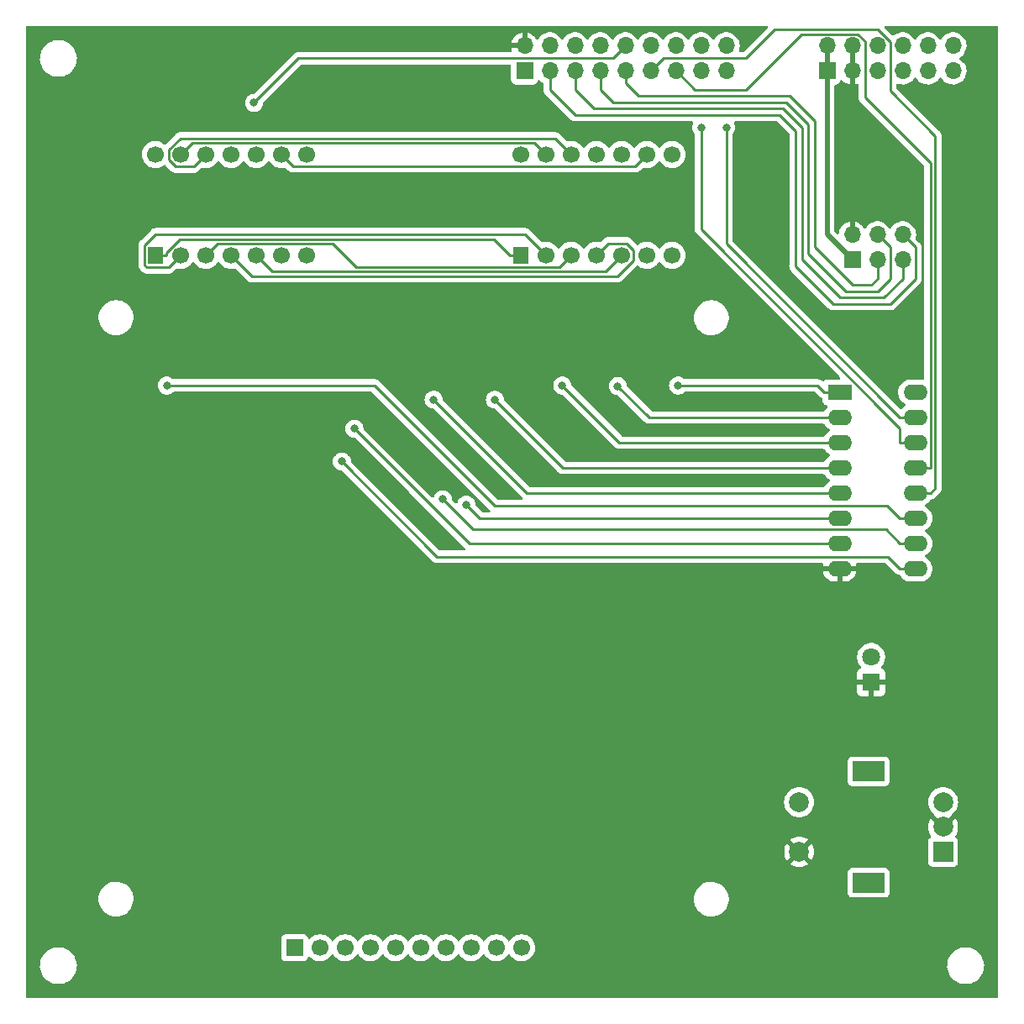
<source format=gtl>
G04 #@! TF.GenerationSoftware,KiCad,Pcbnew,6.0.9-8da3e8f707~116~ubuntu20.04.1*
G04 #@! TF.CreationDate,2022-12-22T22:59:07+01:00*
G04 #@! TF.ProjectId,display_10dig,64697370-6c61-4795-9f31-306469672e6b,rev?*
G04 #@! TF.SameCoordinates,Original*
G04 #@! TF.FileFunction,Copper,L1,Top*
G04 #@! TF.FilePolarity,Positive*
%FSLAX46Y46*%
G04 Gerber Fmt 4.6, Leading zero omitted, Abs format (unit mm)*
G04 Created by KiCad (PCBNEW 6.0.9-8da3e8f707~116~ubuntu20.04.1) date 2022-12-22 22:59:07*
%MOMM*%
%LPD*%
G01*
G04 APERTURE LIST*
G04 #@! TA.AperFunction,ComponentPad*
%ADD10R,2.000000X2.000000*%
G04 #@! TD*
G04 #@! TA.AperFunction,ComponentPad*
%ADD11C,2.000000*%
G04 #@! TD*
G04 #@! TA.AperFunction,ComponentPad*
%ADD12R,3.200000X2.000000*%
G04 #@! TD*
G04 #@! TA.AperFunction,ComponentPad*
%ADD13R,1.700000X1.700000*%
G04 #@! TD*
G04 #@! TA.AperFunction,ComponentPad*
%ADD14O,1.700000X1.700000*%
G04 #@! TD*
G04 #@! TA.AperFunction,ComponentPad*
%ADD15R,1.500000X1.700000*%
G04 #@! TD*
G04 #@! TA.AperFunction,ComponentPad*
%ADD16C,1.700000*%
G04 #@! TD*
G04 #@! TA.AperFunction,ComponentPad*
%ADD17R,2.400000X1.600000*%
G04 #@! TD*
G04 #@! TA.AperFunction,ComponentPad*
%ADD18O,2.400000X1.600000*%
G04 #@! TD*
G04 #@! TA.AperFunction,ComponentPad*
%ADD19C,1.800000*%
G04 #@! TD*
G04 #@! TA.AperFunction,ComponentPad*
%ADD20R,1.800000X1.800000*%
G04 #@! TD*
G04 #@! TA.AperFunction,ViaPad*
%ADD21C,0.800000*%
G04 #@! TD*
G04 #@! TA.AperFunction,Conductor*
%ADD22C,0.500000*%
G04 #@! TD*
G04 #@! TA.AperFunction,Conductor*
%ADD23C,0.250000*%
G04 #@! TD*
G04 APERTURE END LIST*
D10*
X153935000Y-129500000D03*
D11*
X153935000Y-124500000D03*
X153935000Y-127000000D03*
D12*
X146435000Y-121400000D03*
X146435000Y-132600000D03*
D11*
X139435000Y-124500000D03*
X139435000Y-129500000D03*
D13*
X111760000Y-50800000D03*
D14*
X111760000Y-48260000D03*
X114300000Y-50800000D03*
X114300000Y-48260000D03*
X116840000Y-50800000D03*
X116840000Y-48260000D03*
X119380000Y-50800000D03*
X119380000Y-48260000D03*
X121920000Y-50800000D03*
X121920000Y-48260000D03*
X124460000Y-50800000D03*
X124460000Y-48260000D03*
X127000000Y-50800000D03*
X127000000Y-48260000D03*
X129540000Y-50800000D03*
X129540000Y-48260000D03*
X132080000Y-50800000D03*
X132080000Y-48260000D03*
D15*
X111379000Y-69384000D03*
D16*
X113919000Y-69384000D03*
X116459000Y-69384000D03*
X118999000Y-69384000D03*
X121539000Y-69384000D03*
X124079000Y-69384000D03*
X126619000Y-69384000D03*
X126619000Y-59224000D03*
X124079000Y-59224000D03*
X121539000Y-59224000D03*
X118999000Y-59224000D03*
X116459000Y-59224000D03*
X113919000Y-59224000D03*
X111379000Y-59224000D03*
D13*
X144780000Y-69850000D03*
D14*
X144780000Y-67310000D03*
X147320000Y-69850000D03*
X147320000Y-67310000D03*
X149860000Y-69850000D03*
X149860000Y-67310000D03*
D13*
X142240000Y-50800000D03*
D14*
X142240000Y-48260000D03*
X144780000Y-50800000D03*
X144780000Y-48260000D03*
X147320000Y-50800000D03*
X147320000Y-48260000D03*
X149860000Y-50800000D03*
X149860000Y-48260000D03*
X152400000Y-50800000D03*
X152400000Y-48260000D03*
X154940000Y-50800000D03*
X154940000Y-48260000D03*
D17*
X143510000Y-83185000D03*
D18*
X143510000Y-85725000D03*
X143510000Y-88265000D03*
X143510000Y-90805000D03*
X143510000Y-93345000D03*
X143510000Y-95885000D03*
X143510000Y-98425000D03*
X143510000Y-100965000D03*
X151130000Y-100965000D03*
X151130000Y-98425000D03*
X151130000Y-95885000D03*
X151130000Y-93345000D03*
X151130000Y-90805000D03*
X151130000Y-88265000D03*
X151130000Y-85725000D03*
X151130000Y-83185000D03*
D19*
X146685000Y-109860000D03*
D20*
X146685000Y-112400000D03*
D15*
X74549000Y-69384000D03*
D16*
X77089000Y-69384000D03*
X79629000Y-69384000D03*
X82169000Y-69384000D03*
X84709000Y-69384000D03*
X87249000Y-69384000D03*
X89789000Y-69384000D03*
X89789000Y-59224000D03*
X87249000Y-59224000D03*
X84709000Y-59224000D03*
X82169000Y-59224000D03*
X79629000Y-59224000D03*
X77089000Y-59224000D03*
X74549000Y-59224000D03*
D13*
X88584000Y-139164000D03*
D16*
X91124000Y-139164000D03*
X93664000Y-139164000D03*
X96204000Y-139164000D03*
X98744000Y-139164000D03*
X101284000Y-139164000D03*
X103824000Y-139164000D03*
X106364000Y-139164000D03*
X108904000Y-139164000D03*
X111444000Y-139164000D03*
D21*
X88900000Y-81280000D03*
X106045000Y-81280000D03*
X123190000Y-81280000D03*
X128905000Y-81280000D03*
X94615000Y-81280000D03*
X117475000Y-81280000D03*
X100330000Y-81280000D03*
X111760000Y-81280000D03*
X83185000Y-81280000D03*
X77470000Y-81280000D03*
X129540000Y-56515000D03*
X84490000Y-54011600D03*
X132080000Y-56515000D03*
X127228100Y-82497500D03*
X121146200Y-82559400D03*
X115557500Y-82497500D03*
X108762700Y-83927300D03*
X102590100Y-83927300D03*
X105878900Y-94509400D03*
X94608400Y-86851900D03*
X93345000Y-90170000D03*
X103505000Y-93980000D03*
X75703000Y-82497500D03*
D22*
X142240000Y-50800000D02*
X142240000Y-67310000D01*
X142240000Y-48260000D02*
X142240000Y-50800000D01*
X142240000Y-67310000D02*
X144780000Y-69850000D01*
X144780000Y-50800000D02*
X144780000Y-67310000D01*
X144780000Y-48260000D02*
X144780000Y-50800000D01*
D23*
X139065000Y-70485000D02*
X142875000Y-74295000D01*
X148590000Y-74295000D02*
X151130000Y-71755000D01*
X137477500Y-55245000D02*
X139065000Y-56832500D01*
X114300000Y-52705000D02*
X116840000Y-55245000D01*
X116840000Y-55245000D02*
X137477500Y-55245000D01*
X142875000Y-74295000D02*
X148590000Y-74295000D01*
X114300000Y-50800000D02*
X114300000Y-52705000D01*
X151130000Y-71755000D02*
X151130000Y-68580000D01*
X139065000Y-56832500D02*
X139065000Y-70485000D01*
X151130000Y-68580000D02*
X149860000Y-67310000D01*
X147955000Y-73660000D02*
X149860000Y-71755000D01*
X137796396Y-54610000D02*
X139700000Y-56513604D01*
X118745000Y-54610000D02*
X137796396Y-54610000D01*
X139700000Y-56513604D02*
X139700000Y-69848604D01*
X116840000Y-52705000D02*
X118745000Y-54610000D01*
X149860000Y-71755000D02*
X149860000Y-69850000D01*
X116840000Y-50800000D02*
X116840000Y-52705000D01*
X139700000Y-69848604D02*
X143511396Y-73660000D01*
X143511396Y-73660000D02*
X147955000Y-73660000D01*
X147320000Y-73025000D02*
X144144302Y-73025000D01*
X148590000Y-68580000D02*
X148590000Y-71755000D01*
X144144302Y-73025000D02*
X140335000Y-69215698D01*
X138111802Y-53975000D02*
X120650000Y-53975000D01*
X119380000Y-52705000D02*
X119380000Y-50800000D01*
X140335000Y-56198198D02*
X138111802Y-53975000D01*
X147320000Y-67310000D02*
X148590000Y-68580000D01*
X140335000Y-69215698D02*
X140335000Y-56198198D01*
X148590000Y-71755000D02*
X147320000Y-73025000D01*
X120650000Y-53975000D02*
X119380000Y-52705000D01*
X146685000Y-72390000D02*
X144780000Y-72390000D01*
X140970000Y-68580000D02*
X140970000Y-55880000D01*
X140970000Y-55880000D02*
X138430000Y-53340000D01*
X123190000Y-53340000D02*
X121920000Y-52070000D01*
X147320000Y-71755000D02*
X146685000Y-72390000D01*
X138430000Y-53340000D02*
X123190000Y-53340000D01*
X144780000Y-72390000D02*
X140970000Y-68580000D01*
X147320000Y-69850000D02*
X147320000Y-71755000D01*
X121920000Y-52070000D02*
X121920000Y-50800000D01*
X152655300Y-93345000D02*
X151130000Y-93345000D01*
X136966100Y-46605900D02*
X147328900Y-46605900D01*
X153155400Y-57357500D02*
X153155400Y-92844900D01*
X124460000Y-50800000D02*
X125730000Y-49530000D01*
X153155400Y-92844900D02*
X152655300Y-93345000D01*
X134042000Y-49530000D02*
X136966100Y-46605900D01*
X148590000Y-47867000D02*
X148590000Y-52792100D01*
X148590000Y-52792100D02*
X153155400Y-57357500D01*
X147328900Y-46605900D02*
X148590000Y-47867000D01*
X125730000Y-49530000D02*
X134042000Y-49530000D01*
X139681100Y-47084600D02*
X145306300Y-47084600D01*
X152655300Y-90805000D02*
X151130000Y-90805000D01*
X146050000Y-53506000D02*
X152655300Y-60111300D01*
X146050000Y-47828300D02*
X146050000Y-53506000D01*
X134060700Y-52705000D02*
X139681100Y-47084600D01*
X127000000Y-50800000D02*
X128905000Y-52705000D01*
X145306300Y-47084600D02*
X146050000Y-47828300D01*
X128905000Y-52705000D02*
X134060700Y-52705000D01*
X152655300Y-60111300D02*
X152655300Y-90805000D01*
X129540000Y-66748500D02*
X149604700Y-86813200D01*
X129540000Y-56515000D02*
X129540000Y-66748500D01*
X149604700Y-86813200D02*
X149604700Y-88265000D01*
X149604700Y-88265000D02*
X151130000Y-88265000D01*
X88971600Y-49530000D02*
X120650000Y-49530000D01*
X84490000Y-54011600D02*
X88971600Y-49530000D01*
X120650000Y-49530000D02*
X121920000Y-48260000D01*
X132080000Y-68200300D02*
X149604700Y-85725000D01*
X149604700Y-85725000D02*
X151130000Y-85725000D01*
X132080000Y-56515000D02*
X132080000Y-68200300D01*
X127228100Y-82497500D02*
X141297200Y-82497500D01*
X141297200Y-82497500D02*
X141984700Y-83185000D01*
X143510000Y-83185000D02*
X141984700Y-83185000D01*
X141984700Y-85725000D02*
X124311800Y-85725000D01*
X124311800Y-85725000D02*
X121146200Y-82559400D01*
X143510000Y-85725000D02*
X141984700Y-85725000D01*
X115557500Y-82497500D02*
X121325000Y-88265000D01*
X121325000Y-88265000D02*
X143510000Y-88265000D01*
X143510000Y-90805000D02*
X141984700Y-90805000D01*
X108762700Y-83927300D02*
X115640400Y-90805000D01*
X115640400Y-90805000D02*
X141984700Y-90805000D01*
X112007800Y-93345000D02*
X143510000Y-93345000D01*
X102590100Y-83927300D02*
X112007800Y-93345000D01*
X107254500Y-95885000D02*
X141984700Y-95885000D01*
X105878900Y-94509400D02*
X107254500Y-95885000D01*
X143510000Y-95885000D02*
X141984700Y-95885000D01*
X94608400Y-86851900D02*
X106181500Y-98425000D01*
X106181500Y-98425000D02*
X143510000Y-98425000D01*
X149604700Y-100965000D02*
X151130000Y-100965000D01*
X148417100Y-99777400D02*
X149604700Y-100965000D01*
X93345000Y-90170000D02*
X102952400Y-99777400D01*
X102952400Y-99777400D02*
X148417100Y-99777400D01*
X149604700Y-98425000D02*
X151130000Y-98425000D01*
X106535400Y-97010400D02*
X148190100Y-97010400D01*
X148190100Y-97010400D02*
X149604700Y-98425000D01*
X103505000Y-93980000D02*
X106535400Y-97010400D01*
X151130000Y-95885000D02*
X149604700Y-95885000D01*
X148334700Y-94615000D02*
X108750300Y-94615000D01*
X96632800Y-82497500D02*
X75703000Y-82497500D01*
X149604700Y-95885000D02*
X148334700Y-94615000D01*
X108750300Y-94615000D02*
X96632800Y-82497500D01*
X94803400Y-70559400D02*
X92429500Y-68185500D01*
X80827500Y-68185500D02*
X79629000Y-69384000D01*
X115283600Y-70559400D02*
X94803400Y-70559400D01*
X92429500Y-68185500D02*
X80827500Y-68185500D01*
X116459000Y-69384000D02*
X115283600Y-70559400D01*
X121539000Y-69384000D02*
X119894500Y-71028500D01*
X86353500Y-71028500D02*
X84709000Y-69384000D01*
X119894500Y-71028500D02*
X86353500Y-71028500D01*
X79629000Y-59224000D02*
X78411200Y-60441800D01*
X77055300Y-57595500D02*
X114830500Y-57595500D01*
X75908000Y-58742800D02*
X77055300Y-57595500D01*
X76600200Y-60441800D02*
X75908000Y-59749600D01*
X114830500Y-57595500D02*
X116459000Y-59224000D01*
X78411200Y-60441800D02*
X76600200Y-60441800D01*
X75908000Y-59749600D02*
X75908000Y-58742800D01*
X74549000Y-69384000D02*
X75624300Y-69384000D01*
X77004400Y-67735100D02*
X75624300Y-69115200D01*
X110303700Y-69384000D02*
X108654800Y-67735100D01*
X75624300Y-69115200D02*
X75624300Y-69384000D01*
X111379000Y-69384000D02*
X110303700Y-69384000D01*
X108654800Y-67735100D02*
X77004400Y-67735100D01*
X73473700Y-70369200D02*
X73694800Y-70590300D01*
X111800300Y-67265300D02*
X74561400Y-67265300D01*
X75882700Y-70590300D02*
X77089000Y-69384000D01*
X113919000Y-69384000D02*
X111800300Y-67265300D01*
X73694800Y-70590300D02*
X75882700Y-70590300D01*
X73473700Y-68353000D02*
X73473700Y-70369200D01*
X74561400Y-67265300D02*
X73473700Y-68353000D01*
X122718100Y-69869200D02*
X121108100Y-71479200D01*
X122027700Y-68166000D02*
X122718100Y-68856400D01*
X122718100Y-68856400D02*
X122718100Y-69869200D01*
X118999000Y-69384000D02*
X120217000Y-68166000D01*
X84264200Y-71479200D02*
X82169000Y-69384000D01*
X121108100Y-71479200D02*
X84264200Y-71479200D01*
X120217000Y-68166000D02*
X122027700Y-68166000D01*
X88424400Y-60399400D02*
X122903600Y-60399400D01*
X87249000Y-59224000D02*
X88424400Y-60399400D01*
X122903600Y-60399400D02*
X124079000Y-59224000D01*
X112742800Y-58047800D02*
X113919000Y-59224000D01*
X77089000Y-59224000D02*
X78265200Y-58047800D01*
X78265200Y-58047800D02*
X112742800Y-58047800D01*
G04 #@! TA.AperFunction,Conductor*
G36*
X136211527Y-46248502D02*
G01*
X136258020Y-46302158D01*
X136268124Y-46372432D01*
X136238630Y-46437012D01*
X136232502Y-46443594D01*
X135004595Y-47671500D01*
X133816500Y-48859595D01*
X133754188Y-48893621D01*
X133727405Y-48896500D01*
X133476477Y-48896500D01*
X133408356Y-48876498D01*
X133361863Y-48822842D01*
X133351759Y-48752568D01*
X133355917Y-48733879D01*
X133412370Y-48548069D01*
X133441529Y-48326590D01*
X133443156Y-48260000D01*
X133424852Y-48037361D01*
X133370431Y-47820702D01*
X133281354Y-47615840D01*
X133176975Y-47454495D01*
X133162822Y-47432617D01*
X133162820Y-47432614D01*
X133160014Y-47428277D01*
X133009670Y-47263051D01*
X133005619Y-47259852D01*
X133005615Y-47259848D01*
X132838414Y-47127800D01*
X132838410Y-47127798D01*
X132834359Y-47124598D01*
X132798028Y-47104542D01*
X132782136Y-47095769D01*
X132638789Y-47016638D01*
X132633920Y-47014914D01*
X132633916Y-47014912D01*
X132433087Y-46943795D01*
X132433083Y-46943794D01*
X132428212Y-46942069D01*
X132423119Y-46941162D01*
X132423116Y-46941161D01*
X132213373Y-46903800D01*
X132213367Y-46903799D01*
X132208284Y-46902894D01*
X132134452Y-46901992D01*
X131990081Y-46900228D01*
X131990079Y-46900228D01*
X131984911Y-46900165D01*
X131764091Y-46933955D01*
X131551756Y-47003357D01*
X131353607Y-47106507D01*
X131349474Y-47109610D01*
X131349471Y-47109612D01*
X131194694Y-47225822D01*
X131174965Y-47240635D01*
X131020629Y-47402138D01*
X130913201Y-47559621D01*
X130858293Y-47604621D01*
X130787768Y-47612792D01*
X130724021Y-47581538D01*
X130703324Y-47557054D01*
X130622822Y-47432617D01*
X130622820Y-47432614D01*
X130620014Y-47428277D01*
X130469670Y-47263051D01*
X130465619Y-47259852D01*
X130465615Y-47259848D01*
X130298414Y-47127800D01*
X130298410Y-47127798D01*
X130294359Y-47124598D01*
X130258028Y-47104542D01*
X130242136Y-47095769D01*
X130098789Y-47016638D01*
X130093920Y-47014914D01*
X130093916Y-47014912D01*
X129893087Y-46943795D01*
X129893083Y-46943794D01*
X129888212Y-46942069D01*
X129883119Y-46941162D01*
X129883116Y-46941161D01*
X129673373Y-46903800D01*
X129673367Y-46903799D01*
X129668284Y-46902894D01*
X129594452Y-46901992D01*
X129450081Y-46900228D01*
X129450079Y-46900228D01*
X129444911Y-46900165D01*
X129224091Y-46933955D01*
X129011756Y-47003357D01*
X128813607Y-47106507D01*
X128809474Y-47109610D01*
X128809471Y-47109612D01*
X128654694Y-47225822D01*
X128634965Y-47240635D01*
X128480629Y-47402138D01*
X128373201Y-47559621D01*
X128318293Y-47604621D01*
X128247768Y-47612792D01*
X128184021Y-47581538D01*
X128163324Y-47557054D01*
X128082822Y-47432617D01*
X128082820Y-47432614D01*
X128080014Y-47428277D01*
X127929670Y-47263051D01*
X127925619Y-47259852D01*
X127925615Y-47259848D01*
X127758414Y-47127800D01*
X127758410Y-47127798D01*
X127754359Y-47124598D01*
X127718028Y-47104542D01*
X127702136Y-47095769D01*
X127558789Y-47016638D01*
X127553920Y-47014914D01*
X127553916Y-47014912D01*
X127353087Y-46943795D01*
X127353083Y-46943794D01*
X127348212Y-46942069D01*
X127343119Y-46941162D01*
X127343116Y-46941161D01*
X127133373Y-46903800D01*
X127133367Y-46903799D01*
X127128284Y-46902894D01*
X127054452Y-46901992D01*
X126910081Y-46900228D01*
X126910079Y-46900228D01*
X126904911Y-46900165D01*
X126684091Y-46933955D01*
X126471756Y-47003357D01*
X126273607Y-47106507D01*
X126269474Y-47109610D01*
X126269471Y-47109612D01*
X126114694Y-47225822D01*
X126094965Y-47240635D01*
X125940629Y-47402138D01*
X125833201Y-47559621D01*
X125778293Y-47604621D01*
X125707768Y-47612792D01*
X125644021Y-47581538D01*
X125623324Y-47557054D01*
X125542822Y-47432617D01*
X125542820Y-47432614D01*
X125540014Y-47428277D01*
X125389670Y-47263051D01*
X125385619Y-47259852D01*
X125385615Y-47259848D01*
X125218414Y-47127800D01*
X125218410Y-47127798D01*
X125214359Y-47124598D01*
X125178028Y-47104542D01*
X125162136Y-47095769D01*
X125018789Y-47016638D01*
X125013920Y-47014914D01*
X125013916Y-47014912D01*
X124813087Y-46943795D01*
X124813083Y-46943794D01*
X124808212Y-46942069D01*
X124803119Y-46941162D01*
X124803116Y-46941161D01*
X124593373Y-46903800D01*
X124593367Y-46903799D01*
X124588284Y-46902894D01*
X124514452Y-46901992D01*
X124370081Y-46900228D01*
X124370079Y-46900228D01*
X124364911Y-46900165D01*
X124144091Y-46933955D01*
X123931756Y-47003357D01*
X123733607Y-47106507D01*
X123729474Y-47109610D01*
X123729471Y-47109612D01*
X123574694Y-47225822D01*
X123554965Y-47240635D01*
X123400629Y-47402138D01*
X123293201Y-47559621D01*
X123238293Y-47604621D01*
X123167768Y-47612792D01*
X123104021Y-47581538D01*
X123083324Y-47557054D01*
X123002822Y-47432617D01*
X123002820Y-47432614D01*
X123000014Y-47428277D01*
X122849670Y-47263051D01*
X122845619Y-47259852D01*
X122845615Y-47259848D01*
X122678414Y-47127800D01*
X122678410Y-47127798D01*
X122674359Y-47124598D01*
X122638028Y-47104542D01*
X122622136Y-47095769D01*
X122478789Y-47016638D01*
X122473920Y-47014914D01*
X122473916Y-47014912D01*
X122273087Y-46943795D01*
X122273083Y-46943794D01*
X122268212Y-46942069D01*
X122263119Y-46941162D01*
X122263116Y-46941161D01*
X122053373Y-46903800D01*
X122053367Y-46903799D01*
X122048284Y-46902894D01*
X121974452Y-46901992D01*
X121830081Y-46900228D01*
X121830079Y-46900228D01*
X121824911Y-46900165D01*
X121604091Y-46933955D01*
X121391756Y-47003357D01*
X121193607Y-47106507D01*
X121189474Y-47109610D01*
X121189471Y-47109612D01*
X121034694Y-47225822D01*
X121014965Y-47240635D01*
X120860629Y-47402138D01*
X120753201Y-47559621D01*
X120698293Y-47604621D01*
X120627768Y-47612792D01*
X120564021Y-47581538D01*
X120543324Y-47557054D01*
X120462822Y-47432617D01*
X120462820Y-47432614D01*
X120460014Y-47428277D01*
X120309670Y-47263051D01*
X120305619Y-47259852D01*
X120305615Y-47259848D01*
X120138414Y-47127800D01*
X120138410Y-47127798D01*
X120134359Y-47124598D01*
X120098028Y-47104542D01*
X120082136Y-47095769D01*
X119938789Y-47016638D01*
X119933920Y-47014914D01*
X119933916Y-47014912D01*
X119733087Y-46943795D01*
X119733083Y-46943794D01*
X119728212Y-46942069D01*
X119723119Y-46941162D01*
X119723116Y-46941161D01*
X119513373Y-46903800D01*
X119513367Y-46903799D01*
X119508284Y-46902894D01*
X119434452Y-46901992D01*
X119290081Y-46900228D01*
X119290079Y-46900228D01*
X119284911Y-46900165D01*
X119064091Y-46933955D01*
X118851756Y-47003357D01*
X118653607Y-47106507D01*
X118649474Y-47109610D01*
X118649471Y-47109612D01*
X118494694Y-47225822D01*
X118474965Y-47240635D01*
X118320629Y-47402138D01*
X118213201Y-47559621D01*
X118158293Y-47604621D01*
X118087768Y-47612792D01*
X118024021Y-47581538D01*
X118003324Y-47557054D01*
X117922822Y-47432617D01*
X117922820Y-47432614D01*
X117920014Y-47428277D01*
X117769670Y-47263051D01*
X117765619Y-47259852D01*
X117765615Y-47259848D01*
X117598414Y-47127800D01*
X117598410Y-47127798D01*
X117594359Y-47124598D01*
X117558028Y-47104542D01*
X117542136Y-47095769D01*
X117398789Y-47016638D01*
X117393920Y-47014914D01*
X117393916Y-47014912D01*
X117193087Y-46943795D01*
X117193083Y-46943794D01*
X117188212Y-46942069D01*
X117183119Y-46941162D01*
X117183116Y-46941161D01*
X116973373Y-46903800D01*
X116973367Y-46903799D01*
X116968284Y-46902894D01*
X116894452Y-46901992D01*
X116750081Y-46900228D01*
X116750079Y-46900228D01*
X116744911Y-46900165D01*
X116524091Y-46933955D01*
X116311756Y-47003357D01*
X116113607Y-47106507D01*
X116109474Y-47109610D01*
X116109471Y-47109612D01*
X115954694Y-47225822D01*
X115934965Y-47240635D01*
X115780629Y-47402138D01*
X115673201Y-47559621D01*
X115618293Y-47604621D01*
X115547768Y-47612792D01*
X115484021Y-47581538D01*
X115463324Y-47557054D01*
X115382822Y-47432617D01*
X115382820Y-47432614D01*
X115380014Y-47428277D01*
X115229670Y-47263051D01*
X115225619Y-47259852D01*
X115225615Y-47259848D01*
X115058414Y-47127800D01*
X115058410Y-47127798D01*
X115054359Y-47124598D01*
X115018028Y-47104542D01*
X115002136Y-47095769D01*
X114858789Y-47016638D01*
X114853920Y-47014914D01*
X114853916Y-47014912D01*
X114653087Y-46943795D01*
X114653083Y-46943794D01*
X114648212Y-46942069D01*
X114643119Y-46941162D01*
X114643116Y-46941161D01*
X114433373Y-46903800D01*
X114433367Y-46903799D01*
X114428284Y-46902894D01*
X114354452Y-46901992D01*
X114210081Y-46900228D01*
X114210079Y-46900228D01*
X114204911Y-46900165D01*
X113984091Y-46933955D01*
X113771756Y-47003357D01*
X113573607Y-47106507D01*
X113569474Y-47109610D01*
X113569471Y-47109612D01*
X113414694Y-47225822D01*
X113394965Y-47240635D01*
X113240629Y-47402138D01*
X113237720Y-47406403D01*
X113237714Y-47406411D01*
X113225404Y-47424457D01*
X113133204Y-47559618D01*
X113132898Y-47560066D01*
X113077987Y-47605069D01*
X113007462Y-47613240D01*
X112943715Y-47581986D01*
X112923018Y-47557502D01*
X112842426Y-47432926D01*
X112836136Y-47424757D01*
X112692806Y-47267240D01*
X112685273Y-47260215D01*
X112518139Y-47128222D01*
X112509552Y-47122517D01*
X112323117Y-47019599D01*
X112313705Y-47015369D01*
X112112959Y-46944280D01*
X112102988Y-46941646D01*
X112031837Y-46928972D01*
X112018540Y-46930432D01*
X112014000Y-46944989D01*
X112014000Y-48388000D01*
X111993998Y-48456121D01*
X111940342Y-48502614D01*
X111888000Y-48514000D01*
X110443225Y-48514000D01*
X110429694Y-48517973D01*
X110428257Y-48527966D01*
X110458565Y-48662446D01*
X110461646Y-48672280D01*
X110482280Y-48723097D01*
X110489376Y-48793738D01*
X110457153Y-48857001D01*
X110395843Y-48892801D01*
X110365537Y-48896500D01*
X89050368Y-48896500D01*
X89039185Y-48895973D01*
X89031692Y-48894298D01*
X89023766Y-48894547D01*
X89023765Y-48894547D01*
X88963602Y-48896438D01*
X88959644Y-48896500D01*
X88931744Y-48896500D01*
X88927754Y-48897004D01*
X88915920Y-48897936D01*
X88871711Y-48899326D01*
X88864095Y-48901539D01*
X88864093Y-48901539D01*
X88852252Y-48904979D01*
X88832893Y-48908988D01*
X88831583Y-48909154D01*
X88812803Y-48911526D01*
X88805437Y-48914442D01*
X88805431Y-48914444D01*
X88771698Y-48927800D01*
X88760468Y-48931645D01*
X88725617Y-48941770D01*
X88718007Y-48943981D01*
X88711184Y-48948016D01*
X88700566Y-48954295D01*
X88682813Y-48962992D01*
X88675168Y-48966019D01*
X88663983Y-48970448D01*
X88657568Y-48975109D01*
X88628212Y-48996437D01*
X88618295Y-49002951D01*
X88580238Y-49025458D01*
X88565917Y-49039779D01*
X88550884Y-49052619D01*
X88534493Y-49064528D01*
X88529442Y-49070634D01*
X88506302Y-49098605D01*
X88498312Y-49107384D01*
X84539500Y-53066195D01*
X84477188Y-53100221D01*
X84450405Y-53103100D01*
X84394513Y-53103100D01*
X84388061Y-53104472D01*
X84388056Y-53104472D01*
X84301113Y-53122953D01*
X84207712Y-53142806D01*
X84201682Y-53145491D01*
X84201681Y-53145491D01*
X84039278Y-53217797D01*
X84039276Y-53217798D01*
X84033248Y-53220482D01*
X84027907Y-53224362D01*
X84027906Y-53224363D01*
X83977843Y-53260736D01*
X83878747Y-53332734D01*
X83750960Y-53474656D01*
X83655473Y-53640044D01*
X83596458Y-53821672D01*
X83595768Y-53828233D01*
X83595768Y-53828235D01*
X83582287Y-53956498D01*
X83576496Y-54011600D01*
X83596458Y-54201528D01*
X83655473Y-54383156D01*
X83750960Y-54548544D01*
X83878747Y-54690466D01*
X84033248Y-54802718D01*
X84039276Y-54805402D01*
X84039278Y-54805403D01*
X84201681Y-54877709D01*
X84207712Y-54880394D01*
X84301113Y-54900247D01*
X84388056Y-54918728D01*
X84388061Y-54918728D01*
X84394513Y-54920100D01*
X84585487Y-54920100D01*
X84591939Y-54918728D01*
X84591944Y-54918728D01*
X84678887Y-54900247D01*
X84772288Y-54880394D01*
X84778319Y-54877709D01*
X84940722Y-54805403D01*
X84940724Y-54805402D01*
X84946752Y-54802718D01*
X85101253Y-54690466D01*
X85229040Y-54548544D01*
X85324527Y-54383156D01*
X85383542Y-54201528D01*
X85400907Y-54036306D01*
X85427920Y-53970650D01*
X85437122Y-53960382D01*
X89197099Y-50200405D01*
X89259411Y-50166379D01*
X89286194Y-50163500D01*
X110275500Y-50163500D01*
X110343621Y-50183502D01*
X110390114Y-50237158D01*
X110401500Y-50289500D01*
X110401500Y-51698134D01*
X110408255Y-51760316D01*
X110459385Y-51896705D01*
X110546739Y-52013261D01*
X110663295Y-52100615D01*
X110799684Y-52151745D01*
X110861866Y-52158500D01*
X112658134Y-52158500D01*
X112720316Y-52151745D01*
X112856705Y-52100615D01*
X112973261Y-52013261D01*
X113060615Y-51896705D01*
X113082799Y-51837529D01*
X113104598Y-51779382D01*
X113147240Y-51722618D01*
X113213802Y-51697918D01*
X113283150Y-51713126D01*
X113317817Y-51741114D01*
X113346250Y-51773938D01*
X113518126Y-51916632D01*
X113604070Y-51966853D01*
X113652794Y-52018491D01*
X113666500Y-52075641D01*
X113666500Y-52626233D01*
X113665973Y-52637416D01*
X113664298Y-52644909D01*
X113664547Y-52652835D01*
X113664547Y-52652836D01*
X113666438Y-52712986D01*
X113666500Y-52716945D01*
X113666500Y-52744856D01*
X113666997Y-52748790D01*
X113666997Y-52748791D01*
X113667005Y-52748856D01*
X113667938Y-52760693D01*
X113669327Y-52804889D01*
X113673599Y-52819593D01*
X113674978Y-52824339D01*
X113678987Y-52843700D01*
X113681526Y-52863797D01*
X113684445Y-52871168D01*
X113684445Y-52871170D01*
X113697804Y-52904912D01*
X113701649Y-52916142D01*
X113710831Y-52947747D01*
X113713982Y-52958593D01*
X113718015Y-52965412D01*
X113718017Y-52965417D01*
X113724293Y-52976028D01*
X113732988Y-52993776D01*
X113740448Y-53012617D01*
X113745110Y-53019033D01*
X113745110Y-53019034D01*
X113766436Y-53048387D01*
X113772952Y-53058307D01*
X113795458Y-53096362D01*
X113809779Y-53110683D01*
X113822619Y-53125716D01*
X113834528Y-53142107D01*
X113840634Y-53147158D01*
X113868605Y-53170298D01*
X113877384Y-53178288D01*
X116336343Y-55637247D01*
X116343887Y-55645537D01*
X116348000Y-55652018D01*
X116353777Y-55657443D01*
X116397667Y-55698658D01*
X116400509Y-55701413D01*
X116420230Y-55721134D01*
X116423425Y-55723612D01*
X116432447Y-55731318D01*
X116464679Y-55761586D01*
X116471628Y-55765406D01*
X116482432Y-55771346D01*
X116498956Y-55782199D01*
X116514959Y-55794613D01*
X116555543Y-55812176D01*
X116566173Y-55817383D01*
X116604940Y-55838695D01*
X116612617Y-55840666D01*
X116612622Y-55840668D01*
X116624558Y-55843732D01*
X116643266Y-55850137D01*
X116661855Y-55858181D01*
X116669680Y-55859420D01*
X116669682Y-55859421D01*
X116705519Y-55865097D01*
X116717140Y-55867504D01*
X116752289Y-55876528D01*
X116759970Y-55878500D01*
X116780231Y-55878500D01*
X116799940Y-55880051D01*
X116819943Y-55883219D01*
X116827835Y-55882473D01*
X116833062Y-55881979D01*
X116863954Y-55879059D01*
X116875811Y-55878500D01*
X128640200Y-55878500D01*
X128708321Y-55898502D01*
X128754814Y-55952158D01*
X128764918Y-56022432D01*
X128749319Y-56067500D01*
X128705473Y-56143444D01*
X128646458Y-56325072D01*
X128626496Y-56515000D01*
X128646458Y-56704928D01*
X128705473Y-56886556D01*
X128800960Y-57051944D01*
X128874137Y-57133215D01*
X128904853Y-57197221D01*
X128906500Y-57217524D01*
X128906500Y-66669733D01*
X128905973Y-66680916D01*
X128904298Y-66688409D01*
X128904547Y-66696335D01*
X128904547Y-66696336D01*
X128906438Y-66756486D01*
X128906500Y-66760445D01*
X128906500Y-66788356D01*
X128906997Y-66792290D01*
X128906997Y-66792291D01*
X128907005Y-66792356D01*
X128907938Y-66804193D01*
X128909327Y-66848389D01*
X128914978Y-66867839D01*
X128918987Y-66887200D01*
X128921526Y-66907297D01*
X128924445Y-66914668D01*
X128924445Y-66914670D01*
X128937804Y-66948412D01*
X128941649Y-66959642D01*
X128953982Y-67002093D01*
X128958015Y-67008912D01*
X128958017Y-67008917D01*
X128964293Y-67019528D01*
X128972988Y-67037276D01*
X128980448Y-67056117D01*
X128985110Y-67062533D01*
X128985110Y-67062534D01*
X129006436Y-67091887D01*
X129012952Y-67101807D01*
X129035458Y-67139862D01*
X129049779Y-67154183D01*
X129062619Y-67169216D01*
X129074528Y-67185607D01*
X129080634Y-67190658D01*
X129108605Y-67213798D01*
X129117384Y-67221788D01*
X143557000Y-81661405D01*
X143591026Y-81723717D01*
X143585961Y-81794532D01*
X143543414Y-81851368D01*
X143476894Y-81876179D01*
X143467905Y-81876500D01*
X142261866Y-81876500D01*
X142199684Y-81883255D01*
X142063295Y-81934385D01*
X141946739Y-82021739D01*
X141941359Y-82028918D01*
X141935867Y-82036246D01*
X141879008Y-82078762D01*
X141808189Y-82083788D01*
X141748787Y-82052532D01*
X141739549Y-82043857D01*
X141736707Y-82041102D01*
X141716970Y-82021365D01*
X141713773Y-82018885D01*
X141704751Y-82011180D01*
X141678300Y-81986341D01*
X141672521Y-81980914D01*
X141665575Y-81977095D01*
X141665572Y-81977093D01*
X141654766Y-81971152D01*
X141638247Y-81960301D01*
X141628884Y-81953039D01*
X141622241Y-81947886D01*
X141614972Y-81944741D01*
X141614968Y-81944738D01*
X141581663Y-81930326D01*
X141571013Y-81925109D01*
X141532260Y-81903805D01*
X141512637Y-81898767D01*
X141493934Y-81892363D01*
X141482620Y-81887467D01*
X141482619Y-81887467D01*
X141475345Y-81884319D01*
X141467522Y-81883080D01*
X141467512Y-81883077D01*
X141431676Y-81877401D01*
X141420056Y-81874995D01*
X141384911Y-81865972D01*
X141384910Y-81865972D01*
X141377230Y-81864000D01*
X141356976Y-81864000D01*
X141337265Y-81862449D01*
X141325086Y-81860520D01*
X141317257Y-81859280D01*
X141309365Y-81860026D01*
X141273239Y-81863441D01*
X141261381Y-81864000D01*
X127936300Y-81864000D01*
X127868179Y-81843998D01*
X127848953Y-81827657D01*
X127848680Y-81827960D01*
X127843768Y-81823537D01*
X127839353Y-81818634D01*
X127806180Y-81794532D01*
X127690194Y-81710263D01*
X127690193Y-81710262D01*
X127684852Y-81706382D01*
X127678824Y-81703698D01*
X127678822Y-81703697D01*
X127516419Y-81631391D01*
X127516418Y-81631391D01*
X127510388Y-81628706D01*
X127416987Y-81608853D01*
X127330044Y-81590372D01*
X127330039Y-81590372D01*
X127323587Y-81589000D01*
X127132613Y-81589000D01*
X127126161Y-81590372D01*
X127126156Y-81590372D01*
X127039213Y-81608853D01*
X126945812Y-81628706D01*
X126939782Y-81631391D01*
X126939781Y-81631391D01*
X126777378Y-81703697D01*
X126777376Y-81703698D01*
X126771348Y-81706382D01*
X126766007Y-81710262D01*
X126766006Y-81710263D01*
X126715943Y-81746636D01*
X126616847Y-81818634D01*
X126612426Y-81823544D01*
X126612425Y-81823545D01*
X126503303Y-81944738D01*
X126489060Y-81960556D01*
X126393573Y-82125944D01*
X126334558Y-82307572D01*
X126314596Y-82497500D01*
X126334558Y-82687428D01*
X126393573Y-82869056D01*
X126489060Y-83034444D01*
X126493478Y-83039351D01*
X126493479Y-83039352D01*
X126580005Y-83135449D01*
X126616847Y-83176366D01*
X126771348Y-83288618D01*
X126777376Y-83291302D01*
X126777378Y-83291303D01*
X126848358Y-83322905D01*
X126945812Y-83366294D01*
X127035924Y-83385448D01*
X127126156Y-83404628D01*
X127126161Y-83404628D01*
X127132613Y-83406000D01*
X127323587Y-83406000D01*
X127330039Y-83404628D01*
X127330044Y-83404628D01*
X127420276Y-83385448D01*
X127510388Y-83366294D01*
X127607842Y-83322905D01*
X127678822Y-83291303D01*
X127678824Y-83291302D01*
X127684852Y-83288618D01*
X127839353Y-83176366D01*
X127843768Y-83171463D01*
X127848680Y-83167040D01*
X127849805Y-83168289D01*
X127903114Y-83135449D01*
X127936300Y-83131000D01*
X140982605Y-83131000D01*
X141050726Y-83151002D01*
X141071701Y-83167905D01*
X141289243Y-83385448D01*
X141481053Y-83577258D01*
X141488587Y-83585537D01*
X141492700Y-83592018D01*
X141542351Y-83638643D01*
X141545193Y-83641398D01*
X141564930Y-83661135D01*
X141568127Y-83663615D01*
X141577147Y-83671318D01*
X141609379Y-83701586D01*
X141616325Y-83705405D01*
X141616328Y-83705407D01*
X141627134Y-83711348D01*
X141643653Y-83722199D01*
X141659659Y-83734614D01*
X141666928Y-83737759D01*
X141666932Y-83737762D01*
X141700237Y-83752174D01*
X141710896Y-83757396D01*
X141736199Y-83771306D01*
X141786259Y-83821650D01*
X141801500Y-83881721D01*
X141801500Y-84033134D01*
X141808255Y-84095316D01*
X141859385Y-84231705D01*
X141946739Y-84348261D01*
X142063295Y-84435615D01*
X142199684Y-84486745D01*
X142210474Y-84487917D01*
X142212606Y-84488803D01*
X142215222Y-84489425D01*
X142215121Y-84489848D01*
X142276035Y-84515155D01*
X142316463Y-84573517D01*
X142318922Y-84644471D01*
X142282629Y-84705490D01*
X142273969Y-84712489D01*
X142270207Y-84715646D01*
X142265700Y-84718802D01*
X142103802Y-84880700D01*
X142100645Y-84885208D01*
X142100643Y-84885211D01*
X141993819Y-85037771D01*
X141938362Y-85082099D01*
X141890606Y-85091500D01*
X124626395Y-85091500D01*
X124558274Y-85071498D01*
X124537300Y-85054595D01*
X122093322Y-82610617D01*
X122059296Y-82548305D01*
X122057107Y-82534692D01*
X122040432Y-82376035D01*
X122040432Y-82376033D01*
X122039742Y-82369472D01*
X121980727Y-82187844D01*
X121885240Y-82022456D01*
X121879750Y-82016358D01*
X121761875Y-81885445D01*
X121761874Y-81885444D01*
X121757453Y-81880534D01*
X121602952Y-81768282D01*
X121596924Y-81765598D01*
X121596922Y-81765597D01*
X121434519Y-81693291D01*
X121434518Y-81693291D01*
X121428488Y-81690606D01*
X121335088Y-81670753D01*
X121248144Y-81652272D01*
X121248139Y-81652272D01*
X121241687Y-81650900D01*
X121050713Y-81650900D01*
X121044261Y-81652272D01*
X121044256Y-81652272D01*
X120957312Y-81670753D01*
X120863912Y-81690606D01*
X120857882Y-81693291D01*
X120857881Y-81693291D01*
X120695478Y-81765597D01*
X120695476Y-81765598D01*
X120689448Y-81768282D01*
X120534947Y-81880534D01*
X120530526Y-81885444D01*
X120530525Y-81885445D01*
X120412651Y-82016358D01*
X120407160Y-82022456D01*
X120311673Y-82187844D01*
X120252658Y-82369472D01*
X120232696Y-82559400D01*
X120233386Y-82565965D01*
X120251232Y-82735757D01*
X120252658Y-82749328D01*
X120311673Y-82930956D01*
X120407160Y-83096344D01*
X120534947Y-83238266D01*
X120689448Y-83350518D01*
X120695476Y-83353202D01*
X120695478Y-83353203D01*
X120857881Y-83425509D01*
X120863912Y-83428194D01*
X120957312Y-83448047D01*
X121044256Y-83466528D01*
X121044261Y-83466528D01*
X121050713Y-83467900D01*
X121106606Y-83467900D01*
X121174727Y-83487902D01*
X121195701Y-83504805D01*
X123808143Y-86117247D01*
X123815687Y-86125537D01*
X123819800Y-86132018D01*
X123825577Y-86137443D01*
X123869467Y-86178658D01*
X123872309Y-86181413D01*
X123892030Y-86201134D01*
X123895225Y-86203612D01*
X123904247Y-86211318D01*
X123936479Y-86241586D01*
X123943428Y-86245406D01*
X123954232Y-86251346D01*
X123970756Y-86262199D01*
X123986759Y-86274613D01*
X124027343Y-86292176D01*
X124037973Y-86297383D01*
X124076740Y-86318695D01*
X124084417Y-86320666D01*
X124084422Y-86320668D01*
X124096358Y-86323732D01*
X124115066Y-86330137D01*
X124133655Y-86338181D01*
X124141480Y-86339420D01*
X124141482Y-86339421D01*
X124177319Y-86345097D01*
X124188940Y-86347504D01*
X124224089Y-86356528D01*
X124231770Y-86358500D01*
X124252031Y-86358500D01*
X124271740Y-86360051D01*
X124291743Y-86363219D01*
X124299635Y-86362473D01*
X124304862Y-86361979D01*
X124335754Y-86359059D01*
X124347611Y-86358500D01*
X141890606Y-86358500D01*
X141958727Y-86378502D01*
X141993819Y-86412229D01*
X142041514Y-86480344D01*
X142103802Y-86569300D01*
X142265700Y-86731198D01*
X142270208Y-86734355D01*
X142270211Y-86734357D01*
X142348389Y-86789098D01*
X142453251Y-86862523D01*
X142458233Y-86864846D01*
X142458238Y-86864849D01*
X142492457Y-86880805D01*
X142545742Y-86927722D01*
X142565203Y-86995999D01*
X142544661Y-87063959D01*
X142492457Y-87109195D01*
X142458238Y-87125151D01*
X142458233Y-87125154D01*
X142453251Y-87127477D01*
X142348389Y-87200902D01*
X142270211Y-87255643D01*
X142270208Y-87255645D01*
X142265700Y-87258802D01*
X142103802Y-87420700D01*
X142100645Y-87425208D01*
X142100643Y-87425211D01*
X141993819Y-87577771D01*
X141938362Y-87622099D01*
X141890606Y-87631500D01*
X121639594Y-87631500D01*
X121571473Y-87611498D01*
X121550499Y-87594595D01*
X116504622Y-82548717D01*
X116470596Y-82486405D01*
X116468407Y-82472792D01*
X116451732Y-82314135D01*
X116451732Y-82314133D01*
X116451042Y-82307572D01*
X116392027Y-82125944D01*
X116296540Y-81960556D01*
X116282298Y-81944738D01*
X116173175Y-81823545D01*
X116173174Y-81823544D01*
X116168753Y-81818634D01*
X116069657Y-81746636D01*
X116019594Y-81710263D01*
X116019593Y-81710262D01*
X116014252Y-81706382D01*
X116008224Y-81703698D01*
X116008222Y-81703697D01*
X115845819Y-81631391D01*
X115845818Y-81631391D01*
X115839788Y-81628706D01*
X115746387Y-81608853D01*
X115659444Y-81590372D01*
X115659439Y-81590372D01*
X115652987Y-81589000D01*
X115462013Y-81589000D01*
X115455561Y-81590372D01*
X115455556Y-81590372D01*
X115368613Y-81608853D01*
X115275212Y-81628706D01*
X115269182Y-81631391D01*
X115269181Y-81631391D01*
X115106778Y-81703697D01*
X115106776Y-81703698D01*
X115100748Y-81706382D01*
X115095407Y-81710262D01*
X115095406Y-81710263D01*
X115045343Y-81746636D01*
X114946247Y-81818634D01*
X114941826Y-81823544D01*
X114941825Y-81823545D01*
X114832703Y-81944738D01*
X114818460Y-81960556D01*
X114722973Y-82125944D01*
X114663958Y-82307572D01*
X114643996Y-82497500D01*
X114663958Y-82687428D01*
X114722973Y-82869056D01*
X114818460Y-83034444D01*
X114822878Y-83039351D01*
X114822879Y-83039352D01*
X114909405Y-83135449D01*
X114946247Y-83176366D01*
X115100748Y-83288618D01*
X115106776Y-83291302D01*
X115106778Y-83291303D01*
X115177758Y-83322905D01*
X115275212Y-83366294D01*
X115365324Y-83385448D01*
X115455556Y-83404628D01*
X115455561Y-83404628D01*
X115462013Y-83406000D01*
X115517906Y-83406000D01*
X115586027Y-83426002D01*
X115607001Y-83442905D01*
X120821348Y-88657253D01*
X120828888Y-88665539D01*
X120833000Y-88672018D01*
X120838777Y-88677443D01*
X120882651Y-88718643D01*
X120885493Y-88721398D01*
X120905230Y-88741135D01*
X120908427Y-88743615D01*
X120917447Y-88751318D01*
X120949679Y-88781586D01*
X120956624Y-88785404D01*
X120956628Y-88785407D01*
X120967434Y-88791348D01*
X120983953Y-88802199D01*
X120999959Y-88814614D01*
X121007228Y-88817759D01*
X121007232Y-88817762D01*
X121040537Y-88832174D01*
X121051187Y-88837391D01*
X121089940Y-88858695D01*
X121097615Y-88860666D01*
X121097616Y-88860666D01*
X121109562Y-88863733D01*
X121128267Y-88870137D01*
X121146855Y-88878181D01*
X121154678Y-88879420D01*
X121154688Y-88879423D01*
X121190524Y-88885099D01*
X121202144Y-88887505D01*
X121237289Y-88896528D01*
X121244970Y-88898500D01*
X121265224Y-88898500D01*
X121284934Y-88900051D01*
X121304943Y-88903220D01*
X121312835Y-88902474D01*
X121348961Y-88899059D01*
X121360819Y-88898500D01*
X141890606Y-88898500D01*
X141958727Y-88918502D01*
X141993819Y-88952229D01*
X142103802Y-89109300D01*
X142265700Y-89271198D01*
X142270208Y-89274355D01*
X142270211Y-89274357D01*
X142312390Y-89303891D01*
X142453251Y-89402523D01*
X142458233Y-89404846D01*
X142458238Y-89404849D01*
X142492457Y-89420805D01*
X142545742Y-89467722D01*
X142565203Y-89535999D01*
X142544661Y-89603959D01*
X142492457Y-89649195D01*
X142458238Y-89665151D01*
X142458233Y-89665154D01*
X142453251Y-89667477D01*
X142348389Y-89740902D01*
X142270211Y-89795643D01*
X142270208Y-89795645D01*
X142265700Y-89798802D01*
X142103802Y-89960700D01*
X142100645Y-89965208D01*
X142100643Y-89965211D01*
X141993819Y-90117771D01*
X141938362Y-90162099D01*
X141890606Y-90171500D01*
X115954994Y-90171500D01*
X115886873Y-90151498D01*
X115865899Y-90134595D01*
X109709822Y-83978517D01*
X109675796Y-83916205D01*
X109673607Y-83902592D01*
X109671414Y-83881721D01*
X109656242Y-83737372D01*
X109597227Y-83555744D01*
X109586983Y-83538000D01*
X109522320Y-83426002D01*
X109501740Y-83390356D01*
X109412553Y-83291303D01*
X109378375Y-83253345D01*
X109378374Y-83253344D01*
X109373953Y-83248434D01*
X109219452Y-83136182D01*
X109213424Y-83133498D01*
X109213422Y-83133497D01*
X109051019Y-83061191D01*
X109051018Y-83061191D01*
X109044988Y-83058506D01*
X108931786Y-83034444D01*
X108864644Y-83020172D01*
X108864639Y-83020172D01*
X108858187Y-83018800D01*
X108667213Y-83018800D01*
X108660761Y-83020172D01*
X108660756Y-83020172D01*
X108593614Y-83034444D01*
X108480412Y-83058506D01*
X108474382Y-83061191D01*
X108474381Y-83061191D01*
X108311978Y-83133497D01*
X108311976Y-83133498D01*
X108305948Y-83136182D01*
X108151447Y-83248434D01*
X108147026Y-83253344D01*
X108147025Y-83253345D01*
X108112848Y-83291303D01*
X108023660Y-83390356D01*
X108003080Y-83426002D01*
X107938418Y-83538000D01*
X107928173Y-83555744D01*
X107869158Y-83737372D01*
X107849196Y-83927300D01*
X107849886Y-83933865D01*
X107867633Y-84102715D01*
X107869158Y-84117228D01*
X107928173Y-84298856D01*
X108023660Y-84464244D01*
X108028078Y-84469151D01*
X108028079Y-84469152D01*
X108118158Y-84569195D01*
X108151447Y-84606166D01*
X108305948Y-84718418D01*
X108311976Y-84721102D01*
X108311978Y-84721103D01*
X108315563Y-84722699D01*
X108480412Y-84796094D01*
X108573813Y-84815947D01*
X108660756Y-84834428D01*
X108660761Y-84834428D01*
X108667213Y-84835800D01*
X108723106Y-84835800D01*
X108791227Y-84855802D01*
X108812201Y-84872705D01*
X115136743Y-91197247D01*
X115144287Y-91205537D01*
X115148400Y-91212018D01*
X115154177Y-91217443D01*
X115198067Y-91258658D01*
X115200909Y-91261413D01*
X115220631Y-91281135D01*
X115223755Y-91283558D01*
X115223759Y-91283562D01*
X115223824Y-91283612D01*
X115232845Y-91291317D01*
X115265079Y-91321586D01*
X115272027Y-91325405D01*
X115272029Y-91325407D01*
X115282832Y-91331346D01*
X115299359Y-91342202D01*
X115309098Y-91349757D01*
X115309100Y-91349758D01*
X115315360Y-91354614D01*
X115355940Y-91372174D01*
X115366588Y-91377391D01*
X115405340Y-91398695D01*
X115413016Y-91400666D01*
X115413019Y-91400667D01*
X115424962Y-91403733D01*
X115443667Y-91410137D01*
X115462255Y-91418181D01*
X115470078Y-91419420D01*
X115470088Y-91419423D01*
X115505924Y-91425099D01*
X115517544Y-91427505D01*
X115552689Y-91436528D01*
X115560370Y-91438500D01*
X115580624Y-91438500D01*
X115600334Y-91440051D01*
X115620343Y-91443220D01*
X115628235Y-91442474D01*
X115664361Y-91439059D01*
X115676219Y-91438500D01*
X141890606Y-91438500D01*
X141958727Y-91458502D01*
X141993819Y-91492229D01*
X142103802Y-91649300D01*
X142265700Y-91811198D01*
X142270208Y-91814355D01*
X142270211Y-91814357D01*
X142348389Y-91869098D01*
X142453251Y-91942523D01*
X142458233Y-91944846D01*
X142458238Y-91944849D01*
X142492457Y-91960805D01*
X142545742Y-92007722D01*
X142565203Y-92075999D01*
X142544661Y-92143959D01*
X142492457Y-92189195D01*
X142458238Y-92205151D01*
X142458233Y-92205154D01*
X142453251Y-92207477D01*
X142366487Y-92268230D01*
X142270211Y-92335643D01*
X142270208Y-92335645D01*
X142265700Y-92338802D01*
X142103802Y-92500700D01*
X142100645Y-92505208D01*
X142100643Y-92505211D01*
X141993819Y-92657771D01*
X141938362Y-92702099D01*
X141890606Y-92711500D01*
X112322394Y-92711500D01*
X112254273Y-92691498D01*
X112233299Y-92674595D01*
X103537222Y-83978517D01*
X103503196Y-83916205D01*
X103501007Y-83902592D01*
X103498814Y-83881721D01*
X103483642Y-83737372D01*
X103424627Y-83555744D01*
X103414383Y-83538000D01*
X103349720Y-83426002D01*
X103329140Y-83390356D01*
X103239953Y-83291303D01*
X103205775Y-83253345D01*
X103205774Y-83253344D01*
X103201353Y-83248434D01*
X103046852Y-83136182D01*
X103040824Y-83133498D01*
X103040822Y-83133497D01*
X102878419Y-83061191D01*
X102878418Y-83061191D01*
X102872388Y-83058506D01*
X102759186Y-83034444D01*
X102692044Y-83020172D01*
X102692039Y-83020172D01*
X102685587Y-83018800D01*
X102494613Y-83018800D01*
X102488161Y-83020172D01*
X102488156Y-83020172D01*
X102421014Y-83034444D01*
X102307812Y-83058506D01*
X102301782Y-83061191D01*
X102301781Y-83061191D01*
X102139378Y-83133497D01*
X102139376Y-83133498D01*
X102133348Y-83136182D01*
X101978847Y-83248434D01*
X101974426Y-83253344D01*
X101974425Y-83253345D01*
X101940248Y-83291303D01*
X101851060Y-83390356D01*
X101830480Y-83426002D01*
X101765818Y-83538000D01*
X101755573Y-83555744D01*
X101696558Y-83737372D01*
X101676596Y-83927300D01*
X101677286Y-83933865D01*
X101695033Y-84102715D01*
X101696558Y-84117228D01*
X101755573Y-84298856D01*
X101851060Y-84464244D01*
X101855478Y-84469151D01*
X101855479Y-84469152D01*
X101945558Y-84569195D01*
X101978847Y-84606166D01*
X102133348Y-84718418D01*
X102139376Y-84721102D01*
X102139378Y-84721103D01*
X102142963Y-84722699D01*
X102307812Y-84796094D01*
X102401213Y-84815947D01*
X102488156Y-84834428D01*
X102488161Y-84834428D01*
X102494613Y-84835800D01*
X102550506Y-84835800D01*
X102618627Y-84855802D01*
X102639601Y-84872705D01*
X107143092Y-89376197D01*
X111504148Y-93737253D01*
X111511688Y-93745539D01*
X111515800Y-93752018D01*
X111521577Y-93757443D01*
X111528186Y-93763649D01*
X111564152Y-93824862D01*
X111561315Y-93895802D01*
X111520575Y-93953946D01*
X111454867Y-93980835D01*
X111441934Y-93981500D01*
X109064894Y-93981500D01*
X108996773Y-93961498D01*
X108975799Y-93944595D01*
X103068118Y-88036913D01*
X97136452Y-82105247D01*
X97128912Y-82096961D01*
X97124800Y-82090482D01*
X97075148Y-82043856D01*
X97072307Y-82041102D01*
X97052570Y-82021365D01*
X97049373Y-82018885D01*
X97040351Y-82011180D01*
X97013900Y-81986341D01*
X97008121Y-81980914D01*
X97001175Y-81977095D01*
X97001172Y-81977093D01*
X96990366Y-81971152D01*
X96973847Y-81960301D01*
X96964484Y-81953039D01*
X96957841Y-81947886D01*
X96950572Y-81944741D01*
X96950568Y-81944738D01*
X96917263Y-81930326D01*
X96906613Y-81925109D01*
X96867860Y-81903805D01*
X96848237Y-81898767D01*
X96829534Y-81892363D01*
X96818220Y-81887467D01*
X96818219Y-81887467D01*
X96810945Y-81884319D01*
X96803122Y-81883080D01*
X96803112Y-81883077D01*
X96767276Y-81877401D01*
X96755656Y-81874995D01*
X96720511Y-81865972D01*
X96720510Y-81865972D01*
X96712830Y-81864000D01*
X96692576Y-81864000D01*
X96672865Y-81862449D01*
X96660686Y-81860520D01*
X96652857Y-81859280D01*
X96644965Y-81860026D01*
X96608839Y-81863441D01*
X96596981Y-81864000D01*
X76411200Y-81864000D01*
X76343079Y-81843998D01*
X76323853Y-81827657D01*
X76323580Y-81827960D01*
X76318668Y-81823537D01*
X76314253Y-81818634D01*
X76281080Y-81794532D01*
X76165094Y-81710263D01*
X76165093Y-81710262D01*
X76159752Y-81706382D01*
X76153724Y-81703698D01*
X76153722Y-81703697D01*
X75991319Y-81631391D01*
X75991318Y-81631391D01*
X75985288Y-81628706D01*
X75891887Y-81608853D01*
X75804944Y-81590372D01*
X75804939Y-81590372D01*
X75798487Y-81589000D01*
X75607513Y-81589000D01*
X75601061Y-81590372D01*
X75601056Y-81590372D01*
X75514113Y-81608853D01*
X75420712Y-81628706D01*
X75414682Y-81631391D01*
X75414681Y-81631391D01*
X75252278Y-81703697D01*
X75252276Y-81703698D01*
X75246248Y-81706382D01*
X75240907Y-81710262D01*
X75240906Y-81710263D01*
X75190843Y-81746636D01*
X75091747Y-81818634D01*
X75087326Y-81823544D01*
X75087325Y-81823545D01*
X74978203Y-81944738D01*
X74963960Y-81960556D01*
X74868473Y-82125944D01*
X74809458Y-82307572D01*
X74789496Y-82497500D01*
X74809458Y-82687428D01*
X74868473Y-82869056D01*
X74963960Y-83034444D01*
X74968378Y-83039351D01*
X74968379Y-83039352D01*
X75054905Y-83135449D01*
X75091747Y-83176366D01*
X75246248Y-83288618D01*
X75252276Y-83291302D01*
X75252278Y-83291303D01*
X75323258Y-83322905D01*
X75420712Y-83366294D01*
X75510824Y-83385448D01*
X75601056Y-83404628D01*
X75601061Y-83404628D01*
X75607513Y-83406000D01*
X75798487Y-83406000D01*
X75804939Y-83404628D01*
X75804944Y-83404628D01*
X75895176Y-83385448D01*
X75985288Y-83366294D01*
X76082742Y-83322905D01*
X76153722Y-83291303D01*
X76153724Y-83291302D01*
X76159752Y-83288618D01*
X76314253Y-83176366D01*
X76318668Y-83171463D01*
X76323580Y-83167040D01*
X76324705Y-83168289D01*
X76378014Y-83135449D01*
X76411200Y-83131000D01*
X96318206Y-83131000D01*
X96386327Y-83151002D01*
X96407301Y-83167905D01*
X108246648Y-95007253D01*
X108254188Y-95015539D01*
X108258300Y-95022018D01*
X108264077Y-95027443D01*
X108270686Y-95033649D01*
X108306652Y-95094862D01*
X108303815Y-95165802D01*
X108263075Y-95223946D01*
X108197367Y-95250835D01*
X108184434Y-95251500D01*
X107569095Y-95251500D01*
X107500974Y-95231498D01*
X107480000Y-95214595D01*
X106826022Y-94560617D01*
X106791996Y-94498305D01*
X106789807Y-94484692D01*
X106773132Y-94326035D01*
X106773132Y-94326033D01*
X106772442Y-94319472D01*
X106713427Y-94137844D01*
X106617940Y-93972456D01*
X106608074Y-93961498D01*
X106494575Y-93835445D01*
X106494574Y-93835444D01*
X106490153Y-93830534D01*
X106382085Y-93752018D01*
X106340994Y-93722163D01*
X106340993Y-93722162D01*
X106335652Y-93718282D01*
X106329624Y-93715598D01*
X106329622Y-93715597D01*
X106167219Y-93643291D01*
X106167218Y-93643291D01*
X106161188Y-93640606D01*
X106067787Y-93620753D01*
X105980844Y-93602272D01*
X105980839Y-93602272D01*
X105974387Y-93600900D01*
X105783413Y-93600900D01*
X105776961Y-93602272D01*
X105776956Y-93602272D01*
X105690013Y-93620753D01*
X105596612Y-93640606D01*
X105590582Y-93643291D01*
X105590581Y-93643291D01*
X105428178Y-93715597D01*
X105428176Y-93715598D01*
X105422148Y-93718282D01*
X105416807Y-93722162D01*
X105416806Y-93722163D01*
X105375715Y-93752018D01*
X105267647Y-93830534D01*
X105263226Y-93835444D01*
X105263225Y-93835445D01*
X105149727Y-93961498D01*
X105139860Y-93972456D01*
X105044373Y-94137844D01*
X105042332Y-94144126D01*
X104988817Y-94308826D01*
X104948743Y-94367431D01*
X104883346Y-94395068D01*
X104813390Y-94382961D01*
X104779888Y-94358984D01*
X104643652Y-94222747D01*
X104452121Y-94031216D01*
X104418096Y-93968904D01*
X104415907Y-93955291D01*
X104399232Y-93796635D01*
X104399232Y-93796633D01*
X104398542Y-93790072D01*
X104339527Y-93608444D01*
X104335172Y-93600900D01*
X104247341Y-93448774D01*
X104244040Y-93443056D01*
X104151760Y-93340568D01*
X104120675Y-93306045D01*
X104120674Y-93306044D01*
X104116253Y-93301134D01*
X103995322Y-93213272D01*
X103967094Y-93192763D01*
X103967093Y-93192762D01*
X103961752Y-93188882D01*
X103955724Y-93186198D01*
X103955722Y-93186197D01*
X103793319Y-93113891D01*
X103793318Y-93113891D01*
X103787288Y-93111206D01*
X103693887Y-93091353D01*
X103606944Y-93072872D01*
X103606939Y-93072872D01*
X103600487Y-93071500D01*
X103409513Y-93071500D01*
X103403061Y-93072872D01*
X103403056Y-93072872D01*
X103316113Y-93091353D01*
X103222712Y-93111206D01*
X103216682Y-93113891D01*
X103216681Y-93113891D01*
X103054278Y-93186197D01*
X103054276Y-93186198D01*
X103048248Y-93188882D01*
X103042907Y-93192762D01*
X103042906Y-93192763D01*
X103014678Y-93213272D01*
X102893747Y-93301134D01*
X102889326Y-93306044D01*
X102889325Y-93306045D01*
X102858241Y-93340568D01*
X102765960Y-93443056D01*
X102762659Y-93448774D01*
X102674829Y-93600900D01*
X102670473Y-93608444D01*
X102668432Y-93614726D01*
X102633555Y-93722064D01*
X102593481Y-93780669D01*
X102528084Y-93808306D01*
X102458127Y-93796199D01*
X102424627Y-93772222D01*
X95555522Y-86903117D01*
X95521496Y-86840805D01*
X95519307Y-86827192D01*
X95502632Y-86668535D01*
X95502632Y-86668533D01*
X95501942Y-86661972D01*
X95442927Y-86480344D01*
X95347440Y-86314956D01*
X95329049Y-86294530D01*
X95224075Y-86177945D01*
X95224074Y-86177944D01*
X95219653Y-86173034D01*
X95065152Y-86060782D01*
X95059124Y-86058098D01*
X95059122Y-86058097D01*
X94896719Y-85985791D01*
X94896718Y-85985791D01*
X94890688Y-85983106D01*
X94797288Y-85963253D01*
X94710344Y-85944772D01*
X94710339Y-85944772D01*
X94703887Y-85943400D01*
X94512913Y-85943400D01*
X94506461Y-85944772D01*
X94506456Y-85944772D01*
X94419512Y-85963253D01*
X94326112Y-85983106D01*
X94320082Y-85985791D01*
X94320081Y-85985791D01*
X94157678Y-86058097D01*
X94157676Y-86058098D01*
X94151648Y-86060782D01*
X93997147Y-86173034D01*
X93992726Y-86177944D01*
X93992725Y-86177945D01*
X93887752Y-86294530D01*
X93869360Y-86314956D01*
X93773873Y-86480344D01*
X93714858Y-86661972D01*
X93694896Y-86851900D01*
X93714858Y-87041828D01*
X93773873Y-87223456D01*
X93869360Y-87388844D01*
X93997147Y-87530766D01*
X94061844Y-87577771D01*
X94122856Y-87622099D01*
X94151648Y-87643018D01*
X94157676Y-87645702D01*
X94157678Y-87645703D01*
X94320081Y-87718009D01*
X94326112Y-87720694D01*
X94419512Y-87740547D01*
X94506456Y-87759028D01*
X94506461Y-87759028D01*
X94512913Y-87760400D01*
X94568806Y-87760400D01*
X94636927Y-87780402D01*
X94657901Y-87797305D01*
X100191718Y-93331123D01*
X105677848Y-98817253D01*
X105685388Y-98825539D01*
X105689500Y-98832018D01*
X105695277Y-98837443D01*
X105739151Y-98878643D01*
X105741993Y-98881398D01*
X105761730Y-98901135D01*
X105764927Y-98903615D01*
X105773949Y-98911320D01*
X105789635Y-98926050D01*
X105825600Y-98987262D01*
X105822763Y-99058202D01*
X105782023Y-99116346D01*
X105716315Y-99143235D01*
X105703382Y-99143900D01*
X103266995Y-99143900D01*
X103198874Y-99123898D01*
X103177900Y-99106995D01*
X94292122Y-90221217D01*
X94258096Y-90158905D01*
X94255907Y-90145292D01*
X94239232Y-89986635D01*
X94239232Y-89986633D01*
X94238542Y-89980072D01*
X94179527Y-89798444D01*
X94084040Y-89633056D01*
X94056328Y-89602278D01*
X93960675Y-89496045D01*
X93960674Y-89496044D01*
X93956253Y-89491134D01*
X93801752Y-89378882D01*
X93795724Y-89376198D01*
X93795722Y-89376197D01*
X93633319Y-89303891D01*
X93633318Y-89303891D01*
X93627288Y-89301206D01*
X93533887Y-89281353D01*
X93446944Y-89262872D01*
X93446939Y-89262872D01*
X93440487Y-89261500D01*
X93249513Y-89261500D01*
X93243061Y-89262872D01*
X93243056Y-89262872D01*
X93156113Y-89281353D01*
X93062712Y-89301206D01*
X93056682Y-89303891D01*
X93056681Y-89303891D01*
X92894278Y-89376197D01*
X92894276Y-89376198D01*
X92888248Y-89378882D01*
X92733747Y-89491134D01*
X92729326Y-89496044D01*
X92729325Y-89496045D01*
X92633673Y-89602278D01*
X92605960Y-89633056D01*
X92510473Y-89798444D01*
X92451458Y-89980072D01*
X92431496Y-90170000D01*
X92451458Y-90359928D01*
X92510473Y-90541556D01*
X92605960Y-90706944D01*
X92610378Y-90711851D01*
X92610379Y-90711852D01*
X92729325Y-90843955D01*
X92733747Y-90848866D01*
X92888248Y-90961118D01*
X92894276Y-90963802D01*
X92894278Y-90963803D01*
X93056681Y-91036109D01*
X93062712Y-91038794D01*
X93156113Y-91058647D01*
X93243056Y-91077128D01*
X93243061Y-91077128D01*
X93249513Y-91078500D01*
X93305406Y-91078500D01*
X93373527Y-91098502D01*
X93394501Y-91115405D01*
X102448743Y-100169647D01*
X102456287Y-100177937D01*
X102460400Y-100184418D01*
X102466177Y-100189843D01*
X102510067Y-100231058D01*
X102512909Y-100233813D01*
X102532630Y-100253534D01*
X102535825Y-100256012D01*
X102544847Y-100263718D01*
X102577079Y-100293986D01*
X102584028Y-100297806D01*
X102594832Y-100303746D01*
X102611356Y-100314599D01*
X102627359Y-100327013D01*
X102667943Y-100344576D01*
X102678573Y-100349783D01*
X102717340Y-100371095D01*
X102725017Y-100373066D01*
X102725022Y-100373068D01*
X102736958Y-100376132D01*
X102755666Y-100382537D01*
X102774255Y-100390581D01*
X102782080Y-100391820D01*
X102782082Y-100391821D01*
X102817919Y-100397497D01*
X102829540Y-100399904D01*
X102864689Y-100408928D01*
X102872370Y-100410900D01*
X102892631Y-100410900D01*
X102912340Y-100412451D01*
X102932343Y-100415619D01*
X102940235Y-100414873D01*
X102945462Y-100414379D01*
X102976354Y-100411459D01*
X102988211Y-100410900D01*
X141740123Y-100410900D01*
X141808244Y-100430902D01*
X141854737Y-100484558D01*
X141864841Y-100554832D01*
X141861830Y-100569511D01*
X141828606Y-100693503D01*
X141828942Y-100707599D01*
X141836884Y-100711000D01*
X145177967Y-100711000D01*
X145191498Y-100707027D01*
X145192727Y-100698478D01*
X145158170Y-100569511D01*
X145159860Y-100498535D01*
X145199654Y-100439739D01*
X145264918Y-100411791D01*
X145279877Y-100410900D01*
X148102505Y-100410900D01*
X148170626Y-100430902D01*
X148191601Y-100447805D01*
X149101053Y-101357258D01*
X149108587Y-101365537D01*
X149112700Y-101372018D01*
X149162351Y-101418643D01*
X149165193Y-101421398D01*
X149184930Y-101441135D01*
X149188127Y-101443615D01*
X149197147Y-101451318D01*
X149229379Y-101481586D01*
X149236325Y-101485405D01*
X149236328Y-101485407D01*
X149247134Y-101491348D01*
X149263653Y-101502199D01*
X149279659Y-101514614D01*
X149286928Y-101517759D01*
X149286932Y-101517762D01*
X149320237Y-101532174D01*
X149330887Y-101537391D01*
X149369640Y-101558695D01*
X149377315Y-101560666D01*
X149377316Y-101560666D01*
X149389262Y-101563733D01*
X149407967Y-101570137D01*
X149426555Y-101578181D01*
X149434378Y-101579420D01*
X149434388Y-101579423D01*
X149470224Y-101585099D01*
X149481844Y-101587505D01*
X149516989Y-101596528D01*
X149524670Y-101598500D01*
X149527223Y-101598500D01*
X149590108Y-101625925D01*
X149612454Y-101650279D01*
X149723802Y-101809300D01*
X149885700Y-101971198D01*
X149890208Y-101974355D01*
X149890211Y-101974357D01*
X149968389Y-102029098D01*
X150073251Y-102102523D01*
X150078233Y-102104846D01*
X150078238Y-102104849D01*
X150274765Y-102196490D01*
X150280757Y-102199284D01*
X150286065Y-102200706D01*
X150286067Y-102200707D01*
X150496598Y-102257119D01*
X150496600Y-102257119D01*
X150501913Y-102258543D01*
X150600120Y-102267135D01*
X150670149Y-102273262D01*
X150670156Y-102273262D01*
X150672873Y-102273500D01*
X151587127Y-102273500D01*
X151589844Y-102273262D01*
X151589851Y-102273262D01*
X151659880Y-102267135D01*
X151758087Y-102258543D01*
X151763400Y-102257119D01*
X151763402Y-102257119D01*
X151973933Y-102200707D01*
X151973935Y-102200706D01*
X151979243Y-102199284D01*
X151985235Y-102196490D01*
X152181762Y-102104849D01*
X152181767Y-102104846D01*
X152186749Y-102102523D01*
X152291611Y-102029098D01*
X152369789Y-101974357D01*
X152369792Y-101974355D01*
X152374300Y-101971198D01*
X152536198Y-101809300D01*
X152667523Y-101621749D01*
X152669846Y-101616767D01*
X152669849Y-101616762D01*
X152761961Y-101419225D01*
X152761961Y-101419224D01*
X152764284Y-101414243D01*
X152812970Y-101232548D01*
X152822119Y-101198402D01*
X152822119Y-101198400D01*
X152823543Y-101193087D01*
X152843498Y-100965000D01*
X152823543Y-100736913D01*
X152811911Y-100693503D01*
X152765707Y-100521067D01*
X152765706Y-100521065D01*
X152764284Y-100515757D01*
X152732598Y-100447805D01*
X152669849Y-100313238D01*
X152669846Y-100313233D01*
X152667523Y-100308251D01*
X152570471Y-100169647D01*
X152539357Y-100125211D01*
X152539355Y-100125208D01*
X152536198Y-100120700D01*
X152374300Y-99958802D01*
X152369792Y-99955645D01*
X152369789Y-99955643D01*
X152291611Y-99900902D01*
X152186749Y-99827477D01*
X152181767Y-99825154D01*
X152181762Y-99825151D01*
X152147543Y-99809195D01*
X152094258Y-99762278D01*
X152074797Y-99694001D01*
X152095339Y-99626041D01*
X152147543Y-99580805D01*
X152181762Y-99564849D01*
X152181767Y-99564846D01*
X152186749Y-99562523D01*
X152291611Y-99489098D01*
X152369789Y-99434357D01*
X152369792Y-99434355D01*
X152374300Y-99431198D01*
X152536198Y-99269300D01*
X152544816Y-99256993D01*
X152614621Y-99157301D01*
X152667523Y-99081749D01*
X152669846Y-99076767D01*
X152669849Y-99076762D01*
X152761961Y-98879225D01*
X152761961Y-98879224D01*
X152764284Y-98874243D01*
X152823543Y-98653087D01*
X152843498Y-98425000D01*
X152823543Y-98196913D01*
X152764284Y-97975757D01*
X152761959Y-97970770D01*
X152669849Y-97773238D01*
X152669846Y-97773233D01*
X152667523Y-97768251D01*
X152566224Y-97623581D01*
X152539357Y-97585211D01*
X152539355Y-97585208D01*
X152536198Y-97580700D01*
X152374300Y-97418802D01*
X152369792Y-97415645D01*
X152369789Y-97415643D01*
X152291611Y-97360902D01*
X152186749Y-97287477D01*
X152181767Y-97285154D01*
X152181762Y-97285151D01*
X152147543Y-97269195D01*
X152094258Y-97222278D01*
X152074797Y-97154001D01*
X152095339Y-97086041D01*
X152147543Y-97040805D01*
X152181762Y-97024849D01*
X152181767Y-97024846D01*
X152186749Y-97022523D01*
X152291611Y-96949098D01*
X152369789Y-96894357D01*
X152369792Y-96894355D01*
X152374300Y-96891198D01*
X152536198Y-96729300D01*
X152667523Y-96541749D01*
X152669846Y-96536767D01*
X152669849Y-96536762D01*
X152761961Y-96339225D01*
X152761961Y-96339224D01*
X152764284Y-96334243D01*
X152823543Y-96113087D01*
X152843498Y-95885000D01*
X152823543Y-95656913D01*
X152764284Y-95435757D01*
X152755957Y-95417900D01*
X152669849Y-95233238D01*
X152669846Y-95233233D01*
X152667523Y-95228251D01*
X152536198Y-95040700D01*
X152374300Y-94878802D01*
X152369792Y-94875645D01*
X152369789Y-94875643D01*
X152291611Y-94820902D01*
X152186749Y-94747477D01*
X152181767Y-94745154D01*
X152181762Y-94745151D01*
X152147543Y-94729195D01*
X152094258Y-94682278D01*
X152074797Y-94614001D01*
X152095339Y-94546041D01*
X152147543Y-94500805D01*
X152181762Y-94484849D01*
X152181767Y-94484846D01*
X152186749Y-94482523D01*
X152351117Y-94367431D01*
X152369789Y-94354357D01*
X152369792Y-94354355D01*
X152374300Y-94351198D01*
X152536198Y-94189300D01*
X152573211Y-94136441D01*
X152648029Y-94029589D01*
X152703486Y-93985261D01*
X152739501Y-93977580D01*
X152739435Y-93977163D01*
X152747269Y-93975922D01*
X152755189Y-93975673D01*
X152774643Y-93970021D01*
X152794000Y-93966013D01*
X152806230Y-93964468D01*
X152806231Y-93964468D01*
X152814097Y-93963474D01*
X152821468Y-93960555D01*
X152821470Y-93960555D01*
X152855212Y-93947196D01*
X152866442Y-93943351D01*
X152901283Y-93933229D01*
X152901284Y-93933229D01*
X152908893Y-93931018D01*
X152915712Y-93926985D01*
X152915717Y-93926983D01*
X152926328Y-93920707D01*
X152944076Y-93912012D01*
X152962917Y-93904552D01*
X152998687Y-93878564D01*
X153008607Y-93872048D01*
X153039835Y-93853580D01*
X153039838Y-93853578D01*
X153046662Y-93849542D01*
X153060983Y-93835221D01*
X153076017Y-93822380D01*
X153085994Y-93815131D01*
X153092407Y-93810472D01*
X153120598Y-93776395D01*
X153128588Y-93767616D01*
X153547647Y-93348557D01*
X153555937Y-93341013D01*
X153562418Y-93336900D01*
X153609059Y-93287232D01*
X153611813Y-93284391D01*
X153631534Y-93264670D01*
X153634012Y-93261475D01*
X153641718Y-93252453D01*
X153666558Y-93226001D01*
X153671986Y-93220221D01*
X153681746Y-93202468D01*
X153692599Y-93185945D01*
X153700153Y-93176206D01*
X153705013Y-93169941D01*
X153722576Y-93129357D01*
X153727783Y-93118727D01*
X153749095Y-93079960D01*
X153751066Y-93072283D01*
X153751068Y-93072278D01*
X153754132Y-93060342D01*
X153760538Y-93041630D01*
X153765433Y-93030319D01*
X153768581Y-93023045D01*
X153769821Y-93015217D01*
X153769823Y-93015210D01*
X153775499Y-92979376D01*
X153777905Y-92967756D01*
X153786928Y-92932611D01*
X153786928Y-92932610D01*
X153788900Y-92924930D01*
X153788900Y-92904676D01*
X153790451Y-92884965D01*
X153792380Y-92872786D01*
X153793620Y-92864957D01*
X153789459Y-92820938D01*
X153788900Y-92809081D01*
X153788900Y-57436268D01*
X153789427Y-57425085D01*
X153791102Y-57417592D01*
X153788962Y-57349501D01*
X153788900Y-57345544D01*
X153788900Y-57317644D01*
X153788396Y-57313653D01*
X153787463Y-57301811D01*
X153786323Y-57265536D01*
X153786074Y-57257611D01*
X153780421Y-57238152D01*
X153776412Y-57218793D01*
X153776246Y-57217483D01*
X153773874Y-57198703D01*
X153770958Y-57191337D01*
X153770956Y-57191331D01*
X153757600Y-57157598D01*
X153753755Y-57146368D01*
X153743630Y-57111517D01*
X153743630Y-57111516D01*
X153741419Y-57103907D01*
X153731105Y-57086466D01*
X153722408Y-57068713D01*
X153717872Y-57057258D01*
X153714952Y-57049883D01*
X153688963Y-57014112D01*
X153682447Y-57004192D01*
X153659942Y-56966138D01*
X153645621Y-56951817D01*
X153632780Y-56936783D01*
X153625531Y-56926806D01*
X153620872Y-56920393D01*
X153586795Y-56892202D01*
X153578016Y-56884212D01*
X149260405Y-52566600D01*
X149226379Y-52504288D01*
X149223500Y-52477505D01*
X149223500Y-52194189D01*
X149243502Y-52126068D01*
X149297158Y-52079575D01*
X149367432Y-52069471D01*
X149394449Y-52076479D01*
X149437643Y-52092973D01*
X149479692Y-52109030D01*
X149484760Y-52110061D01*
X149484763Y-52110062D01*
X149532431Y-52119760D01*
X149698597Y-52153567D01*
X149703772Y-52153757D01*
X149703774Y-52153757D01*
X149916673Y-52161564D01*
X149916677Y-52161564D01*
X149921837Y-52161753D01*
X149926957Y-52161097D01*
X149926959Y-52161097D01*
X150138288Y-52134025D01*
X150138289Y-52134025D01*
X150143416Y-52133368D01*
X150148366Y-52131883D01*
X150352429Y-52070661D01*
X150352434Y-52070659D01*
X150357384Y-52069174D01*
X150557994Y-51970896D01*
X150739860Y-51841173D01*
X150898096Y-51683489D01*
X151028453Y-51502077D01*
X151029776Y-51503028D01*
X151076645Y-51459857D01*
X151146580Y-51447625D01*
X151212026Y-51475144D01*
X151239875Y-51506994D01*
X151299987Y-51605088D01*
X151446250Y-51773938D01*
X151618126Y-51916632D01*
X151811000Y-52029338D01*
X151815825Y-52031180D01*
X151815826Y-52031181D01*
X151869031Y-52051498D01*
X152019692Y-52109030D01*
X152024760Y-52110061D01*
X152024763Y-52110062D01*
X152072431Y-52119760D01*
X152238597Y-52153567D01*
X152243772Y-52153757D01*
X152243774Y-52153757D01*
X152456673Y-52161564D01*
X152456677Y-52161564D01*
X152461837Y-52161753D01*
X152466957Y-52161097D01*
X152466959Y-52161097D01*
X152678288Y-52134025D01*
X152678289Y-52134025D01*
X152683416Y-52133368D01*
X152688366Y-52131883D01*
X152892429Y-52070661D01*
X152892434Y-52070659D01*
X152897384Y-52069174D01*
X153097994Y-51970896D01*
X153279860Y-51841173D01*
X153438096Y-51683489D01*
X153568453Y-51502077D01*
X153569776Y-51503028D01*
X153616645Y-51459857D01*
X153686580Y-51447625D01*
X153752026Y-51475144D01*
X153779875Y-51506994D01*
X153839987Y-51605088D01*
X153986250Y-51773938D01*
X154158126Y-51916632D01*
X154351000Y-52029338D01*
X154355825Y-52031180D01*
X154355826Y-52031181D01*
X154409031Y-52051498D01*
X154559692Y-52109030D01*
X154564760Y-52110061D01*
X154564763Y-52110062D01*
X154612431Y-52119760D01*
X154778597Y-52153567D01*
X154783772Y-52153757D01*
X154783774Y-52153757D01*
X154996673Y-52161564D01*
X154996677Y-52161564D01*
X155001837Y-52161753D01*
X155006957Y-52161097D01*
X155006959Y-52161097D01*
X155218288Y-52134025D01*
X155218289Y-52134025D01*
X155223416Y-52133368D01*
X155228366Y-52131883D01*
X155432429Y-52070661D01*
X155432434Y-52070659D01*
X155437384Y-52069174D01*
X155637994Y-51970896D01*
X155819860Y-51841173D01*
X155978096Y-51683489D01*
X156108453Y-51502077D01*
X156129320Y-51459857D01*
X156205136Y-51306453D01*
X156205137Y-51306451D01*
X156207430Y-51301811D01*
X156258425Y-51133968D01*
X156270865Y-51093023D01*
X156270865Y-51093021D01*
X156272370Y-51088069D01*
X156301529Y-50866590D01*
X156303156Y-50800000D01*
X156284852Y-50577361D01*
X156230431Y-50360702D01*
X156141354Y-50155840D01*
X156053618Y-50020221D01*
X156022822Y-49972617D01*
X156022820Y-49972614D01*
X156020014Y-49968277D01*
X155869670Y-49803051D01*
X155865619Y-49799852D01*
X155865615Y-49799848D01*
X155698414Y-49667800D01*
X155698410Y-49667798D01*
X155694359Y-49664598D01*
X155653053Y-49641796D01*
X155603084Y-49591364D01*
X155588312Y-49521921D01*
X155613428Y-49455516D01*
X155640780Y-49428909D01*
X155698500Y-49387738D01*
X155819860Y-49301173D01*
X155978096Y-49143489D01*
X156037594Y-49060689D01*
X156105435Y-48966277D01*
X156108453Y-48962077D01*
X156115403Y-48948016D01*
X156205136Y-48766453D01*
X156205137Y-48766451D01*
X156207430Y-48761811D01*
X156272370Y-48548069D01*
X156301529Y-48326590D01*
X156303156Y-48260000D01*
X156284852Y-48037361D01*
X156230431Y-47820702D01*
X156141354Y-47615840D01*
X156036975Y-47454495D01*
X156022822Y-47432617D01*
X156022820Y-47432614D01*
X156020014Y-47428277D01*
X155869670Y-47263051D01*
X155865619Y-47259852D01*
X155865615Y-47259848D01*
X155698414Y-47127800D01*
X155698410Y-47127798D01*
X155694359Y-47124598D01*
X155658028Y-47104542D01*
X155642136Y-47095769D01*
X155498789Y-47016638D01*
X155493920Y-47014914D01*
X155493916Y-47014912D01*
X155293087Y-46943795D01*
X155293083Y-46943794D01*
X155288212Y-46942069D01*
X155283119Y-46941162D01*
X155283116Y-46941161D01*
X155073373Y-46903800D01*
X155073367Y-46903799D01*
X155068284Y-46902894D01*
X154994452Y-46901992D01*
X154850081Y-46900228D01*
X154850079Y-46900228D01*
X154844911Y-46900165D01*
X154624091Y-46933955D01*
X154411756Y-47003357D01*
X154213607Y-47106507D01*
X154209474Y-47109610D01*
X154209471Y-47109612D01*
X154054694Y-47225822D01*
X154034965Y-47240635D01*
X153880629Y-47402138D01*
X153773201Y-47559621D01*
X153718293Y-47604621D01*
X153647768Y-47612792D01*
X153584021Y-47581538D01*
X153563324Y-47557054D01*
X153482822Y-47432617D01*
X153482820Y-47432614D01*
X153480014Y-47428277D01*
X153329670Y-47263051D01*
X153325619Y-47259852D01*
X153325615Y-47259848D01*
X153158414Y-47127800D01*
X153158410Y-47127798D01*
X153154359Y-47124598D01*
X153118028Y-47104542D01*
X153102136Y-47095769D01*
X152958789Y-47016638D01*
X152953920Y-47014914D01*
X152953916Y-47014912D01*
X152753087Y-46943795D01*
X152753083Y-46943794D01*
X152748212Y-46942069D01*
X152743119Y-46941162D01*
X152743116Y-46941161D01*
X152533373Y-46903800D01*
X152533367Y-46903799D01*
X152528284Y-46902894D01*
X152454452Y-46901992D01*
X152310081Y-46900228D01*
X152310079Y-46900228D01*
X152304911Y-46900165D01*
X152084091Y-46933955D01*
X151871756Y-47003357D01*
X151673607Y-47106507D01*
X151669474Y-47109610D01*
X151669471Y-47109612D01*
X151514694Y-47225822D01*
X151494965Y-47240635D01*
X151340629Y-47402138D01*
X151233201Y-47559621D01*
X151178293Y-47604621D01*
X151107768Y-47612792D01*
X151044021Y-47581538D01*
X151023324Y-47557054D01*
X150942822Y-47432617D01*
X150942820Y-47432614D01*
X150940014Y-47428277D01*
X150789670Y-47263051D01*
X150785619Y-47259852D01*
X150785615Y-47259848D01*
X150618414Y-47127800D01*
X150618410Y-47127798D01*
X150614359Y-47124598D01*
X150578028Y-47104542D01*
X150562136Y-47095769D01*
X150418789Y-47016638D01*
X150413920Y-47014914D01*
X150413916Y-47014912D01*
X150213087Y-46943795D01*
X150213083Y-46943794D01*
X150208212Y-46942069D01*
X150203119Y-46941162D01*
X150203116Y-46941161D01*
X149993373Y-46903800D01*
X149993367Y-46903799D01*
X149988284Y-46902894D01*
X149914452Y-46901992D01*
X149770081Y-46900228D01*
X149770079Y-46900228D01*
X149764911Y-46900165D01*
X149544091Y-46933955D01*
X149331756Y-47003357D01*
X149133607Y-47106507D01*
X148987896Y-47215910D01*
X148921411Y-47240815D01*
X148852015Y-47225822D01*
X148823151Y-47204247D01*
X148062498Y-46443593D01*
X148028474Y-46381283D01*
X148033539Y-46310467D01*
X148076086Y-46253632D01*
X148142606Y-46228821D01*
X148151595Y-46228500D01*
X159335633Y-46228500D01*
X159355018Y-46230000D01*
X159369853Y-46232310D01*
X159369855Y-46232310D01*
X159378724Y-46233691D01*
X159384508Y-46232935D01*
X159450868Y-46253307D01*
X159496700Y-46307528D01*
X159505165Y-46348873D01*
X159506309Y-46348723D01*
X159506309Y-46348724D01*
X159506329Y-46348873D01*
X159510436Y-46380283D01*
X159511500Y-46396621D01*
X159511500Y-144095633D01*
X159510000Y-144115018D01*
X159506309Y-144138724D01*
X159507065Y-144144508D01*
X159486693Y-144210868D01*
X159432472Y-144256700D01*
X159391127Y-144265165D01*
X159391277Y-144266309D01*
X159391276Y-144266309D01*
X159359714Y-144270436D01*
X159343379Y-144271500D01*
X61644367Y-144271500D01*
X61624982Y-144270000D01*
X61610148Y-144267690D01*
X61610145Y-144267690D01*
X61601276Y-144266309D01*
X61596065Y-144266990D01*
X61529984Y-144246706D01*
X61484150Y-144192486D01*
X61473671Y-144149778D01*
X61473729Y-144145000D01*
X61469773Y-144117376D01*
X61468500Y-144099514D01*
X61468500Y-141012277D01*
X62907009Y-141012277D01*
X62932625Y-141280769D01*
X62933710Y-141285203D01*
X62933711Y-141285209D01*
X62995645Y-141538312D01*
X62996731Y-141542750D01*
X63097985Y-141792733D01*
X63234265Y-142025482D01*
X63237118Y-142029049D01*
X63354686Y-142176060D01*
X63402716Y-142236119D01*
X63599809Y-142420234D01*
X63821416Y-142573968D01*
X63825499Y-142575999D01*
X63825502Y-142576001D01*
X63941013Y-142633466D01*
X64062894Y-142694101D01*
X64067228Y-142695522D01*
X64067231Y-142695523D01*
X64314853Y-142776698D01*
X64314859Y-142776699D01*
X64319186Y-142778118D01*
X64323677Y-142778898D01*
X64323678Y-142778898D01*
X64581140Y-142823601D01*
X64581148Y-142823602D01*
X64584921Y-142824257D01*
X64588758Y-142824448D01*
X64668578Y-142828422D01*
X64668586Y-142828422D01*
X64670149Y-142828500D01*
X64838512Y-142828500D01*
X64840780Y-142828335D01*
X64840792Y-142828335D01*
X64971884Y-142818823D01*
X65039004Y-142813953D01*
X65043459Y-142812969D01*
X65043462Y-142812969D01*
X65297912Y-142756791D01*
X65297916Y-142756790D01*
X65302372Y-142755806D01*
X65428480Y-142708028D01*
X65550318Y-142661868D01*
X65550321Y-142661867D01*
X65554588Y-142660250D01*
X65790368Y-142529286D01*
X66004773Y-142365657D01*
X66193312Y-142172792D01*
X66352034Y-141954730D01*
X66435190Y-141796676D01*
X66475490Y-141720079D01*
X66475493Y-141720073D01*
X66477615Y-141716039D01*
X66540378Y-141538312D01*
X66565902Y-141466033D01*
X66565902Y-141466032D01*
X66567425Y-141461720D01*
X66619581Y-141197100D01*
X66628782Y-141012277D01*
X154347009Y-141012277D01*
X154372625Y-141280769D01*
X154373710Y-141285203D01*
X154373711Y-141285209D01*
X154435645Y-141538312D01*
X154436731Y-141542750D01*
X154537985Y-141792733D01*
X154674265Y-142025482D01*
X154677118Y-142029049D01*
X154794686Y-142176060D01*
X154842716Y-142236119D01*
X155039809Y-142420234D01*
X155261416Y-142573968D01*
X155265499Y-142575999D01*
X155265502Y-142576001D01*
X155381013Y-142633466D01*
X155502894Y-142694101D01*
X155507228Y-142695522D01*
X155507231Y-142695523D01*
X155754853Y-142776698D01*
X155754859Y-142776699D01*
X155759186Y-142778118D01*
X155763677Y-142778898D01*
X155763678Y-142778898D01*
X156021140Y-142823601D01*
X156021148Y-142823602D01*
X156024921Y-142824257D01*
X156028758Y-142824448D01*
X156108578Y-142828422D01*
X156108586Y-142828422D01*
X156110149Y-142828500D01*
X156278512Y-142828500D01*
X156280780Y-142828335D01*
X156280792Y-142828335D01*
X156411884Y-142818823D01*
X156479004Y-142813953D01*
X156483459Y-142812969D01*
X156483462Y-142812969D01*
X156737912Y-142756791D01*
X156737916Y-142756790D01*
X156742372Y-142755806D01*
X156868480Y-142708028D01*
X156990318Y-142661868D01*
X156990321Y-142661867D01*
X156994588Y-142660250D01*
X157230368Y-142529286D01*
X157444773Y-142365657D01*
X157633312Y-142172792D01*
X157792034Y-141954730D01*
X157875190Y-141796676D01*
X157915490Y-141720079D01*
X157915493Y-141720073D01*
X157917615Y-141716039D01*
X157980378Y-141538312D01*
X158005902Y-141466033D01*
X158005902Y-141466032D01*
X158007425Y-141461720D01*
X158059581Y-141197100D01*
X158068782Y-141012277D01*
X158072764Y-140932292D01*
X158072764Y-140932286D01*
X158072991Y-140927723D01*
X158047375Y-140659231D01*
X158014714Y-140525753D01*
X157984355Y-140401688D01*
X157983269Y-140397250D01*
X157882015Y-140147267D01*
X157745735Y-139914518D01*
X157627928Y-139767208D01*
X157580136Y-139707447D01*
X157580135Y-139707445D01*
X157577284Y-139703881D01*
X157380191Y-139519766D01*
X157158584Y-139366032D01*
X157154501Y-139364001D01*
X157154498Y-139363999D01*
X156989606Y-139281967D01*
X156917106Y-139245899D01*
X156912772Y-139244478D01*
X156912769Y-139244477D01*
X156665147Y-139163302D01*
X156665141Y-139163301D01*
X156660814Y-139161882D01*
X156656322Y-139161102D01*
X156398860Y-139116399D01*
X156398852Y-139116398D01*
X156395079Y-139115743D01*
X156383817Y-139115182D01*
X156311422Y-139111578D01*
X156311414Y-139111578D01*
X156309851Y-139111500D01*
X156141488Y-139111500D01*
X156139220Y-139111665D01*
X156139208Y-139111665D01*
X156008116Y-139121177D01*
X155940996Y-139126047D01*
X155936541Y-139127031D01*
X155936538Y-139127031D01*
X155682088Y-139183209D01*
X155682084Y-139183210D01*
X155677628Y-139184194D01*
X155564010Y-139227240D01*
X155429682Y-139278132D01*
X155429679Y-139278133D01*
X155425412Y-139279750D01*
X155189632Y-139410714D01*
X154975227Y-139574343D01*
X154972034Y-139577609D01*
X154972032Y-139577611D01*
X154885811Y-139665811D01*
X154786688Y-139767208D01*
X154627966Y-139985270D01*
X154625844Y-139989304D01*
X154504510Y-140219921D01*
X154504507Y-140219927D01*
X154502385Y-140223961D01*
X154500865Y-140228266D01*
X154500863Y-140228270D01*
X154414429Y-140473030D01*
X154412575Y-140478280D01*
X154360419Y-140742900D01*
X154360192Y-140747453D01*
X154360192Y-140747456D01*
X154350991Y-140932292D01*
X154347009Y-141012277D01*
X66628782Y-141012277D01*
X66632764Y-140932292D01*
X66632764Y-140932286D01*
X66632991Y-140927723D01*
X66607375Y-140659231D01*
X66574714Y-140525753D01*
X66544355Y-140401688D01*
X66543269Y-140397250D01*
X66442015Y-140147267D01*
X66392168Y-140062134D01*
X87225500Y-140062134D01*
X87232255Y-140124316D01*
X87283385Y-140260705D01*
X87370739Y-140377261D01*
X87487295Y-140464615D01*
X87623684Y-140515745D01*
X87685866Y-140522500D01*
X89482134Y-140522500D01*
X89544316Y-140515745D01*
X89680705Y-140464615D01*
X89797261Y-140377261D01*
X89884615Y-140260705D01*
X89906799Y-140201529D01*
X89928598Y-140143382D01*
X89971240Y-140086618D01*
X90037802Y-140061918D01*
X90107150Y-140077126D01*
X90141817Y-140105114D01*
X90170250Y-140137938D01*
X90342126Y-140280632D01*
X90535000Y-140393338D01*
X90743692Y-140473030D01*
X90748760Y-140474061D01*
X90748763Y-140474062D01*
X90856017Y-140495883D01*
X90962597Y-140517567D01*
X90967772Y-140517757D01*
X90967774Y-140517757D01*
X91180673Y-140525564D01*
X91180677Y-140525564D01*
X91185837Y-140525753D01*
X91190957Y-140525097D01*
X91190959Y-140525097D01*
X91402288Y-140498025D01*
X91402289Y-140498025D01*
X91407416Y-140497368D01*
X91456100Y-140482762D01*
X91616429Y-140434661D01*
X91616434Y-140434659D01*
X91621384Y-140433174D01*
X91821994Y-140334896D01*
X92003860Y-140205173D01*
X92162096Y-140047489D01*
X92292453Y-139866077D01*
X92293776Y-139867028D01*
X92340645Y-139823857D01*
X92410580Y-139811625D01*
X92476026Y-139839144D01*
X92503875Y-139870994D01*
X92563987Y-139969088D01*
X92710250Y-140137938D01*
X92882126Y-140280632D01*
X93075000Y-140393338D01*
X93283692Y-140473030D01*
X93288760Y-140474061D01*
X93288763Y-140474062D01*
X93396017Y-140495883D01*
X93502597Y-140517567D01*
X93507772Y-140517757D01*
X93507774Y-140517757D01*
X93720673Y-140525564D01*
X93720677Y-140525564D01*
X93725837Y-140525753D01*
X93730957Y-140525097D01*
X93730959Y-140525097D01*
X93942288Y-140498025D01*
X93942289Y-140498025D01*
X93947416Y-140497368D01*
X93996100Y-140482762D01*
X94156429Y-140434661D01*
X94156434Y-140434659D01*
X94161384Y-140433174D01*
X94361994Y-140334896D01*
X94543860Y-140205173D01*
X94702096Y-140047489D01*
X94832453Y-139866077D01*
X94833776Y-139867028D01*
X94880645Y-139823857D01*
X94950580Y-139811625D01*
X95016026Y-139839144D01*
X95043875Y-139870994D01*
X95103987Y-139969088D01*
X95250250Y-140137938D01*
X95422126Y-140280632D01*
X95615000Y-140393338D01*
X95823692Y-140473030D01*
X95828760Y-140474061D01*
X95828763Y-140474062D01*
X95936017Y-140495883D01*
X96042597Y-140517567D01*
X96047772Y-140517757D01*
X96047774Y-140517757D01*
X96260673Y-140525564D01*
X96260677Y-140525564D01*
X96265837Y-140525753D01*
X96270957Y-140525097D01*
X96270959Y-140525097D01*
X96482288Y-140498025D01*
X96482289Y-140498025D01*
X96487416Y-140497368D01*
X96536100Y-140482762D01*
X96696429Y-140434661D01*
X96696434Y-140434659D01*
X96701384Y-140433174D01*
X96901994Y-140334896D01*
X97083860Y-140205173D01*
X97242096Y-140047489D01*
X97372453Y-139866077D01*
X97373776Y-139867028D01*
X97420645Y-139823857D01*
X97490580Y-139811625D01*
X97556026Y-139839144D01*
X97583875Y-139870994D01*
X97643987Y-139969088D01*
X97790250Y-140137938D01*
X97962126Y-140280632D01*
X98155000Y-140393338D01*
X98363692Y-140473030D01*
X98368760Y-140474061D01*
X98368763Y-140474062D01*
X98476017Y-140495883D01*
X98582597Y-140517567D01*
X98587772Y-140517757D01*
X98587774Y-140517757D01*
X98800673Y-140525564D01*
X98800677Y-140525564D01*
X98805837Y-140525753D01*
X98810957Y-140525097D01*
X98810959Y-140525097D01*
X99022288Y-140498025D01*
X99022289Y-140498025D01*
X99027416Y-140497368D01*
X99076100Y-140482762D01*
X99236429Y-140434661D01*
X99236434Y-140434659D01*
X99241384Y-140433174D01*
X99441994Y-140334896D01*
X99623860Y-140205173D01*
X99782096Y-140047489D01*
X99912453Y-139866077D01*
X99913776Y-139867028D01*
X99960645Y-139823857D01*
X100030580Y-139811625D01*
X100096026Y-139839144D01*
X100123875Y-139870994D01*
X100183987Y-139969088D01*
X100330250Y-140137938D01*
X100502126Y-140280632D01*
X100695000Y-140393338D01*
X100903692Y-140473030D01*
X100908760Y-140474061D01*
X100908763Y-140474062D01*
X101016017Y-140495883D01*
X101122597Y-140517567D01*
X101127772Y-140517757D01*
X101127774Y-140517757D01*
X101340673Y-140525564D01*
X101340677Y-140525564D01*
X101345837Y-140525753D01*
X101350957Y-140525097D01*
X101350959Y-140525097D01*
X101562288Y-140498025D01*
X101562289Y-140498025D01*
X101567416Y-140497368D01*
X101616100Y-140482762D01*
X101776429Y-140434661D01*
X101776434Y-140434659D01*
X101781384Y-140433174D01*
X101981994Y-140334896D01*
X102163860Y-140205173D01*
X102322096Y-140047489D01*
X102452453Y-139866077D01*
X102453776Y-139867028D01*
X102500645Y-139823857D01*
X102570580Y-139811625D01*
X102636026Y-139839144D01*
X102663875Y-139870994D01*
X102723987Y-139969088D01*
X102870250Y-140137938D01*
X103042126Y-140280632D01*
X103235000Y-140393338D01*
X103443692Y-140473030D01*
X103448760Y-140474061D01*
X103448763Y-140474062D01*
X103556017Y-140495883D01*
X103662597Y-140517567D01*
X103667772Y-140517757D01*
X103667774Y-140517757D01*
X103880673Y-140525564D01*
X103880677Y-140525564D01*
X103885837Y-140525753D01*
X103890957Y-140525097D01*
X103890959Y-140525097D01*
X104102288Y-140498025D01*
X104102289Y-140498025D01*
X104107416Y-140497368D01*
X104156100Y-140482762D01*
X104316429Y-140434661D01*
X104316434Y-140434659D01*
X104321384Y-140433174D01*
X104521994Y-140334896D01*
X104703860Y-140205173D01*
X104862096Y-140047489D01*
X104992453Y-139866077D01*
X104993776Y-139867028D01*
X105040645Y-139823857D01*
X105110580Y-139811625D01*
X105176026Y-139839144D01*
X105203875Y-139870994D01*
X105263987Y-139969088D01*
X105410250Y-140137938D01*
X105582126Y-140280632D01*
X105775000Y-140393338D01*
X105983692Y-140473030D01*
X105988760Y-140474061D01*
X105988763Y-140474062D01*
X106096017Y-140495883D01*
X106202597Y-140517567D01*
X106207772Y-140517757D01*
X106207774Y-140517757D01*
X106420673Y-140525564D01*
X106420677Y-140525564D01*
X106425837Y-140525753D01*
X106430957Y-140525097D01*
X106430959Y-140525097D01*
X106642288Y-140498025D01*
X106642289Y-140498025D01*
X106647416Y-140497368D01*
X106696100Y-140482762D01*
X106856429Y-140434661D01*
X106856434Y-140434659D01*
X106861384Y-140433174D01*
X107061994Y-140334896D01*
X107243860Y-140205173D01*
X107402096Y-140047489D01*
X107532453Y-139866077D01*
X107533776Y-139867028D01*
X107580645Y-139823857D01*
X107650580Y-139811625D01*
X107716026Y-139839144D01*
X107743875Y-139870994D01*
X107803987Y-139969088D01*
X107950250Y-140137938D01*
X108122126Y-140280632D01*
X108315000Y-140393338D01*
X108523692Y-140473030D01*
X108528760Y-140474061D01*
X108528763Y-140474062D01*
X108636017Y-140495883D01*
X108742597Y-140517567D01*
X108747772Y-140517757D01*
X108747774Y-140517757D01*
X108960673Y-140525564D01*
X108960677Y-140525564D01*
X108965837Y-140525753D01*
X108970957Y-140525097D01*
X108970959Y-140525097D01*
X109182288Y-140498025D01*
X109182289Y-140498025D01*
X109187416Y-140497368D01*
X109236100Y-140482762D01*
X109396429Y-140434661D01*
X109396434Y-140434659D01*
X109401384Y-140433174D01*
X109601994Y-140334896D01*
X109783860Y-140205173D01*
X109942096Y-140047489D01*
X110072453Y-139866077D01*
X110073776Y-139867028D01*
X110120645Y-139823857D01*
X110190580Y-139811625D01*
X110256026Y-139839144D01*
X110283875Y-139870994D01*
X110343987Y-139969088D01*
X110490250Y-140137938D01*
X110662126Y-140280632D01*
X110855000Y-140393338D01*
X111063692Y-140473030D01*
X111068760Y-140474061D01*
X111068763Y-140474062D01*
X111176017Y-140495883D01*
X111282597Y-140517567D01*
X111287772Y-140517757D01*
X111287774Y-140517757D01*
X111500673Y-140525564D01*
X111500677Y-140525564D01*
X111505837Y-140525753D01*
X111510957Y-140525097D01*
X111510959Y-140525097D01*
X111722288Y-140498025D01*
X111722289Y-140498025D01*
X111727416Y-140497368D01*
X111776100Y-140482762D01*
X111936429Y-140434661D01*
X111936434Y-140434659D01*
X111941384Y-140433174D01*
X112141994Y-140334896D01*
X112323860Y-140205173D01*
X112482096Y-140047489D01*
X112612453Y-139866077D01*
X112633320Y-139823857D01*
X112709136Y-139670453D01*
X112709137Y-139670451D01*
X112711430Y-139665811D01*
X112776370Y-139452069D01*
X112805529Y-139230590D01*
X112807156Y-139164000D01*
X112788852Y-138941361D01*
X112734431Y-138724702D01*
X112645354Y-138519840D01*
X112524014Y-138332277D01*
X112373670Y-138167051D01*
X112369619Y-138163852D01*
X112369615Y-138163848D01*
X112202414Y-138031800D01*
X112202410Y-138031798D01*
X112198359Y-138028598D01*
X112002789Y-137920638D01*
X111997920Y-137918914D01*
X111997916Y-137918912D01*
X111797087Y-137847795D01*
X111797083Y-137847794D01*
X111792212Y-137846069D01*
X111787119Y-137845162D01*
X111787116Y-137845161D01*
X111577373Y-137807800D01*
X111577367Y-137807799D01*
X111572284Y-137806894D01*
X111498452Y-137805992D01*
X111354081Y-137804228D01*
X111354079Y-137804228D01*
X111348911Y-137804165D01*
X111128091Y-137837955D01*
X110915756Y-137907357D01*
X110717607Y-138010507D01*
X110713474Y-138013610D01*
X110713471Y-138013612D01*
X110543100Y-138141530D01*
X110538965Y-138144635D01*
X110535393Y-138148373D01*
X110427729Y-138261037D01*
X110384629Y-138306138D01*
X110277201Y-138463621D01*
X110222293Y-138508621D01*
X110151768Y-138516792D01*
X110088021Y-138485538D01*
X110067324Y-138461054D01*
X109986822Y-138336617D01*
X109986820Y-138336614D01*
X109984014Y-138332277D01*
X109833670Y-138167051D01*
X109829619Y-138163852D01*
X109829615Y-138163848D01*
X109662414Y-138031800D01*
X109662410Y-138031798D01*
X109658359Y-138028598D01*
X109462789Y-137920638D01*
X109457920Y-137918914D01*
X109457916Y-137918912D01*
X109257087Y-137847795D01*
X109257083Y-137847794D01*
X109252212Y-137846069D01*
X109247119Y-137845162D01*
X109247116Y-137845161D01*
X109037373Y-137807800D01*
X109037367Y-137807799D01*
X109032284Y-137806894D01*
X108958452Y-137805992D01*
X108814081Y-137804228D01*
X108814079Y-137804228D01*
X108808911Y-137804165D01*
X108588091Y-137837955D01*
X108375756Y-137907357D01*
X108177607Y-138010507D01*
X108173474Y-138013610D01*
X108173471Y-138013612D01*
X108003100Y-138141530D01*
X107998965Y-138144635D01*
X107995393Y-138148373D01*
X107887729Y-138261037D01*
X107844629Y-138306138D01*
X107737201Y-138463621D01*
X107682293Y-138508621D01*
X107611768Y-138516792D01*
X107548021Y-138485538D01*
X107527324Y-138461054D01*
X107446822Y-138336617D01*
X107446820Y-138336614D01*
X107444014Y-138332277D01*
X107293670Y-138167051D01*
X107289619Y-138163852D01*
X107289615Y-138163848D01*
X107122414Y-138031800D01*
X107122410Y-138031798D01*
X107118359Y-138028598D01*
X106922789Y-137920638D01*
X106917920Y-137918914D01*
X106917916Y-137918912D01*
X106717087Y-137847795D01*
X106717083Y-137847794D01*
X106712212Y-137846069D01*
X106707119Y-137845162D01*
X106707116Y-137845161D01*
X106497373Y-137807800D01*
X106497367Y-137807799D01*
X106492284Y-137806894D01*
X106418452Y-137805992D01*
X106274081Y-137804228D01*
X106274079Y-137804228D01*
X106268911Y-137804165D01*
X106048091Y-137837955D01*
X105835756Y-137907357D01*
X105637607Y-138010507D01*
X105633474Y-138013610D01*
X105633471Y-138013612D01*
X105463100Y-138141530D01*
X105458965Y-138144635D01*
X105455393Y-138148373D01*
X105347729Y-138261037D01*
X105304629Y-138306138D01*
X105197201Y-138463621D01*
X105142293Y-138508621D01*
X105071768Y-138516792D01*
X105008021Y-138485538D01*
X104987324Y-138461054D01*
X104906822Y-138336617D01*
X104906820Y-138336614D01*
X104904014Y-138332277D01*
X104753670Y-138167051D01*
X104749619Y-138163852D01*
X104749615Y-138163848D01*
X104582414Y-138031800D01*
X104582410Y-138031798D01*
X104578359Y-138028598D01*
X104382789Y-137920638D01*
X104377920Y-137918914D01*
X104377916Y-137918912D01*
X104177087Y-137847795D01*
X104177083Y-137847794D01*
X104172212Y-137846069D01*
X104167119Y-137845162D01*
X104167116Y-137845161D01*
X103957373Y-137807800D01*
X103957367Y-137807799D01*
X103952284Y-137806894D01*
X103878452Y-137805992D01*
X103734081Y-137804228D01*
X103734079Y-137804228D01*
X103728911Y-137804165D01*
X103508091Y-137837955D01*
X103295756Y-137907357D01*
X103097607Y-138010507D01*
X103093474Y-138013610D01*
X103093471Y-138013612D01*
X102923100Y-138141530D01*
X102918965Y-138144635D01*
X102915393Y-138148373D01*
X102807729Y-138261037D01*
X102764629Y-138306138D01*
X102657201Y-138463621D01*
X102602293Y-138508621D01*
X102531768Y-138516792D01*
X102468021Y-138485538D01*
X102447324Y-138461054D01*
X102366822Y-138336617D01*
X102366820Y-138336614D01*
X102364014Y-138332277D01*
X102213670Y-138167051D01*
X102209619Y-138163852D01*
X102209615Y-138163848D01*
X102042414Y-138031800D01*
X102042410Y-138031798D01*
X102038359Y-138028598D01*
X101842789Y-137920638D01*
X101837920Y-137918914D01*
X101837916Y-137918912D01*
X101637087Y-137847795D01*
X101637083Y-137847794D01*
X101632212Y-137846069D01*
X101627119Y-137845162D01*
X101627116Y-137845161D01*
X101417373Y-137807800D01*
X101417367Y-137807799D01*
X101412284Y-137806894D01*
X101338452Y-137805992D01*
X101194081Y-137804228D01*
X101194079Y-137804228D01*
X101188911Y-137804165D01*
X100968091Y-137837955D01*
X100755756Y-137907357D01*
X100557607Y-138010507D01*
X100553474Y-138013610D01*
X100553471Y-138013612D01*
X100383100Y-138141530D01*
X100378965Y-138144635D01*
X100375393Y-138148373D01*
X100267729Y-138261037D01*
X100224629Y-138306138D01*
X100117201Y-138463621D01*
X100062293Y-138508621D01*
X99991768Y-138516792D01*
X99928021Y-138485538D01*
X99907324Y-138461054D01*
X99826822Y-138336617D01*
X99826820Y-138336614D01*
X99824014Y-138332277D01*
X99673670Y-138167051D01*
X99669619Y-138163852D01*
X99669615Y-138163848D01*
X99502414Y-138031800D01*
X99502410Y-138031798D01*
X99498359Y-138028598D01*
X99302789Y-137920638D01*
X99297920Y-137918914D01*
X99297916Y-137918912D01*
X99097087Y-137847795D01*
X99097083Y-137847794D01*
X99092212Y-137846069D01*
X99087119Y-137845162D01*
X99087116Y-137845161D01*
X98877373Y-137807800D01*
X98877367Y-137807799D01*
X98872284Y-137806894D01*
X98798452Y-137805992D01*
X98654081Y-137804228D01*
X98654079Y-137804228D01*
X98648911Y-137804165D01*
X98428091Y-137837955D01*
X98215756Y-137907357D01*
X98017607Y-138010507D01*
X98013474Y-138013610D01*
X98013471Y-138013612D01*
X97843100Y-138141530D01*
X97838965Y-138144635D01*
X97835393Y-138148373D01*
X97727729Y-138261037D01*
X97684629Y-138306138D01*
X97577201Y-138463621D01*
X97522293Y-138508621D01*
X97451768Y-138516792D01*
X97388021Y-138485538D01*
X97367324Y-138461054D01*
X97286822Y-138336617D01*
X97286820Y-138336614D01*
X97284014Y-138332277D01*
X97133670Y-138167051D01*
X97129619Y-138163852D01*
X97129615Y-138163848D01*
X96962414Y-138031800D01*
X96962410Y-138031798D01*
X96958359Y-138028598D01*
X96762789Y-137920638D01*
X96757920Y-137918914D01*
X96757916Y-137918912D01*
X96557087Y-137847795D01*
X96557083Y-137847794D01*
X96552212Y-137846069D01*
X96547119Y-137845162D01*
X96547116Y-137845161D01*
X96337373Y-137807800D01*
X96337367Y-137807799D01*
X96332284Y-137806894D01*
X96258452Y-137805992D01*
X96114081Y-137804228D01*
X96114079Y-137804228D01*
X96108911Y-137804165D01*
X95888091Y-137837955D01*
X95675756Y-137907357D01*
X95477607Y-138010507D01*
X95473474Y-138013610D01*
X95473471Y-138013612D01*
X95303100Y-138141530D01*
X95298965Y-138144635D01*
X95295393Y-138148373D01*
X95187729Y-138261037D01*
X95144629Y-138306138D01*
X95037201Y-138463621D01*
X94982293Y-138508621D01*
X94911768Y-138516792D01*
X94848021Y-138485538D01*
X94827324Y-138461054D01*
X94746822Y-138336617D01*
X94746820Y-138336614D01*
X94744014Y-138332277D01*
X94593670Y-138167051D01*
X94589619Y-138163852D01*
X94589615Y-138163848D01*
X94422414Y-138031800D01*
X94422410Y-138031798D01*
X94418359Y-138028598D01*
X94222789Y-137920638D01*
X94217920Y-137918914D01*
X94217916Y-137918912D01*
X94017087Y-137847795D01*
X94017083Y-137847794D01*
X94012212Y-137846069D01*
X94007119Y-137845162D01*
X94007116Y-137845161D01*
X93797373Y-137807800D01*
X93797367Y-137807799D01*
X93792284Y-137806894D01*
X93718452Y-137805992D01*
X93574081Y-137804228D01*
X93574079Y-137804228D01*
X93568911Y-137804165D01*
X93348091Y-137837955D01*
X93135756Y-137907357D01*
X92937607Y-138010507D01*
X92933474Y-138013610D01*
X92933471Y-138013612D01*
X92763100Y-138141530D01*
X92758965Y-138144635D01*
X92755393Y-138148373D01*
X92647729Y-138261037D01*
X92604629Y-138306138D01*
X92497201Y-138463621D01*
X92442293Y-138508621D01*
X92371768Y-138516792D01*
X92308021Y-138485538D01*
X92287324Y-138461054D01*
X92206822Y-138336617D01*
X92206820Y-138336614D01*
X92204014Y-138332277D01*
X92053670Y-138167051D01*
X92049619Y-138163852D01*
X92049615Y-138163848D01*
X91882414Y-138031800D01*
X91882410Y-138031798D01*
X91878359Y-138028598D01*
X91682789Y-137920638D01*
X91677920Y-137918914D01*
X91677916Y-137918912D01*
X91477087Y-137847795D01*
X91477083Y-137847794D01*
X91472212Y-137846069D01*
X91467119Y-137845162D01*
X91467116Y-137845161D01*
X91257373Y-137807800D01*
X91257367Y-137807799D01*
X91252284Y-137806894D01*
X91178452Y-137805992D01*
X91034081Y-137804228D01*
X91034079Y-137804228D01*
X91028911Y-137804165D01*
X90808091Y-137837955D01*
X90595756Y-137907357D01*
X90397607Y-138010507D01*
X90393474Y-138013610D01*
X90393471Y-138013612D01*
X90223100Y-138141530D01*
X90218965Y-138144635D01*
X90162537Y-138203684D01*
X90138283Y-138229064D01*
X90076759Y-138264494D01*
X90005846Y-138261037D01*
X89948060Y-138219791D01*
X89929207Y-138186243D01*
X89887767Y-138075703D01*
X89884615Y-138067295D01*
X89797261Y-137950739D01*
X89680705Y-137863385D01*
X89544316Y-137812255D01*
X89482134Y-137805500D01*
X87685866Y-137805500D01*
X87623684Y-137812255D01*
X87487295Y-137863385D01*
X87370739Y-137950739D01*
X87283385Y-138067295D01*
X87232255Y-138203684D01*
X87225500Y-138265866D01*
X87225500Y-140062134D01*
X66392168Y-140062134D01*
X66305735Y-139914518D01*
X66187928Y-139767208D01*
X66140136Y-139707447D01*
X66140135Y-139707445D01*
X66137284Y-139703881D01*
X65940191Y-139519766D01*
X65718584Y-139366032D01*
X65714501Y-139364001D01*
X65714498Y-139363999D01*
X65549606Y-139281967D01*
X65477106Y-139245899D01*
X65472772Y-139244478D01*
X65472769Y-139244477D01*
X65225147Y-139163302D01*
X65225141Y-139163301D01*
X65220814Y-139161882D01*
X65216322Y-139161102D01*
X64958860Y-139116399D01*
X64958852Y-139116398D01*
X64955079Y-139115743D01*
X64943817Y-139115182D01*
X64871422Y-139111578D01*
X64871414Y-139111578D01*
X64869851Y-139111500D01*
X64701488Y-139111500D01*
X64699220Y-139111665D01*
X64699208Y-139111665D01*
X64568116Y-139121177D01*
X64500996Y-139126047D01*
X64496541Y-139127031D01*
X64496538Y-139127031D01*
X64242088Y-139183209D01*
X64242084Y-139183210D01*
X64237628Y-139184194D01*
X64124010Y-139227240D01*
X63989682Y-139278132D01*
X63989679Y-139278133D01*
X63985412Y-139279750D01*
X63749632Y-139410714D01*
X63535227Y-139574343D01*
X63532034Y-139577609D01*
X63532032Y-139577611D01*
X63445811Y-139665811D01*
X63346688Y-139767208D01*
X63187966Y-139985270D01*
X63185844Y-139989304D01*
X63064510Y-140219921D01*
X63064507Y-140219927D01*
X63062385Y-140223961D01*
X63060865Y-140228266D01*
X63060863Y-140228270D01*
X62974429Y-140473030D01*
X62972575Y-140478280D01*
X62920419Y-140742900D01*
X62920192Y-140747453D01*
X62920192Y-140747456D01*
X62910991Y-140932292D01*
X62907009Y-141012277D01*
X61468500Y-141012277D01*
X61468500Y-134371655D01*
X68823858Y-134371655D01*
X68859104Y-134630638D01*
X68860412Y-134635124D01*
X68860412Y-134635126D01*
X68880098Y-134702664D01*
X68932243Y-134881567D01*
X69041668Y-135118928D01*
X69044231Y-135122837D01*
X69182410Y-135333596D01*
X69182414Y-135333601D01*
X69184976Y-135337509D01*
X69359018Y-135532506D01*
X69559970Y-135699637D01*
X69563973Y-135702066D01*
X69779422Y-135832804D01*
X69779426Y-135832806D01*
X69783419Y-135835229D01*
X70024455Y-135936303D01*
X70277783Y-136000641D01*
X70282434Y-136001109D01*
X70282438Y-136001110D01*
X70475308Y-136020531D01*
X70494867Y-136022500D01*
X70650354Y-136022500D01*
X70652679Y-136022327D01*
X70652685Y-136022327D01*
X70840000Y-136008407D01*
X70840004Y-136008406D01*
X70844652Y-136008061D01*
X70849200Y-136007032D01*
X70849206Y-136007031D01*
X71035601Y-135964853D01*
X71099577Y-135950377D01*
X71135769Y-135936303D01*
X71338824Y-135857340D01*
X71338827Y-135857339D01*
X71343177Y-135855647D01*
X71570098Y-135725951D01*
X71775357Y-135564138D01*
X71954443Y-135373763D01*
X72103424Y-135159009D01*
X72219025Y-134924593D01*
X72298707Y-134675665D01*
X72340721Y-134417693D01*
X72341324Y-134371655D01*
X128823858Y-134371655D01*
X128859104Y-134630638D01*
X128860412Y-134635124D01*
X128860412Y-134635126D01*
X128880098Y-134702664D01*
X128932243Y-134881567D01*
X129041668Y-135118928D01*
X129044231Y-135122837D01*
X129182410Y-135333596D01*
X129182414Y-135333601D01*
X129184976Y-135337509D01*
X129359018Y-135532506D01*
X129559970Y-135699637D01*
X129563973Y-135702066D01*
X129779422Y-135832804D01*
X129779426Y-135832806D01*
X129783419Y-135835229D01*
X130024455Y-135936303D01*
X130277783Y-136000641D01*
X130282434Y-136001109D01*
X130282438Y-136001110D01*
X130475308Y-136020531D01*
X130494867Y-136022500D01*
X130650354Y-136022500D01*
X130652679Y-136022327D01*
X130652685Y-136022327D01*
X130840000Y-136008407D01*
X130840004Y-136008406D01*
X130844652Y-136008061D01*
X130849200Y-136007032D01*
X130849206Y-136007031D01*
X131035601Y-135964853D01*
X131099577Y-135950377D01*
X131135769Y-135936303D01*
X131338824Y-135857340D01*
X131338827Y-135857339D01*
X131343177Y-135855647D01*
X131570098Y-135725951D01*
X131775357Y-135564138D01*
X131954443Y-135373763D01*
X132103424Y-135159009D01*
X132219025Y-134924593D01*
X132298707Y-134675665D01*
X132340721Y-134417693D01*
X132344142Y-134156345D01*
X132308896Y-133897362D01*
X132294473Y-133847877D01*
X132237068Y-133650932D01*
X132236253Y-133648134D01*
X144326500Y-133648134D01*
X144333255Y-133710316D01*
X144384385Y-133846705D01*
X144471739Y-133963261D01*
X144588295Y-134050615D01*
X144724684Y-134101745D01*
X144786866Y-134108500D01*
X148083134Y-134108500D01*
X148145316Y-134101745D01*
X148281705Y-134050615D01*
X148398261Y-133963261D01*
X148485615Y-133846705D01*
X148536745Y-133710316D01*
X148543500Y-133648134D01*
X148543500Y-131551866D01*
X148536745Y-131489684D01*
X148485615Y-131353295D01*
X148398261Y-131236739D01*
X148281705Y-131149385D01*
X148145316Y-131098255D01*
X148083134Y-131091500D01*
X144786866Y-131091500D01*
X144724684Y-131098255D01*
X144588295Y-131149385D01*
X144471739Y-131236739D01*
X144384385Y-131353295D01*
X144333255Y-131489684D01*
X144326500Y-131551866D01*
X144326500Y-133648134D01*
X132236253Y-133648134D01*
X132235757Y-133646433D01*
X132126332Y-133409072D01*
X132093519Y-133359024D01*
X131985590Y-133194404D01*
X131985586Y-133194399D01*
X131983024Y-133190491D01*
X131808982Y-132995494D01*
X131608030Y-132828363D01*
X131560844Y-132799730D01*
X131388578Y-132695196D01*
X131388574Y-132695194D01*
X131384581Y-132692771D01*
X131143545Y-132591697D01*
X130890217Y-132527359D01*
X130885566Y-132526891D01*
X130885562Y-132526890D01*
X130676271Y-132505816D01*
X130673133Y-132505500D01*
X130517646Y-132505500D01*
X130515321Y-132505673D01*
X130515315Y-132505673D01*
X130328000Y-132519593D01*
X130327996Y-132519594D01*
X130323348Y-132519939D01*
X130318800Y-132520968D01*
X130318794Y-132520969D01*
X130132399Y-132563147D01*
X130068423Y-132577623D01*
X130064071Y-132579315D01*
X130064069Y-132579316D01*
X129829176Y-132670660D01*
X129829173Y-132670661D01*
X129824823Y-132672353D01*
X129597902Y-132802049D01*
X129392643Y-132963862D01*
X129213557Y-133154237D01*
X129064576Y-133368991D01*
X128948975Y-133603407D01*
X128869293Y-133852335D01*
X128827279Y-134110307D01*
X128823858Y-134371655D01*
X72341324Y-134371655D01*
X72344142Y-134156345D01*
X72308896Y-133897362D01*
X72294473Y-133847877D01*
X72237068Y-133650932D01*
X72235757Y-133646433D01*
X72126332Y-133409072D01*
X72093519Y-133359024D01*
X71985590Y-133194404D01*
X71985586Y-133194399D01*
X71983024Y-133190491D01*
X71808982Y-132995494D01*
X71608030Y-132828363D01*
X71560844Y-132799730D01*
X71388578Y-132695196D01*
X71388574Y-132695194D01*
X71384581Y-132692771D01*
X71143545Y-132591697D01*
X70890217Y-132527359D01*
X70885566Y-132526891D01*
X70885562Y-132526890D01*
X70676271Y-132505816D01*
X70673133Y-132505500D01*
X70517646Y-132505500D01*
X70515321Y-132505673D01*
X70515315Y-132505673D01*
X70328000Y-132519593D01*
X70327996Y-132519594D01*
X70323348Y-132519939D01*
X70318800Y-132520968D01*
X70318794Y-132520969D01*
X70132399Y-132563147D01*
X70068423Y-132577623D01*
X70064071Y-132579315D01*
X70064069Y-132579316D01*
X69829176Y-132670660D01*
X69829173Y-132670661D01*
X69824823Y-132672353D01*
X69597902Y-132802049D01*
X69392643Y-132963862D01*
X69213557Y-133154237D01*
X69064576Y-133368991D01*
X68948975Y-133603407D01*
X68869293Y-133852335D01*
X68827279Y-134110307D01*
X68823858Y-134371655D01*
X61468500Y-134371655D01*
X61468500Y-130732670D01*
X138567160Y-130732670D01*
X138572887Y-130740320D01*
X138744042Y-130845205D01*
X138752837Y-130849687D01*
X138962988Y-130936734D01*
X138972373Y-130939783D01*
X139193554Y-130992885D01*
X139203301Y-130994428D01*
X139430070Y-131012275D01*
X139439930Y-131012275D01*
X139666699Y-130994428D01*
X139676446Y-130992885D01*
X139897627Y-130939783D01*
X139907012Y-130936734D01*
X140117163Y-130849687D01*
X140125958Y-130845205D01*
X140293445Y-130742568D01*
X140302907Y-130732110D01*
X140299124Y-130723334D01*
X139447812Y-129872022D01*
X139433868Y-129864408D01*
X139432035Y-129864539D01*
X139425420Y-129868790D01*
X138573920Y-130720290D01*
X138567160Y-130732670D01*
X61468500Y-130732670D01*
X61468500Y-129504930D01*
X137922725Y-129504930D01*
X137940572Y-129731699D01*
X137942115Y-129741446D01*
X137995217Y-129962627D01*
X137998266Y-129972012D01*
X138085313Y-130182163D01*
X138089795Y-130190958D01*
X138192432Y-130358445D01*
X138202890Y-130367907D01*
X138211666Y-130364124D01*
X139062978Y-129512812D01*
X139069356Y-129501132D01*
X139799408Y-129501132D01*
X139799539Y-129502965D01*
X139803790Y-129509580D01*
X140655290Y-130361080D01*
X140667670Y-130367840D01*
X140675320Y-130362113D01*
X140780205Y-130190958D01*
X140784687Y-130182163D01*
X140871734Y-129972012D01*
X140874783Y-129962627D01*
X140927885Y-129741446D01*
X140929428Y-129731699D01*
X140947275Y-129504930D01*
X140947275Y-129495070D01*
X140929428Y-129268301D01*
X140927885Y-129258554D01*
X140874783Y-129037373D01*
X140871734Y-129027988D01*
X140784687Y-128817837D01*
X140780205Y-128809042D01*
X140677568Y-128641555D01*
X140667110Y-128632093D01*
X140658334Y-128635876D01*
X139807022Y-129487188D01*
X139799408Y-129501132D01*
X139069356Y-129501132D01*
X139070592Y-129498868D01*
X139070461Y-129497035D01*
X139066210Y-129490420D01*
X138214710Y-128638920D01*
X138202330Y-128632160D01*
X138194680Y-128637887D01*
X138089795Y-128809042D01*
X138085313Y-128817837D01*
X137998266Y-129027988D01*
X137995217Y-129037373D01*
X137942115Y-129258554D01*
X137940572Y-129268301D01*
X137922725Y-129495070D01*
X137922725Y-129504930D01*
X61468500Y-129504930D01*
X61468500Y-128267890D01*
X138567093Y-128267890D01*
X138570876Y-128276666D01*
X139422188Y-129127978D01*
X139436132Y-129135592D01*
X139437965Y-129135461D01*
X139444580Y-129131210D01*
X140296080Y-128279710D01*
X140302840Y-128267330D01*
X140297113Y-128259680D01*
X140125958Y-128154795D01*
X140117163Y-128150313D01*
X139907012Y-128063266D01*
X139897627Y-128060217D01*
X139676446Y-128007115D01*
X139666699Y-128005572D01*
X139439930Y-127987725D01*
X139430070Y-127987725D01*
X139203301Y-128005572D01*
X139193554Y-128007115D01*
X138972373Y-128060217D01*
X138962988Y-128063266D01*
X138752837Y-128150313D01*
X138744042Y-128154795D01*
X138576555Y-128257432D01*
X138567093Y-128267890D01*
X61468500Y-128267890D01*
X61468500Y-127004930D01*
X152422725Y-127004930D01*
X152440572Y-127231699D01*
X152442115Y-127241446D01*
X152495217Y-127462627D01*
X152498266Y-127472012D01*
X152585313Y-127682163D01*
X152589795Y-127690958D01*
X152711230Y-127889121D01*
X152709149Y-127890396D01*
X152729720Y-127947739D01*
X152713758Y-128016918D01*
X152679503Y-128055974D01*
X152578920Y-128131357D01*
X152571739Y-128136739D01*
X152484385Y-128253295D01*
X152433255Y-128389684D01*
X152426500Y-128451866D01*
X152426500Y-130548134D01*
X152433255Y-130610316D01*
X152484385Y-130746705D01*
X152571739Y-130863261D01*
X152688295Y-130950615D01*
X152824684Y-131001745D01*
X152886866Y-131008500D01*
X154983134Y-131008500D01*
X155045316Y-131001745D01*
X155181705Y-130950615D01*
X155298261Y-130863261D01*
X155385615Y-130746705D01*
X155436745Y-130610316D01*
X155443500Y-130548134D01*
X155443500Y-128451866D01*
X155436745Y-128389684D01*
X155385615Y-128253295D01*
X155298261Y-128136739D01*
X155291080Y-128131357D01*
X155190497Y-128055974D01*
X155147982Y-127999115D01*
X155142956Y-127928296D01*
X155160176Y-127889983D01*
X155158770Y-127889121D01*
X155280205Y-127690958D01*
X155284687Y-127682163D01*
X155371734Y-127472012D01*
X155374783Y-127462627D01*
X155427885Y-127241446D01*
X155429428Y-127231699D01*
X155447275Y-127004930D01*
X155447275Y-126995070D01*
X155429428Y-126768301D01*
X155427885Y-126758554D01*
X155374783Y-126537373D01*
X155371734Y-126527988D01*
X155284687Y-126317837D01*
X155280205Y-126309042D01*
X155177568Y-126141555D01*
X155167110Y-126132093D01*
X155158334Y-126135876D01*
X154024095Y-127270115D01*
X153961783Y-127304141D01*
X153890968Y-127299076D01*
X153845905Y-127270115D01*
X152714710Y-126138920D01*
X152702330Y-126132160D01*
X152694680Y-126137887D01*
X152589795Y-126309042D01*
X152585313Y-126317837D01*
X152498266Y-126527988D01*
X152495217Y-126537373D01*
X152442115Y-126758554D01*
X152440572Y-126768301D01*
X152422725Y-126995070D01*
X152422725Y-127004930D01*
X61468500Y-127004930D01*
X61468500Y-124500000D01*
X137921835Y-124500000D01*
X137940465Y-124736711D01*
X137995895Y-124967594D01*
X138086760Y-125186963D01*
X138089346Y-125191183D01*
X138208241Y-125385202D01*
X138208245Y-125385208D01*
X138210824Y-125389416D01*
X138365031Y-125569969D01*
X138545584Y-125724176D01*
X138549792Y-125726755D01*
X138549798Y-125726759D01*
X138743817Y-125845654D01*
X138748037Y-125848240D01*
X138752607Y-125850133D01*
X138752611Y-125850135D01*
X138962833Y-125937211D01*
X138967406Y-125939105D01*
X139047609Y-125958360D01*
X139193476Y-125993380D01*
X139193482Y-125993381D01*
X139198289Y-125994535D01*
X139435000Y-126013165D01*
X139671711Y-125994535D01*
X139676518Y-125993381D01*
X139676524Y-125993380D01*
X139822391Y-125958360D01*
X139902594Y-125939105D01*
X139907167Y-125937211D01*
X140117389Y-125850135D01*
X140117393Y-125850133D01*
X140121963Y-125848240D01*
X140126183Y-125845654D01*
X140320202Y-125726759D01*
X140320208Y-125726755D01*
X140324416Y-125724176D01*
X140504969Y-125569969D01*
X140659176Y-125389416D01*
X140661755Y-125385208D01*
X140661759Y-125385202D01*
X140780654Y-125191183D01*
X140783240Y-125186963D01*
X140874105Y-124967594D01*
X140929535Y-124736711D01*
X140948165Y-124500000D01*
X152421835Y-124500000D01*
X152440465Y-124736711D01*
X152495895Y-124967594D01*
X152586760Y-125186963D01*
X152589346Y-125191183D01*
X152708241Y-125385202D01*
X152708245Y-125385208D01*
X152710824Y-125389416D01*
X152865031Y-125569969D01*
X152868787Y-125573177D01*
X153027526Y-125708753D01*
X153061402Y-125754686D01*
X153070878Y-125776668D01*
X153922188Y-126627978D01*
X153936132Y-126635592D01*
X153937965Y-126635461D01*
X153944580Y-126631210D01*
X154796080Y-125779710D01*
X154817026Y-125741352D01*
X154845782Y-125705928D01*
X155001213Y-125573177D01*
X155004969Y-125569969D01*
X155159176Y-125389416D01*
X155161755Y-125385208D01*
X155161759Y-125385202D01*
X155280654Y-125191183D01*
X155283240Y-125186963D01*
X155374105Y-124967594D01*
X155429535Y-124736711D01*
X155448165Y-124500000D01*
X155429535Y-124263289D01*
X155374105Y-124032406D01*
X155283240Y-123813037D01*
X155280654Y-123808817D01*
X155161759Y-123614798D01*
X155161755Y-123614792D01*
X155159176Y-123610584D01*
X155004969Y-123430031D01*
X154824416Y-123275824D01*
X154820208Y-123273245D01*
X154820202Y-123273241D01*
X154626183Y-123154346D01*
X154621963Y-123151760D01*
X154617393Y-123149867D01*
X154617389Y-123149865D01*
X154407167Y-123062789D01*
X154407165Y-123062788D01*
X154402594Y-123060895D01*
X154322391Y-123041640D01*
X154176524Y-123006620D01*
X154176518Y-123006619D01*
X154171711Y-123005465D01*
X153935000Y-122986835D01*
X153698289Y-123005465D01*
X153693482Y-123006619D01*
X153693476Y-123006620D01*
X153547609Y-123041640D01*
X153467406Y-123060895D01*
X153462835Y-123062788D01*
X153462833Y-123062789D01*
X153252611Y-123149865D01*
X153252607Y-123149867D01*
X153248037Y-123151760D01*
X153243817Y-123154346D01*
X153049798Y-123273241D01*
X153049792Y-123273245D01*
X153045584Y-123275824D01*
X152865031Y-123430031D01*
X152710824Y-123610584D01*
X152708245Y-123614792D01*
X152708241Y-123614798D01*
X152589346Y-123808817D01*
X152586760Y-123813037D01*
X152495895Y-124032406D01*
X152440465Y-124263289D01*
X152421835Y-124500000D01*
X140948165Y-124500000D01*
X140929535Y-124263289D01*
X140874105Y-124032406D01*
X140783240Y-123813037D01*
X140780654Y-123808817D01*
X140661759Y-123614798D01*
X140661755Y-123614792D01*
X140659176Y-123610584D01*
X140504969Y-123430031D01*
X140324416Y-123275824D01*
X140320208Y-123273245D01*
X140320202Y-123273241D01*
X140126183Y-123154346D01*
X140121963Y-123151760D01*
X140117393Y-123149867D01*
X140117389Y-123149865D01*
X139907167Y-123062789D01*
X139907165Y-123062788D01*
X139902594Y-123060895D01*
X139822391Y-123041640D01*
X139676524Y-123006620D01*
X139676518Y-123006619D01*
X139671711Y-123005465D01*
X139435000Y-122986835D01*
X139198289Y-123005465D01*
X139193482Y-123006619D01*
X139193476Y-123006620D01*
X139047609Y-123041640D01*
X138967406Y-123060895D01*
X138962835Y-123062788D01*
X138962833Y-123062789D01*
X138752611Y-123149865D01*
X138752607Y-123149867D01*
X138748037Y-123151760D01*
X138743817Y-123154346D01*
X138549798Y-123273241D01*
X138549792Y-123273245D01*
X138545584Y-123275824D01*
X138365031Y-123430031D01*
X138210824Y-123610584D01*
X138208245Y-123614792D01*
X138208241Y-123614798D01*
X138089346Y-123808817D01*
X138086760Y-123813037D01*
X137995895Y-124032406D01*
X137940465Y-124263289D01*
X137921835Y-124500000D01*
X61468500Y-124500000D01*
X61468500Y-122448134D01*
X144326500Y-122448134D01*
X144333255Y-122510316D01*
X144384385Y-122646705D01*
X144471739Y-122763261D01*
X144588295Y-122850615D01*
X144724684Y-122901745D01*
X144786866Y-122908500D01*
X148083134Y-122908500D01*
X148145316Y-122901745D01*
X148281705Y-122850615D01*
X148398261Y-122763261D01*
X148485615Y-122646705D01*
X148536745Y-122510316D01*
X148543500Y-122448134D01*
X148543500Y-120351866D01*
X148536745Y-120289684D01*
X148485615Y-120153295D01*
X148398261Y-120036739D01*
X148281705Y-119949385D01*
X148145316Y-119898255D01*
X148083134Y-119891500D01*
X144786866Y-119891500D01*
X144724684Y-119898255D01*
X144588295Y-119949385D01*
X144471739Y-120036739D01*
X144384385Y-120153295D01*
X144333255Y-120289684D01*
X144326500Y-120351866D01*
X144326500Y-122448134D01*
X61468500Y-122448134D01*
X61468500Y-113344669D01*
X145277001Y-113344669D01*
X145277371Y-113351490D01*
X145282895Y-113402352D01*
X145286521Y-113417604D01*
X145331676Y-113538054D01*
X145340214Y-113553649D01*
X145416715Y-113655724D01*
X145429276Y-113668285D01*
X145531351Y-113744786D01*
X145546946Y-113753324D01*
X145667394Y-113798478D01*
X145682649Y-113802105D01*
X145733514Y-113807631D01*
X145740328Y-113808000D01*
X146412885Y-113808000D01*
X146428124Y-113803525D01*
X146429329Y-113802135D01*
X146431000Y-113794452D01*
X146431000Y-113789884D01*
X146939000Y-113789884D01*
X146943475Y-113805123D01*
X146944865Y-113806328D01*
X146952548Y-113807999D01*
X147629669Y-113807999D01*
X147636490Y-113807629D01*
X147687352Y-113802105D01*
X147702604Y-113798479D01*
X147823054Y-113753324D01*
X147838649Y-113744786D01*
X147940724Y-113668285D01*
X147953285Y-113655724D01*
X148029786Y-113553649D01*
X148038324Y-113538054D01*
X148083478Y-113417606D01*
X148087105Y-113402351D01*
X148092631Y-113351486D01*
X148093000Y-113344672D01*
X148093000Y-112672115D01*
X148088525Y-112656876D01*
X148087135Y-112655671D01*
X148079452Y-112654000D01*
X146957115Y-112654000D01*
X146941876Y-112658475D01*
X146940671Y-112659865D01*
X146939000Y-112667548D01*
X146939000Y-113789884D01*
X146431000Y-113789884D01*
X146431000Y-112672115D01*
X146426525Y-112656876D01*
X146425135Y-112655671D01*
X146417452Y-112654000D01*
X145295116Y-112654000D01*
X145279877Y-112658475D01*
X145278672Y-112659865D01*
X145277001Y-112667548D01*
X145277001Y-113344669D01*
X61468500Y-113344669D01*
X61468500Y-109825469D01*
X145272095Y-109825469D01*
X145272392Y-109830622D01*
X145272392Y-109830625D01*
X145278067Y-109929041D01*
X145285427Y-110056697D01*
X145286564Y-110061743D01*
X145286565Y-110061749D01*
X145318741Y-110204523D01*
X145336346Y-110282642D01*
X145338288Y-110287424D01*
X145338289Y-110287428D01*
X145421540Y-110492450D01*
X145423484Y-110497237D01*
X145544501Y-110694719D01*
X145547882Y-110698622D01*
X145656653Y-110824191D01*
X145686135Y-110888776D01*
X145676020Y-110959049D01*
X145629519Y-111012697D01*
X145605646Y-111024670D01*
X145546944Y-111046677D01*
X145531351Y-111055214D01*
X145429276Y-111131715D01*
X145416715Y-111144276D01*
X145340214Y-111246351D01*
X145331676Y-111261946D01*
X145286522Y-111382394D01*
X145282895Y-111397649D01*
X145277369Y-111448514D01*
X145277000Y-111455328D01*
X145277000Y-112127885D01*
X145281475Y-112143124D01*
X145282865Y-112144329D01*
X145290548Y-112146000D01*
X148074884Y-112146000D01*
X148090123Y-112141525D01*
X148091328Y-112140135D01*
X148092999Y-112132452D01*
X148092999Y-111455331D01*
X148092629Y-111448510D01*
X148087105Y-111397648D01*
X148083479Y-111382396D01*
X148038324Y-111261946D01*
X148029786Y-111246351D01*
X147953285Y-111144276D01*
X147940724Y-111131715D01*
X147838649Y-111055214D01*
X147823052Y-111046675D01*
X147764415Y-111024693D01*
X147707650Y-110982052D01*
X147682950Y-110915490D01*
X147698157Y-110846141D01*
X147719703Y-110817461D01*
X147757641Y-110779654D01*
X147761303Y-110776005D01*
X147896458Y-110587917D01*
X147943641Y-110492450D01*
X147996784Y-110384922D01*
X147996785Y-110384920D01*
X147999078Y-110380280D01*
X148066408Y-110158671D01*
X148096640Y-109929041D01*
X148098327Y-109860000D01*
X148092032Y-109783434D01*
X148079773Y-109634318D01*
X148079772Y-109634312D01*
X148079349Y-109629167D01*
X148022925Y-109404533D01*
X148020866Y-109399797D01*
X147932630Y-109196868D01*
X147932628Y-109196865D01*
X147930570Y-109192131D01*
X147804764Y-108997665D01*
X147648887Y-108826358D01*
X147644836Y-108823159D01*
X147644832Y-108823155D01*
X147471177Y-108686011D01*
X147471172Y-108686008D01*
X147467123Y-108682810D01*
X147462607Y-108680317D01*
X147462604Y-108680315D01*
X147268879Y-108573373D01*
X147268875Y-108573371D01*
X147264355Y-108570876D01*
X147259486Y-108569152D01*
X147259482Y-108569150D01*
X147050903Y-108495288D01*
X147050899Y-108495287D01*
X147046028Y-108493562D01*
X147040935Y-108492655D01*
X147040932Y-108492654D01*
X146823095Y-108453851D01*
X146823089Y-108453850D01*
X146818006Y-108452945D01*
X146745096Y-108452054D01*
X146591581Y-108450179D01*
X146591579Y-108450179D01*
X146586411Y-108450116D01*
X146357464Y-108485150D01*
X146137314Y-108557106D01*
X146132726Y-108559494D01*
X146132722Y-108559496D01*
X146106065Y-108573373D01*
X145931872Y-108664052D01*
X145927739Y-108667155D01*
X145927736Y-108667157D01*
X145902625Y-108686011D01*
X145746655Y-108803117D01*
X145586639Y-108970564D01*
X145583725Y-108974836D01*
X145583724Y-108974837D01*
X145568152Y-108997665D01*
X145456119Y-109161899D01*
X145358602Y-109371981D01*
X145296707Y-109595169D01*
X145272095Y-109825469D01*
X61468500Y-109825469D01*
X61468500Y-101231522D01*
X141827273Y-101231522D01*
X141874764Y-101408761D01*
X141878510Y-101419053D01*
X141970586Y-101616511D01*
X141976069Y-101626007D01*
X142101028Y-101804467D01*
X142108084Y-101812875D01*
X142262125Y-101966916D01*
X142270533Y-101973972D01*
X142448993Y-102098931D01*
X142458489Y-102104414D01*
X142655947Y-102196490D01*
X142666239Y-102200236D01*
X142876688Y-102256625D01*
X142887481Y-102258528D01*
X143050170Y-102272762D01*
X143055635Y-102273000D01*
X143237885Y-102273000D01*
X143253124Y-102268525D01*
X143254329Y-102267135D01*
X143256000Y-102259452D01*
X143256000Y-102254885D01*
X143764000Y-102254885D01*
X143768475Y-102270124D01*
X143769865Y-102271329D01*
X143777548Y-102273000D01*
X143964365Y-102273000D01*
X143969830Y-102272762D01*
X144132519Y-102258528D01*
X144143312Y-102256625D01*
X144353761Y-102200236D01*
X144364053Y-102196490D01*
X144561511Y-102104414D01*
X144571007Y-102098931D01*
X144749467Y-101973972D01*
X144757875Y-101966916D01*
X144911916Y-101812875D01*
X144918972Y-101804467D01*
X145043931Y-101626007D01*
X145049414Y-101616511D01*
X145141490Y-101419053D01*
X145145236Y-101408761D01*
X145191394Y-101236497D01*
X145191058Y-101222401D01*
X145183116Y-101219000D01*
X143782115Y-101219000D01*
X143766876Y-101223475D01*
X143765671Y-101224865D01*
X143764000Y-101232548D01*
X143764000Y-102254885D01*
X143256000Y-102254885D01*
X143256000Y-101237115D01*
X143251525Y-101221876D01*
X143250135Y-101220671D01*
X143242452Y-101219000D01*
X141842033Y-101219000D01*
X141828502Y-101222973D01*
X141827273Y-101231522D01*
X61468500Y-101231522D01*
X61468500Y-75771655D01*
X68823858Y-75771655D01*
X68859104Y-76030638D01*
X68860412Y-76035124D01*
X68860412Y-76035126D01*
X68880098Y-76102664D01*
X68932243Y-76281567D01*
X69041668Y-76518928D01*
X69044231Y-76522837D01*
X69182410Y-76733596D01*
X69182414Y-76733601D01*
X69184976Y-76737509D01*
X69359018Y-76932506D01*
X69559970Y-77099637D01*
X69563973Y-77102066D01*
X69779422Y-77232804D01*
X69779426Y-77232806D01*
X69783419Y-77235229D01*
X70024455Y-77336303D01*
X70277783Y-77400641D01*
X70282434Y-77401109D01*
X70282438Y-77401110D01*
X70475308Y-77420531D01*
X70494867Y-77422500D01*
X70650354Y-77422500D01*
X70652679Y-77422327D01*
X70652685Y-77422327D01*
X70840000Y-77408407D01*
X70840004Y-77408406D01*
X70844652Y-77408061D01*
X70849200Y-77407032D01*
X70849206Y-77407031D01*
X71035601Y-77364853D01*
X71099577Y-77350377D01*
X71135769Y-77336303D01*
X71338824Y-77257340D01*
X71338827Y-77257339D01*
X71343177Y-77255647D01*
X71570098Y-77125951D01*
X71775357Y-76964138D01*
X71954443Y-76773763D01*
X72103424Y-76559009D01*
X72219025Y-76324593D01*
X72298707Y-76075665D01*
X72340721Y-75817693D01*
X72341324Y-75771655D01*
X128823858Y-75771655D01*
X128859104Y-76030638D01*
X128860412Y-76035124D01*
X128860412Y-76035126D01*
X128880098Y-76102664D01*
X128932243Y-76281567D01*
X129041668Y-76518928D01*
X129044231Y-76522837D01*
X129182410Y-76733596D01*
X129182414Y-76733601D01*
X129184976Y-76737509D01*
X129359018Y-76932506D01*
X129559970Y-77099637D01*
X129563973Y-77102066D01*
X129779422Y-77232804D01*
X129779426Y-77232806D01*
X129783419Y-77235229D01*
X130024455Y-77336303D01*
X130277783Y-77400641D01*
X130282434Y-77401109D01*
X130282438Y-77401110D01*
X130475308Y-77420531D01*
X130494867Y-77422500D01*
X130650354Y-77422500D01*
X130652679Y-77422327D01*
X130652685Y-77422327D01*
X130840000Y-77408407D01*
X130840004Y-77408406D01*
X130844652Y-77408061D01*
X130849200Y-77407032D01*
X130849206Y-77407031D01*
X131035601Y-77364853D01*
X131099577Y-77350377D01*
X131135769Y-77336303D01*
X131338824Y-77257340D01*
X131338827Y-77257339D01*
X131343177Y-77255647D01*
X131570098Y-77125951D01*
X131775357Y-76964138D01*
X131954443Y-76773763D01*
X132103424Y-76559009D01*
X132219025Y-76324593D01*
X132298707Y-76075665D01*
X132340721Y-75817693D01*
X132344142Y-75556345D01*
X132308896Y-75297362D01*
X132294473Y-75247877D01*
X132237068Y-75050932D01*
X132235757Y-75046433D01*
X132126332Y-74809072D01*
X132052216Y-74696026D01*
X131985590Y-74594404D01*
X131985586Y-74594399D01*
X131983024Y-74590491D01*
X131808982Y-74395494D01*
X131608030Y-74228363D01*
X131560844Y-74199730D01*
X131388578Y-74095196D01*
X131388574Y-74095194D01*
X131384581Y-74092771D01*
X131143545Y-73991697D01*
X130890217Y-73927359D01*
X130885566Y-73926891D01*
X130885562Y-73926890D01*
X130676271Y-73905816D01*
X130673133Y-73905500D01*
X130517646Y-73905500D01*
X130515321Y-73905673D01*
X130515315Y-73905673D01*
X130328000Y-73919593D01*
X130327996Y-73919594D01*
X130323348Y-73919939D01*
X130318800Y-73920968D01*
X130318794Y-73920969D01*
X130132399Y-73963147D01*
X130068423Y-73977623D01*
X130064071Y-73979315D01*
X130064069Y-73979316D01*
X129829176Y-74070660D01*
X129829173Y-74070661D01*
X129824823Y-74072353D01*
X129597902Y-74202049D01*
X129392643Y-74363862D01*
X129213557Y-74554237D01*
X129121284Y-74687247D01*
X129067254Y-74765131D01*
X129064576Y-74768991D01*
X129062510Y-74773181D01*
X129062508Y-74773184D01*
X128992524Y-74915099D01*
X128948975Y-75003407D01*
X128869293Y-75252335D01*
X128827279Y-75510307D01*
X128823858Y-75771655D01*
X72341324Y-75771655D01*
X72344142Y-75556345D01*
X72308896Y-75297362D01*
X72294473Y-75247877D01*
X72237068Y-75050932D01*
X72235757Y-75046433D01*
X72126332Y-74809072D01*
X72052216Y-74696026D01*
X71985590Y-74594404D01*
X71985586Y-74594399D01*
X71983024Y-74590491D01*
X71808982Y-74395494D01*
X71608030Y-74228363D01*
X71560844Y-74199730D01*
X71388578Y-74095196D01*
X71388574Y-74095194D01*
X71384581Y-74092771D01*
X71143545Y-73991697D01*
X70890217Y-73927359D01*
X70885566Y-73926891D01*
X70885562Y-73926890D01*
X70676271Y-73905816D01*
X70673133Y-73905500D01*
X70517646Y-73905500D01*
X70515321Y-73905673D01*
X70515315Y-73905673D01*
X70328000Y-73919593D01*
X70327996Y-73919594D01*
X70323348Y-73919939D01*
X70318800Y-73920968D01*
X70318794Y-73920969D01*
X70132399Y-73963147D01*
X70068423Y-73977623D01*
X70064071Y-73979315D01*
X70064069Y-73979316D01*
X69829176Y-74070660D01*
X69829173Y-74070661D01*
X69824823Y-74072353D01*
X69597902Y-74202049D01*
X69392643Y-74363862D01*
X69213557Y-74554237D01*
X69121284Y-74687247D01*
X69067254Y-74765131D01*
X69064576Y-74768991D01*
X69062510Y-74773181D01*
X69062508Y-74773184D01*
X68992524Y-74915099D01*
X68948975Y-75003407D01*
X68869293Y-75252335D01*
X68827279Y-75510307D01*
X68823858Y-75771655D01*
X61468500Y-75771655D01*
X61468500Y-68332943D01*
X72835480Y-68332943D01*
X72836226Y-68340835D01*
X72839641Y-68376961D01*
X72840200Y-68388819D01*
X72840200Y-70290433D01*
X72839673Y-70301616D01*
X72837998Y-70309109D01*
X72838247Y-70317035D01*
X72838247Y-70317036D01*
X72840138Y-70377186D01*
X72840200Y-70381145D01*
X72840200Y-70409056D01*
X72840697Y-70412990D01*
X72840697Y-70412991D01*
X72840705Y-70413056D01*
X72841638Y-70424893D01*
X72843027Y-70469089D01*
X72848678Y-70488539D01*
X72852687Y-70507900D01*
X72855226Y-70527997D01*
X72858144Y-70535367D01*
X72858145Y-70535371D01*
X72871502Y-70569106D01*
X72875348Y-70580338D01*
X72885471Y-70615181D01*
X72887682Y-70622793D01*
X72891715Y-70629612D01*
X72891717Y-70629617D01*
X72897993Y-70640228D01*
X72906688Y-70657976D01*
X72914148Y-70676817D01*
X72918810Y-70683233D01*
X72918810Y-70683234D01*
X72940136Y-70712587D01*
X72946652Y-70722507D01*
X72955559Y-70737567D01*
X72969158Y-70760562D01*
X72983479Y-70774883D01*
X72996319Y-70789916D01*
X73008228Y-70806307D01*
X73014334Y-70811358D01*
X73042305Y-70834498D01*
X73051084Y-70842488D01*
X73191143Y-70982547D01*
X73198687Y-70990837D01*
X73202800Y-70997318D01*
X73208577Y-71002743D01*
X73252467Y-71043958D01*
X73255309Y-71046713D01*
X73275031Y-71066435D01*
X73278155Y-71068858D01*
X73278159Y-71068862D01*
X73278224Y-71068912D01*
X73287245Y-71076617D01*
X73319479Y-71106886D01*
X73326427Y-71110705D01*
X73326429Y-71110707D01*
X73337232Y-71116646D01*
X73353759Y-71127502D01*
X73363498Y-71135057D01*
X73363500Y-71135058D01*
X73369760Y-71139914D01*
X73410340Y-71157474D01*
X73420988Y-71162691D01*
X73445776Y-71176318D01*
X73459740Y-71183995D01*
X73467416Y-71185966D01*
X73467419Y-71185967D01*
X73479362Y-71189033D01*
X73498067Y-71195437D01*
X73516655Y-71203481D01*
X73524478Y-71204720D01*
X73524488Y-71204723D01*
X73560324Y-71210399D01*
X73571944Y-71212805D01*
X73603759Y-71220973D01*
X73614770Y-71223800D01*
X73635024Y-71223800D01*
X73654734Y-71225351D01*
X73674743Y-71228520D01*
X73682635Y-71227774D01*
X73701380Y-71226002D01*
X73718762Y-71224359D01*
X73730619Y-71223800D01*
X75803933Y-71223800D01*
X75815116Y-71224327D01*
X75822609Y-71226002D01*
X75830535Y-71225753D01*
X75830536Y-71225753D01*
X75890686Y-71223862D01*
X75894645Y-71223800D01*
X75922556Y-71223800D01*
X75926491Y-71223303D01*
X75926556Y-71223295D01*
X75938393Y-71222362D01*
X75970651Y-71221348D01*
X75974670Y-71221222D01*
X75982589Y-71220973D01*
X76002043Y-71215321D01*
X76021400Y-71211313D01*
X76033630Y-71209768D01*
X76033631Y-71209768D01*
X76041497Y-71208774D01*
X76048868Y-71205855D01*
X76048870Y-71205855D01*
X76082612Y-71192496D01*
X76093842Y-71188651D01*
X76128683Y-71178529D01*
X76128684Y-71178529D01*
X76136293Y-71176318D01*
X76143112Y-71172285D01*
X76143117Y-71172283D01*
X76153728Y-71166007D01*
X76171476Y-71157312D01*
X76190317Y-71149852D01*
X76226087Y-71123864D01*
X76236007Y-71117348D01*
X76267235Y-71098880D01*
X76267238Y-71098878D01*
X76274062Y-71094842D01*
X76288383Y-71080521D01*
X76303417Y-71067680D01*
X76305131Y-71066435D01*
X76319807Y-71055772D01*
X76347998Y-71021695D01*
X76355988Y-71012916D01*
X76633549Y-70735355D01*
X76695861Y-70701329D01*
X76747762Y-70700979D01*
X76927597Y-70737567D01*
X76932772Y-70737757D01*
X76932774Y-70737757D01*
X77145673Y-70745564D01*
X77145677Y-70745564D01*
X77150837Y-70745753D01*
X77155957Y-70745097D01*
X77155959Y-70745097D01*
X77367288Y-70718025D01*
X77367289Y-70718025D01*
X77372416Y-70717368D01*
X77388352Y-70712587D01*
X77581429Y-70654661D01*
X77581434Y-70654659D01*
X77586384Y-70653174D01*
X77786994Y-70554896D01*
X77968860Y-70425173D01*
X77979011Y-70415058D01*
X78073054Y-70321342D01*
X78127096Y-70267489D01*
X78257453Y-70086077D01*
X78258776Y-70087028D01*
X78305645Y-70043857D01*
X78375580Y-70031625D01*
X78441026Y-70059144D01*
X78468875Y-70090994D01*
X78528987Y-70189088D01*
X78675250Y-70357938D01*
X78847126Y-70500632D01*
X79040000Y-70613338D01*
X79044825Y-70615180D01*
X79044826Y-70615181D01*
X79064760Y-70622793D01*
X79248692Y-70693030D01*
X79253760Y-70694061D01*
X79253763Y-70694062D01*
X79344817Y-70712587D01*
X79467597Y-70737567D01*
X79472772Y-70737757D01*
X79472774Y-70737757D01*
X79685673Y-70745564D01*
X79685677Y-70745564D01*
X79690837Y-70745753D01*
X79695957Y-70745097D01*
X79695959Y-70745097D01*
X79907288Y-70718025D01*
X79907289Y-70718025D01*
X79912416Y-70717368D01*
X79928352Y-70712587D01*
X80121429Y-70654661D01*
X80121434Y-70654659D01*
X80126384Y-70653174D01*
X80326994Y-70554896D01*
X80508860Y-70425173D01*
X80519011Y-70415058D01*
X80613054Y-70321342D01*
X80667096Y-70267489D01*
X80797453Y-70086077D01*
X80798776Y-70087028D01*
X80845645Y-70043857D01*
X80915580Y-70031625D01*
X80981026Y-70059144D01*
X81008875Y-70090994D01*
X81068987Y-70189088D01*
X81215250Y-70357938D01*
X81387126Y-70500632D01*
X81580000Y-70613338D01*
X81584825Y-70615180D01*
X81584826Y-70615181D01*
X81604760Y-70622793D01*
X81788692Y-70693030D01*
X81793760Y-70694061D01*
X81793763Y-70694062D01*
X81884817Y-70712587D01*
X82007597Y-70737567D01*
X82012772Y-70737757D01*
X82012774Y-70737757D01*
X82225673Y-70745564D01*
X82225677Y-70745564D01*
X82230837Y-70745753D01*
X82235957Y-70745097D01*
X82235959Y-70745097D01*
X82447288Y-70718025D01*
X82447289Y-70718025D01*
X82452416Y-70717368D01*
X82457367Y-70715883D01*
X82457370Y-70715882D01*
X82498829Y-70703444D01*
X82569825Y-70703028D01*
X82624131Y-70735035D01*
X83760543Y-71871447D01*
X83768087Y-71879737D01*
X83772200Y-71886218D01*
X83777977Y-71891643D01*
X83821867Y-71932858D01*
X83824709Y-71935613D01*
X83844430Y-71955334D01*
X83847625Y-71957812D01*
X83856647Y-71965518D01*
X83888879Y-71995786D01*
X83895828Y-71999606D01*
X83906632Y-72005546D01*
X83923156Y-72016399D01*
X83939159Y-72028813D01*
X83979743Y-72046376D01*
X83990373Y-72051583D01*
X84029140Y-72072895D01*
X84036817Y-72074866D01*
X84036822Y-72074868D01*
X84048758Y-72077932D01*
X84067466Y-72084337D01*
X84086055Y-72092381D01*
X84093883Y-72093621D01*
X84093890Y-72093623D01*
X84129724Y-72099299D01*
X84141344Y-72101705D01*
X84173159Y-72109873D01*
X84184170Y-72112700D01*
X84204424Y-72112700D01*
X84224134Y-72114251D01*
X84244143Y-72117420D01*
X84252035Y-72116674D01*
X84270780Y-72114902D01*
X84288162Y-72113259D01*
X84300019Y-72112700D01*
X121029333Y-72112700D01*
X121040516Y-72113227D01*
X121048009Y-72114902D01*
X121055935Y-72114653D01*
X121055936Y-72114653D01*
X121116086Y-72112762D01*
X121120045Y-72112700D01*
X121147956Y-72112700D01*
X121151891Y-72112203D01*
X121151956Y-72112195D01*
X121163793Y-72111262D01*
X121196051Y-72110248D01*
X121200070Y-72110122D01*
X121207989Y-72109873D01*
X121227443Y-72104221D01*
X121246800Y-72100213D01*
X121259030Y-72098668D01*
X121259031Y-72098668D01*
X121266897Y-72097674D01*
X121274268Y-72094755D01*
X121274270Y-72094755D01*
X121308012Y-72081396D01*
X121319242Y-72077551D01*
X121354083Y-72067429D01*
X121354084Y-72067429D01*
X121361693Y-72065218D01*
X121368512Y-72061185D01*
X121368517Y-72061183D01*
X121379128Y-72054907D01*
X121396876Y-72046212D01*
X121415717Y-72038752D01*
X121436087Y-72023953D01*
X121451487Y-72012764D01*
X121461407Y-72006248D01*
X121492635Y-71987780D01*
X121492638Y-71987778D01*
X121499462Y-71983742D01*
X121513783Y-71969421D01*
X121528817Y-71956580D01*
X121530532Y-71955334D01*
X121545207Y-71944672D01*
X121573398Y-71910595D01*
X121581388Y-71901816D01*
X123044047Y-70439158D01*
X123106359Y-70405132D01*
X123177175Y-70410197D01*
X123213624Y-70431307D01*
X123268296Y-70476697D01*
X123290292Y-70494958D01*
X123297126Y-70500632D01*
X123490000Y-70613338D01*
X123494825Y-70615180D01*
X123494826Y-70615181D01*
X123514760Y-70622793D01*
X123698692Y-70693030D01*
X123703760Y-70694061D01*
X123703763Y-70694062D01*
X123794817Y-70712587D01*
X123917597Y-70737567D01*
X123922772Y-70737757D01*
X123922774Y-70737757D01*
X124135673Y-70745564D01*
X124135677Y-70745564D01*
X124140837Y-70745753D01*
X124145957Y-70745097D01*
X124145959Y-70745097D01*
X124357288Y-70718025D01*
X124357289Y-70718025D01*
X124362416Y-70717368D01*
X124378352Y-70712587D01*
X124571429Y-70654661D01*
X124571434Y-70654659D01*
X124576384Y-70653174D01*
X124776994Y-70554896D01*
X124958860Y-70425173D01*
X124969011Y-70415058D01*
X125063054Y-70321342D01*
X125117096Y-70267489D01*
X125247453Y-70086077D01*
X125248776Y-70087028D01*
X125295645Y-70043857D01*
X125365580Y-70031625D01*
X125431026Y-70059144D01*
X125458875Y-70090994D01*
X125518987Y-70189088D01*
X125665250Y-70357938D01*
X125837126Y-70500632D01*
X126030000Y-70613338D01*
X126034825Y-70615180D01*
X126034826Y-70615181D01*
X126054760Y-70622793D01*
X126238692Y-70693030D01*
X126243760Y-70694061D01*
X126243763Y-70694062D01*
X126334817Y-70712587D01*
X126457597Y-70737567D01*
X126462772Y-70737757D01*
X126462774Y-70737757D01*
X126675673Y-70745564D01*
X126675677Y-70745564D01*
X126680837Y-70745753D01*
X126685957Y-70745097D01*
X126685959Y-70745097D01*
X126897288Y-70718025D01*
X126897289Y-70718025D01*
X126902416Y-70717368D01*
X126918352Y-70712587D01*
X127111429Y-70654661D01*
X127111434Y-70654659D01*
X127116384Y-70653174D01*
X127316994Y-70554896D01*
X127498860Y-70425173D01*
X127509011Y-70415058D01*
X127603054Y-70321342D01*
X127657096Y-70267489D01*
X127787453Y-70086077D01*
X127808320Y-70043857D01*
X127884136Y-69890453D01*
X127884137Y-69890451D01*
X127886430Y-69885811D01*
X127951370Y-69672069D01*
X127980529Y-69450590D01*
X127982156Y-69384000D01*
X127963852Y-69161361D01*
X127909431Y-68944702D01*
X127820354Y-68739840D01*
X127758300Y-68643919D01*
X127701822Y-68556617D01*
X127701820Y-68556614D01*
X127699014Y-68552277D01*
X127548670Y-68387051D01*
X127544619Y-68383852D01*
X127544615Y-68383848D01*
X127377414Y-68251800D01*
X127377410Y-68251798D01*
X127373359Y-68248598D01*
X127177789Y-68140638D01*
X127172920Y-68138914D01*
X127172916Y-68138912D01*
X126972087Y-68067795D01*
X126972083Y-68067794D01*
X126967212Y-68066069D01*
X126962119Y-68065162D01*
X126962116Y-68065161D01*
X126752373Y-68027800D01*
X126752367Y-68027799D01*
X126747284Y-68026894D01*
X126673452Y-68025992D01*
X126529081Y-68024228D01*
X126529079Y-68024228D01*
X126523911Y-68024165D01*
X126303091Y-68057955D01*
X126090756Y-68127357D01*
X126060912Y-68142893D01*
X125898040Y-68227679D01*
X125892607Y-68230507D01*
X125888474Y-68233610D01*
X125888471Y-68233612D01*
X125718100Y-68361530D01*
X125713965Y-68364635D01*
X125695605Y-68383848D01*
X125580052Y-68504767D01*
X125559629Y-68526138D01*
X125452201Y-68683621D01*
X125397293Y-68728621D01*
X125326768Y-68736792D01*
X125263021Y-68705538D01*
X125242324Y-68681054D01*
X125161822Y-68556617D01*
X125161820Y-68556614D01*
X125159014Y-68552277D01*
X125008670Y-68387051D01*
X125004619Y-68383852D01*
X125004615Y-68383848D01*
X124837414Y-68251800D01*
X124837410Y-68251798D01*
X124833359Y-68248598D01*
X124637789Y-68140638D01*
X124632920Y-68138914D01*
X124632916Y-68138912D01*
X124432087Y-68067795D01*
X124432083Y-68067794D01*
X124427212Y-68066069D01*
X124422119Y-68065162D01*
X124422116Y-68065161D01*
X124212373Y-68027800D01*
X124212367Y-68027799D01*
X124207284Y-68026894D01*
X124133452Y-68025992D01*
X123989081Y-68024228D01*
X123989079Y-68024228D01*
X123983911Y-68024165D01*
X123763091Y-68057955D01*
X123550756Y-68127357D01*
X123520912Y-68142893D01*
X123358040Y-68227679D01*
X123352607Y-68230507D01*
X123348474Y-68233610D01*
X123348471Y-68233612D01*
X123328512Y-68248598D01*
X123231856Y-68321169D01*
X123165372Y-68346075D01*
X123095977Y-68331083D01*
X123067108Y-68309504D01*
X122831594Y-68073989D01*
X122531347Y-67773742D01*
X122523813Y-67765463D01*
X122519700Y-67758982D01*
X122470048Y-67712356D01*
X122467207Y-67709602D01*
X122447470Y-67689865D01*
X122444273Y-67687385D01*
X122435251Y-67679680D01*
X122421822Y-67667069D01*
X122403021Y-67649414D01*
X122396075Y-67645595D01*
X122396072Y-67645593D01*
X122385266Y-67639652D01*
X122368747Y-67628801D01*
X122368283Y-67628441D01*
X122352741Y-67616386D01*
X122345472Y-67613241D01*
X122345468Y-67613238D01*
X122312163Y-67598826D01*
X122301513Y-67593609D01*
X122262760Y-67572305D01*
X122251910Y-67569519D01*
X122248354Y-67568606D01*
X122243137Y-67567267D01*
X122224434Y-67560863D01*
X122213120Y-67555967D01*
X122213119Y-67555967D01*
X122205845Y-67552819D01*
X122198022Y-67551580D01*
X122198012Y-67551577D01*
X122162176Y-67545901D01*
X122150556Y-67543495D01*
X122115411Y-67534472D01*
X122115410Y-67534472D01*
X122107730Y-67532500D01*
X122087476Y-67532500D01*
X122067765Y-67530949D01*
X122055586Y-67529020D01*
X122047757Y-67527780D01*
X122018486Y-67530547D01*
X122003739Y-67531941D01*
X121991881Y-67532500D01*
X120295767Y-67532500D01*
X120284584Y-67531973D01*
X120277091Y-67530298D01*
X120269165Y-67530547D01*
X120269164Y-67530547D01*
X120209014Y-67532438D01*
X120205055Y-67532500D01*
X120177144Y-67532500D01*
X120173210Y-67532997D01*
X120173209Y-67532997D01*
X120173144Y-67533005D01*
X120161307Y-67533938D01*
X120129490Y-67534938D01*
X120125029Y-67535078D01*
X120117110Y-67535327D01*
X120099454Y-67540456D01*
X120097658Y-67540978D01*
X120078306Y-67544986D01*
X120071235Y-67545880D01*
X120058203Y-67547526D01*
X120050834Y-67550443D01*
X120050832Y-67550444D01*
X120017097Y-67563800D01*
X120005869Y-67567645D01*
X119963407Y-67579982D01*
X119956584Y-67584017D01*
X119956582Y-67584018D01*
X119945972Y-67590293D01*
X119928224Y-67598988D01*
X119909383Y-67606448D01*
X119902967Y-67611110D01*
X119902966Y-67611110D01*
X119873613Y-67632436D01*
X119863693Y-67638952D01*
X119832465Y-67657420D01*
X119832462Y-67657422D01*
X119825638Y-67661458D01*
X119811317Y-67675779D01*
X119796284Y-67688619D01*
X119779893Y-67700528D01*
X119774843Y-67706632D01*
X119774838Y-67706637D01*
X119751707Y-67734598D01*
X119743717Y-67743379D01*
X119456344Y-68030751D01*
X119394032Y-68064776D01*
X119345153Y-68065702D01*
X119132373Y-68027800D01*
X119132367Y-68027799D01*
X119127284Y-68026894D01*
X119053452Y-68025992D01*
X118909081Y-68024228D01*
X118909079Y-68024228D01*
X118903911Y-68024165D01*
X118683091Y-68057955D01*
X118470756Y-68127357D01*
X118440912Y-68142893D01*
X118278040Y-68227679D01*
X118272607Y-68230507D01*
X118268474Y-68233610D01*
X118268471Y-68233612D01*
X118098100Y-68361530D01*
X118093965Y-68364635D01*
X118075605Y-68383848D01*
X117960052Y-68504767D01*
X117939629Y-68526138D01*
X117832201Y-68683621D01*
X117777293Y-68728621D01*
X117706768Y-68736792D01*
X117643021Y-68705538D01*
X117622324Y-68681054D01*
X117541822Y-68556617D01*
X117541820Y-68556614D01*
X117539014Y-68552277D01*
X117388670Y-68387051D01*
X117384619Y-68383852D01*
X117384615Y-68383848D01*
X117217414Y-68251800D01*
X117217410Y-68251798D01*
X117213359Y-68248598D01*
X117017789Y-68140638D01*
X117012920Y-68138914D01*
X117012916Y-68138912D01*
X116812087Y-68067795D01*
X116812083Y-68067794D01*
X116807212Y-68066069D01*
X116802119Y-68065162D01*
X116802116Y-68065161D01*
X116592373Y-68027800D01*
X116592367Y-68027799D01*
X116587284Y-68026894D01*
X116513452Y-68025992D01*
X116369081Y-68024228D01*
X116369079Y-68024228D01*
X116363911Y-68024165D01*
X116143091Y-68057955D01*
X115930756Y-68127357D01*
X115900912Y-68142893D01*
X115738040Y-68227679D01*
X115732607Y-68230507D01*
X115728474Y-68233610D01*
X115728471Y-68233612D01*
X115558100Y-68361530D01*
X115553965Y-68364635D01*
X115535605Y-68383848D01*
X115420052Y-68504767D01*
X115399629Y-68526138D01*
X115292201Y-68683621D01*
X115237293Y-68728621D01*
X115166768Y-68736792D01*
X115103021Y-68705538D01*
X115082324Y-68681054D01*
X115001822Y-68556617D01*
X115001820Y-68556614D01*
X114999014Y-68552277D01*
X114848670Y-68387051D01*
X114844619Y-68383852D01*
X114844615Y-68383848D01*
X114677414Y-68251800D01*
X114677410Y-68251798D01*
X114673359Y-68248598D01*
X114477789Y-68140638D01*
X114472920Y-68138914D01*
X114472916Y-68138912D01*
X114272087Y-68067795D01*
X114272083Y-68067794D01*
X114267212Y-68066069D01*
X114262119Y-68065162D01*
X114262116Y-68065161D01*
X114052373Y-68027800D01*
X114052367Y-68027799D01*
X114047284Y-68026894D01*
X113973452Y-68025992D01*
X113829081Y-68024228D01*
X113829079Y-68024228D01*
X113823911Y-68024165D01*
X113603091Y-68057955D01*
X113590532Y-68062060D01*
X113519568Y-68064210D01*
X113462294Y-68031389D01*
X112303952Y-66873047D01*
X112296412Y-66864761D01*
X112292300Y-66858282D01*
X112242648Y-66811656D01*
X112239807Y-66808902D01*
X112220070Y-66789165D01*
X112216873Y-66786685D01*
X112207851Y-66778980D01*
X112194422Y-66766369D01*
X112175621Y-66748714D01*
X112168675Y-66744895D01*
X112168672Y-66744893D01*
X112157866Y-66738952D01*
X112141347Y-66728101D01*
X112140883Y-66727741D01*
X112125341Y-66715686D01*
X112118072Y-66712541D01*
X112118068Y-66712538D01*
X112084763Y-66698126D01*
X112074113Y-66692909D01*
X112035360Y-66671605D01*
X112015737Y-66666567D01*
X111997034Y-66660163D01*
X111985720Y-66655267D01*
X111985719Y-66655267D01*
X111978445Y-66652119D01*
X111970622Y-66650880D01*
X111970612Y-66650877D01*
X111934776Y-66645201D01*
X111923156Y-66642795D01*
X111888011Y-66633772D01*
X111888010Y-66633772D01*
X111880330Y-66631800D01*
X111860076Y-66631800D01*
X111840365Y-66630249D01*
X111828186Y-66628320D01*
X111820357Y-66627080D01*
X111791086Y-66629847D01*
X111776339Y-66631241D01*
X111764481Y-66631800D01*
X74640167Y-66631800D01*
X74628984Y-66631273D01*
X74621491Y-66629598D01*
X74613565Y-66629847D01*
X74613564Y-66629847D01*
X74553414Y-66631738D01*
X74549455Y-66631800D01*
X74521544Y-66631800D01*
X74517610Y-66632297D01*
X74517609Y-66632297D01*
X74517544Y-66632305D01*
X74505707Y-66633238D01*
X74473890Y-66634238D01*
X74469429Y-66634378D01*
X74461510Y-66634627D01*
X74443854Y-66639756D01*
X74442058Y-66640278D01*
X74422706Y-66644286D01*
X74415635Y-66645180D01*
X74402603Y-66646826D01*
X74395234Y-66649743D01*
X74395232Y-66649744D01*
X74361497Y-66663100D01*
X74350269Y-66666945D01*
X74307807Y-66679282D01*
X74300984Y-66683317D01*
X74300982Y-66683318D01*
X74290372Y-66689593D01*
X74272624Y-66698288D01*
X74253783Y-66705748D01*
X74247367Y-66710410D01*
X74247366Y-66710410D01*
X74218013Y-66731736D01*
X74208093Y-66738252D01*
X74176865Y-66756720D01*
X74176862Y-66756722D01*
X74170038Y-66760758D01*
X74155717Y-66775079D01*
X74140684Y-66787919D01*
X74124293Y-66799828D01*
X74115617Y-66810316D01*
X74096102Y-66833905D01*
X74088112Y-66842684D01*
X73081447Y-67849348D01*
X73073161Y-67856888D01*
X73066682Y-67861000D01*
X73061257Y-67866777D01*
X73020057Y-67910651D01*
X73017302Y-67913493D01*
X72997565Y-67933230D01*
X72995085Y-67936427D01*
X72987382Y-67945447D01*
X72957114Y-67977679D01*
X72953295Y-67984625D01*
X72953293Y-67984628D01*
X72947352Y-67995434D01*
X72936501Y-68011953D01*
X72924086Y-68027959D01*
X72920941Y-68035228D01*
X72920938Y-68035232D01*
X72906526Y-68068537D01*
X72901309Y-68079187D01*
X72880005Y-68117940D01*
X72878034Y-68125615D01*
X72878034Y-68125616D01*
X72874967Y-68137562D01*
X72868563Y-68156266D01*
X72860519Y-68174855D01*
X72859280Y-68182678D01*
X72859277Y-68182688D01*
X72853601Y-68218524D01*
X72851195Y-68230144D01*
X72843096Y-68261690D01*
X72840200Y-68272970D01*
X72840200Y-68293224D01*
X72838649Y-68312934D01*
X72835480Y-68332943D01*
X61468500Y-68332943D01*
X61468500Y-59190695D01*
X73186251Y-59190695D01*
X73186548Y-59195848D01*
X73186548Y-59195851D01*
X73192011Y-59290590D01*
X73199110Y-59413715D01*
X73200247Y-59418761D01*
X73200248Y-59418767D01*
X73220119Y-59506939D01*
X73248222Y-59631639D01*
X73332266Y-59838616D01*
X73383019Y-59921438D01*
X73446291Y-60024688D01*
X73448987Y-60029088D01*
X73595250Y-60197938D01*
X73767126Y-60340632D01*
X73960000Y-60453338D01*
X74168692Y-60533030D01*
X74173760Y-60534061D01*
X74173763Y-60534062D01*
X74281012Y-60555882D01*
X74387597Y-60577567D01*
X74392772Y-60577757D01*
X74392774Y-60577757D01*
X74605673Y-60585564D01*
X74605677Y-60585564D01*
X74610837Y-60585753D01*
X74615957Y-60585097D01*
X74615959Y-60585097D01*
X74827288Y-60558025D01*
X74827289Y-60558025D01*
X74832416Y-60557368D01*
X74878827Y-60543444D01*
X75041429Y-60494661D01*
X75041434Y-60494659D01*
X75046384Y-60493174D01*
X75246994Y-60394896D01*
X75399693Y-60285977D01*
X75466767Y-60262703D01*
X75535776Y-60279387D01*
X75561957Y-60299461D01*
X76096543Y-60834047D01*
X76104087Y-60842337D01*
X76108200Y-60848818D01*
X76113977Y-60854243D01*
X76157867Y-60895458D01*
X76160709Y-60898213D01*
X76180431Y-60917935D01*
X76183555Y-60920358D01*
X76183559Y-60920362D01*
X76183624Y-60920412D01*
X76192645Y-60928117D01*
X76224879Y-60958386D01*
X76231827Y-60962205D01*
X76231829Y-60962207D01*
X76242632Y-60968146D01*
X76259159Y-60979002D01*
X76268898Y-60986557D01*
X76268900Y-60986558D01*
X76275160Y-60991414D01*
X76315740Y-61008974D01*
X76326388Y-61014191D01*
X76356833Y-61030928D01*
X76365140Y-61035495D01*
X76372816Y-61037466D01*
X76372819Y-61037467D01*
X76384762Y-61040533D01*
X76403467Y-61046937D01*
X76422055Y-61054981D01*
X76429878Y-61056220D01*
X76429888Y-61056223D01*
X76465724Y-61061899D01*
X76477344Y-61064305D01*
X76509159Y-61072473D01*
X76520170Y-61075300D01*
X76540424Y-61075300D01*
X76560134Y-61076851D01*
X76580143Y-61080020D01*
X76588035Y-61079274D01*
X76606780Y-61077502D01*
X76624162Y-61075859D01*
X76636019Y-61075300D01*
X78332433Y-61075300D01*
X78343616Y-61075827D01*
X78351109Y-61077502D01*
X78359035Y-61077253D01*
X78359036Y-61077253D01*
X78419186Y-61075362D01*
X78423145Y-61075300D01*
X78451056Y-61075300D01*
X78454991Y-61074803D01*
X78455056Y-61074795D01*
X78466893Y-61073862D01*
X78499151Y-61072848D01*
X78503170Y-61072722D01*
X78511089Y-61072473D01*
X78530543Y-61066821D01*
X78549900Y-61062813D01*
X78562130Y-61061268D01*
X78562131Y-61061268D01*
X78569997Y-61060274D01*
X78577368Y-61057355D01*
X78577370Y-61057355D01*
X78611112Y-61043996D01*
X78622342Y-61040151D01*
X78657183Y-61030029D01*
X78657184Y-61030029D01*
X78664793Y-61027818D01*
X78671612Y-61023785D01*
X78671617Y-61023783D01*
X78682228Y-61017507D01*
X78699976Y-61008812D01*
X78718817Y-61001352D01*
X78737706Y-60987629D01*
X78754587Y-60975364D01*
X78764507Y-60968848D01*
X78795735Y-60950380D01*
X78795738Y-60950378D01*
X78802562Y-60946342D01*
X78816883Y-60932021D01*
X78831917Y-60919180D01*
X78836313Y-60915986D01*
X78848307Y-60907272D01*
X78876498Y-60873195D01*
X78884488Y-60864416D01*
X79173549Y-60575355D01*
X79235861Y-60541329D01*
X79287762Y-60540979D01*
X79467597Y-60577567D01*
X79472772Y-60577757D01*
X79472774Y-60577757D01*
X79685673Y-60585564D01*
X79685677Y-60585564D01*
X79690837Y-60585753D01*
X79695957Y-60585097D01*
X79695959Y-60585097D01*
X79907288Y-60558025D01*
X79907289Y-60558025D01*
X79912416Y-60557368D01*
X79958827Y-60543444D01*
X80121429Y-60494661D01*
X80121434Y-60494659D01*
X80126384Y-60493174D01*
X80326994Y-60394896D01*
X80508860Y-60265173D01*
X80667096Y-60107489D01*
X80726594Y-60024689D01*
X80797453Y-59926077D01*
X80798776Y-59927028D01*
X80845645Y-59883857D01*
X80915580Y-59871625D01*
X80981026Y-59899144D01*
X81008875Y-59930994D01*
X81068987Y-60029088D01*
X81215250Y-60197938D01*
X81387126Y-60340632D01*
X81580000Y-60453338D01*
X81788692Y-60533030D01*
X81793760Y-60534061D01*
X81793763Y-60534062D01*
X81901012Y-60555882D01*
X82007597Y-60577567D01*
X82012772Y-60577757D01*
X82012774Y-60577757D01*
X82225673Y-60585564D01*
X82225677Y-60585564D01*
X82230837Y-60585753D01*
X82235957Y-60585097D01*
X82235959Y-60585097D01*
X82447288Y-60558025D01*
X82447289Y-60558025D01*
X82452416Y-60557368D01*
X82498827Y-60543444D01*
X82661429Y-60494661D01*
X82661434Y-60494659D01*
X82666384Y-60493174D01*
X82866994Y-60394896D01*
X83048860Y-60265173D01*
X83207096Y-60107489D01*
X83266594Y-60024689D01*
X83337453Y-59926077D01*
X83338776Y-59927028D01*
X83385645Y-59883857D01*
X83455580Y-59871625D01*
X83521026Y-59899144D01*
X83548875Y-59930994D01*
X83608987Y-60029088D01*
X83755250Y-60197938D01*
X83927126Y-60340632D01*
X84120000Y-60453338D01*
X84328692Y-60533030D01*
X84333760Y-60534061D01*
X84333763Y-60534062D01*
X84441012Y-60555882D01*
X84547597Y-60577567D01*
X84552772Y-60577757D01*
X84552774Y-60577757D01*
X84765673Y-60585564D01*
X84765677Y-60585564D01*
X84770837Y-60585753D01*
X84775957Y-60585097D01*
X84775959Y-60585097D01*
X84987288Y-60558025D01*
X84987289Y-60558025D01*
X84992416Y-60557368D01*
X85038827Y-60543444D01*
X85201429Y-60494661D01*
X85201434Y-60494659D01*
X85206384Y-60493174D01*
X85406994Y-60394896D01*
X85588860Y-60265173D01*
X85747096Y-60107489D01*
X85806594Y-60024689D01*
X85877453Y-59926077D01*
X85878776Y-59927028D01*
X85925645Y-59883857D01*
X85995580Y-59871625D01*
X86061026Y-59899144D01*
X86088875Y-59930994D01*
X86148987Y-60029088D01*
X86295250Y-60197938D01*
X86467126Y-60340632D01*
X86660000Y-60453338D01*
X86868692Y-60533030D01*
X86873760Y-60534061D01*
X86873763Y-60534062D01*
X86981012Y-60555882D01*
X87087597Y-60577567D01*
X87092772Y-60577757D01*
X87092774Y-60577757D01*
X87305673Y-60585564D01*
X87305677Y-60585564D01*
X87310837Y-60585753D01*
X87315957Y-60585097D01*
X87315959Y-60585097D01*
X87527288Y-60558025D01*
X87527289Y-60558025D01*
X87532416Y-60557368D01*
X87537367Y-60555883D01*
X87537370Y-60555882D01*
X87578829Y-60543444D01*
X87649825Y-60543028D01*
X87704131Y-60575035D01*
X87920743Y-60791647D01*
X87928287Y-60799937D01*
X87932400Y-60806418D01*
X87938177Y-60811843D01*
X87982067Y-60853058D01*
X87984909Y-60855813D01*
X88004631Y-60875535D01*
X88007755Y-60877958D01*
X88007759Y-60877962D01*
X88007824Y-60878012D01*
X88016845Y-60885717D01*
X88049079Y-60915986D01*
X88056027Y-60919805D01*
X88056029Y-60919807D01*
X88066832Y-60925746D01*
X88083359Y-60936602D01*
X88093098Y-60944157D01*
X88093100Y-60944158D01*
X88099360Y-60949014D01*
X88139940Y-60966574D01*
X88150588Y-60971791D01*
X88175376Y-60985418D01*
X88189340Y-60993095D01*
X88197016Y-60995066D01*
X88197019Y-60995067D01*
X88208962Y-60998133D01*
X88227667Y-61004537D01*
X88246255Y-61012581D01*
X88254078Y-61013820D01*
X88254088Y-61013823D01*
X88289924Y-61019499D01*
X88301544Y-61021905D01*
X88333359Y-61030073D01*
X88344370Y-61032900D01*
X88364624Y-61032900D01*
X88384334Y-61034451D01*
X88404343Y-61037620D01*
X88412235Y-61036874D01*
X88430980Y-61035102D01*
X88448362Y-61033459D01*
X88460219Y-61032900D01*
X122824833Y-61032900D01*
X122836016Y-61033427D01*
X122843509Y-61035102D01*
X122851435Y-61034853D01*
X122851436Y-61034853D01*
X122911586Y-61032962D01*
X122915545Y-61032900D01*
X122943456Y-61032900D01*
X122947391Y-61032403D01*
X122947456Y-61032395D01*
X122959293Y-61031462D01*
X122991551Y-61030448D01*
X122995570Y-61030322D01*
X123003489Y-61030073D01*
X123022943Y-61024421D01*
X123042300Y-61020413D01*
X123054530Y-61018868D01*
X123054531Y-61018868D01*
X123062397Y-61017874D01*
X123069768Y-61014955D01*
X123069770Y-61014955D01*
X123103512Y-61001596D01*
X123114742Y-60997751D01*
X123149583Y-60987629D01*
X123149584Y-60987629D01*
X123157193Y-60985418D01*
X123164012Y-60981385D01*
X123164017Y-60981383D01*
X123174628Y-60975107D01*
X123192376Y-60966412D01*
X123211217Y-60958952D01*
X123228574Y-60946342D01*
X123246987Y-60932964D01*
X123256907Y-60926448D01*
X123288135Y-60907980D01*
X123288138Y-60907978D01*
X123294962Y-60903942D01*
X123309283Y-60889621D01*
X123324317Y-60876780D01*
X123329251Y-60873195D01*
X123340707Y-60864872D01*
X123368898Y-60830795D01*
X123376888Y-60822016D01*
X123623549Y-60575355D01*
X123685861Y-60541329D01*
X123737762Y-60540979D01*
X123917597Y-60577567D01*
X123922772Y-60577757D01*
X123922774Y-60577757D01*
X124135673Y-60585564D01*
X124135677Y-60585564D01*
X124140837Y-60585753D01*
X124145957Y-60585097D01*
X124145959Y-60585097D01*
X124357288Y-60558025D01*
X124357289Y-60558025D01*
X124362416Y-60557368D01*
X124408827Y-60543444D01*
X124571429Y-60494661D01*
X124571434Y-60494659D01*
X124576384Y-60493174D01*
X124776994Y-60394896D01*
X124958860Y-60265173D01*
X125117096Y-60107489D01*
X125176594Y-60024689D01*
X125247453Y-59926077D01*
X125248776Y-59927028D01*
X125295645Y-59883857D01*
X125365580Y-59871625D01*
X125431026Y-59899144D01*
X125458875Y-59930994D01*
X125518987Y-60029088D01*
X125665250Y-60197938D01*
X125837126Y-60340632D01*
X126030000Y-60453338D01*
X126238692Y-60533030D01*
X126243760Y-60534061D01*
X126243763Y-60534062D01*
X126351012Y-60555882D01*
X126457597Y-60577567D01*
X126462772Y-60577757D01*
X126462774Y-60577757D01*
X126675673Y-60585564D01*
X126675677Y-60585564D01*
X126680837Y-60585753D01*
X126685957Y-60585097D01*
X126685959Y-60585097D01*
X126897288Y-60558025D01*
X126897289Y-60558025D01*
X126902416Y-60557368D01*
X126948827Y-60543444D01*
X127111429Y-60494661D01*
X127111434Y-60494659D01*
X127116384Y-60493174D01*
X127316994Y-60394896D01*
X127498860Y-60265173D01*
X127657096Y-60107489D01*
X127716594Y-60024689D01*
X127784435Y-59930277D01*
X127787453Y-59926077D01*
X127808320Y-59883857D01*
X127884136Y-59730453D01*
X127884137Y-59730451D01*
X127886430Y-59725811D01*
X127951370Y-59512069D01*
X127980529Y-59290590D01*
X127982156Y-59224000D01*
X127963852Y-59001361D01*
X127909431Y-58784702D01*
X127820354Y-58579840D01*
X127699014Y-58392277D01*
X127548670Y-58227051D01*
X127544619Y-58223852D01*
X127544615Y-58223848D01*
X127377414Y-58091800D01*
X127377410Y-58091798D01*
X127373359Y-58088598D01*
X127177789Y-57980638D01*
X127172920Y-57978914D01*
X127172916Y-57978912D01*
X126972087Y-57907795D01*
X126972083Y-57907794D01*
X126967212Y-57906069D01*
X126962119Y-57905162D01*
X126962116Y-57905161D01*
X126752373Y-57867800D01*
X126752367Y-57867799D01*
X126747284Y-57866894D01*
X126673452Y-57865992D01*
X126529081Y-57864228D01*
X126529079Y-57864228D01*
X126523911Y-57864165D01*
X126303091Y-57897955D01*
X126090756Y-57967357D01*
X125892607Y-58070507D01*
X125888474Y-58073610D01*
X125888471Y-58073612D01*
X125747716Y-58179294D01*
X125713965Y-58204635D01*
X125559629Y-58366138D01*
X125452201Y-58523621D01*
X125397293Y-58568621D01*
X125326768Y-58576792D01*
X125263021Y-58545538D01*
X125242324Y-58521054D01*
X125161822Y-58396617D01*
X125161820Y-58396614D01*
X125159014Y-58392277D01*
X125008670Y-58227051D01*
X125004619Y-58223852D01*
X125004615Y-58223848D01*
X124837414Y-58091800D01*
X124837410Y-58091798D01*
X124833359Y-58088598D01*
X124637789Y-57980638D01*
X124632920Y-57978914D01*
X124632916Y-57978912D01*
X124432087Y-57907795D01*
X124432083Y-57907794D01*
X124427212Y-57906069D01*
X124422119Y-57905162D01*
X124422116Y-57905161D01*
X124212373Y-57867800D01*
X124212367Y-57867799D01*
X124207284Y-57866894D01*
X124133452Y-57865992D01*
X123989081Y-57864228D01*
X123989079Y-57864228D01*
X123983911Y-57864165D01*
X123763091Y-57897955D01*
X123550756Y-57967357D01*
X123352607Y-58070507D01*
X123348474Y-58073610D01*
X123348471Y-58073612D01*
X123207716Y-58179294D01*
X123173965Y-58204635D01*
X123019629Y-58366138D01*
X122912201Y-58523621D01*
X122857293Y-58568621D01*
X122786768Y-58576792D01*
X122723021Y-58545538D01*
X122702324Y-58521054D01*
X122621822Y-58396617D01*
X122621820Y-58396614D01*
X122619014Y-58392277D01*
X122468670Y-58227051D01*
X122464619Y-58223852D01*
X122464615Y-58223848D01*
X122297414Y-58091800D01*
X122297410Y-58091798D01*
X122293359Y-58088598D01*
X122097789Y-57980638D01*
X122092920Y-57978914D01*
X122092916Y-57978912D01*
X121892087Y-57907795D01*
X121892083Y-57907794D01*
X121887212Y-57906069D01*
X121882119Y-57905162D01*
X121882116Y-57905161D01*
X121672373Y-57867800D01*
X121672367Y-57867799D01*
X121667284Y-57866894D01*
X121593452Y-57865992D01*
X121449081Y-57864228D01*
X121449079Y-57864228D01*
X121443911Y-57864165D01*
X121223091Y-57897955D01*
X121010756Y-57967357D01*
X120812607Y-58070507D01*
X120808474Y-58073610D01*
X120808471Y-58073612D01*
X120667716Y-58179294D01*
X120633965Y-58204635D01*
X120479629Y-58366138D01*
X120372201Y-58523621D01*
X120317293Y-58568621D01*
X120246768Y-58576792D01*
X120183021Y-58545538D01*
X120162324Y-58521054D01*
X120081822Y-58396617D01*
X120081820Y-58396614D01*
X120079014Y-58392277D01*
X119928670Y-58227051D01*
X119924619Y-58223852D01*
X119924615Y-58223848D01*
X119757414Y-58091800D01*
X119757410Y-58091798D01*
X119753359Y-58088598D01*
X119557789Y-57980638D01*
X119552920Y-57978914D01*
X119552916Y-57978912D01*
X119352087Y-57907795D01*
X119352083Y-57907794D01*
X119347212Y-57906069D01*
X119342119Y-57905162D01*
X119342116Y-57905161D01*
X119132373Y-57867800D01*
X119132367Y-57867799D01*
X119127284Y-57866894D01*
X119053452Y-57865992D01*
X118909081Y-57864228D01*
X118909079Y-57864228D01*
X118903911Y-57864165D01*
X118683091Y-57897955D01*
X118470756Y-57967357D01*
X118272607Y-58070507D01*
X118268474Y-58073610D01*
X118268471Y-58073612D01*
X118127716Y-58179294D01*
X118093965Y-58204635D01*
X117939629Y-58366138D01*
X117832201Y-58523621D01*
X117777293Y-58568621D01*
X117706768Y-58576792D01*
X117643021Y-58545538D01*
X117622324Y-58521054D01*
X117541822Y-58396617D01*
X117541820Y-58396614D01*
X117539014Y-58392277D01*
X117388670Y-58227051D01*
X117384619Y-58223852D01*
X117384615Y-58223848D01*
X117217414Y-58091800D01*
X117217410Y-58091798D01*
X117213359Y-58088598D01*
X117017789Y-57980638D01*
X117012920Y-57978914D01*
X117012916Y-57978912D01*
X116812087Y-57907795D01*
X116812083Y-57907794D01*
X116807212Y-57906069D01*
X116802119Y-57905162D01*
X116802116Y-57905161D01*
X116592373Y-57867800D01*
X116592367Y-57867799D01*
X116587284Y-57866894D01*
X116513452Y-57865992D01*
X116369081Y-57864228D01*
X116369079Y-57864228D01*
X116363911Y-57864165D01*
X116143091Y-57897955D01*
X116130532Y-57902060D01*
X116059568Y-57904210D01*
X116002294Y-57871389D01*
X115334152Y-57203247D01*
X115326612Y-57194961D01*
X115322500Y-57188482D01*
X115272848Y-57141856D01*
X115270007Y-57139102D01*
X115250270Y-57119365D01*
X115247073Y-57116885D01*
X115238051Y-57109180D01*
X115222850Y-57094905D01*
X115205821Y-57078914D01*
X115198875Y-57075095D01*
X115198872Y-57075093D01*
X115188066Y-57069152D01*
X115171547Y-57058301D01*
X115163351Y-57051944D01*
X115155541Y-57045886D01*
X115148272Y-57042741D01*
X115148268Y-57042738D01*
X115114963Y-57028326D01*
X115104313Y-57023109D01*
X115065560Y-57001805D01*
X115045937Y-56996767D01*
X115027234Y-56990363D01*
X115015920Y-56985467D01*
X115015919Y-56985467D01*
X115008645Y-56982319D01*
X115000822Y-56981080D01*
X115000812Y-56981077D01*
X114964976Y-56975401D01*
X114953356Y-56972995D01*
X114918211Y-56963972D01*
X114918210Y-56963972D01*
X114910530Y-56962000D01*
X114890276Y-56962000D01*
X114870565Y-56960449D01*
X114858386Y-56958520D01*
X114850557Y-56957280D01*
X114816187Y-56960529D01*
X114806539Y-56961441D01*
X114794681Y-56962000D01*
X77134067Y-56962000D01*
X77122884Y-56961473D01*
X77115391Y-56959798D01*
X77107465Y-56960047D01*
X77107464Y-56960047D01*
X77047314Y-56961938D01*
X77043355Y-56962000D01*
X77015444Y-56962000D01*
X77011510Y-56962497D01*
X77011509Y-56962497D01*
X77011444Y-56962505D01*
X76999607Y-56963438D01*
X76967790Y-56964438D01*
X76963329Y-56964578D01*
X76955410Y-56964827D01*
X76937754Y-56969956D01*
X76935958Y-56970478D01*
X76916606Y-56974486D01*
X76909535Y-56975380D01*
X76896503Y-56977026D01*
X76889134Y-56979943D01*
X76889132Y-56979944D01*
X76855397Y-56993300D01*
X76844169Y-56997145D01*
X76801707Y-57009482D01*
X76794885Y-57013516D01*
X76794879Y-57013519D01*
X76784268Y-57019794D01*
X76766518Y-57028490D01*
X76755056Y-57033028D01*
X76755051Y-57033031D01*
X76747683Y-57035948D01*
X76730270Y-57048599D01*
X76711925Y-57061927D01*
X76702007Y-57068443D01*
X76690763Y-57075093D01*
X76663937Y-57090958D01*
X76649613Y-57105282D01*
X76634581Y-57118121D01*
X76618193Y-57130028D01*
X76604074Y-57147095D01*
X76590012Y-57164093D01*
X76582022Y-57172873D01*
X75585387Y-58169508D01*
X75523075Y-58203534D01*
X75452260Y-58198469D01*
X75418199Y-58179294D01*
X75307415Y-58091801D01*
X75307413Y-58091800D01*
X75303359Y-58088598D01*
X75107789Y-57980638D01*
X75102920Y-57978914D01*
X75102916Y-57978912D01*
X74902087Y-57907795D01*
X74902083Y-57907794D01*
X74897212Y-57906069D01*
X74892119Y-57905162D01*
X74892116Y-57905161D01*
X74682373Y-57867800D01*
X74682367Y-57867799D01*
X74677284Y-57866894D01*
X74603452Y-57865992D01*
X74459081Y-57864228D01*
X74459079Y-57864228D01*
X74453911Y-57864165D01*
X74233091Y-57897955D01*
X74020756Y-57967357D01*
X73822607Y-58070507D01*
X73818474Y-58073610D01*
X73818471Y-58073612D01*
X73677716Y-58179294D01*
X73643965Y-58204635D01*
X73489629Y-58366138D01*
X73363743Y-58550680D01*
X73348003Y-58584590D01*
X73302800Y-58681972D01*
X73269688Y-58753305D01*
X73209989Y-58968570D01*
X73186251Y-59190695D01*
X61468500Y-59190695D01*
X61468500Y-49572277D01*
X62907009Y-49572277D01*
X62932625Y-49840769D01*
X62933710Y-49845203D01*
X62933711Y-49845209D01*
X62978668Y-50028931D01*
X62996731Y-50102750D01*
X63097985Y-50352733D01*
X63234265Y-50585482D01*
X63237118Y-50589049D01*
X63354686Y-50736060D01*
X63402716Y-50796119D01*
X63599809Y-50980234D01*
X63821416Y-51133968D01*
X63825499Y-51135999D01*
X63825502Y-51136001D01*
X63941013Y-51193466D01*
X64062894Y-51254101D01*
X64067228Y-51255522D01*
X64067231Y-51255523D01*
X64314853Y-51336698D01*
X64314859Y-51336699D01*
X64319186Y-51338118D01*
X64323677Y-51338898D01*
X64323678Y-51338898D01*
X64581140Y-51383601D01*
X64581148Y-51383602D01*
X64584921Y-51384257D01*
X64588758Y-51384448D01*
X64668578Y-51388422D01*
X64668586Y-51388422D01*
X64670149Y-51388500D01*
X64838512Y-51388500D01*
X64840780Y-51388335D01*
X64840792Y-51388335D01*
X64971884Y-51378823D01*
X65039004Y-51373953D01*
X65043459Y-51372969D01*
X65043462Y-51372969D01*
X65297912Y-51316791D01*
X65297916Y-51316790D01*
X65302372Y-51315806D01*
X65428480Y-51268028D01*
X65550318Y-51221868D01*
X65550321Y-51221867D01*
X65554588Y-51220250D01*
X65790368Y-51089286D01*
X66004773Y-50925657D01*
X66193312Y-50732792D01*
X66352034Y-50514730D01*
X66435570Y-50355954D01*
X66475490Y-50280079D01*
X66475493Y-50280073D01*
X66477615Y-50276039D01*
X66491346Y-50237158D01*
X66565902Y-50026033D01*
X66565902Y-50026032D01*
X66567425Y-50021720D01*
X66600027Y-49856311D01*
X66618700Y-49761572D01*
X66618701Y-49761566D01*
X66619581Y-49757100D01*
X66621841Y-49711703D01*
X66632764Y-49492292D01*
X66632764Y-49492286D01*
X66632991Y-49487723D01*
X66607375Y-49219231D01*
X66580007Y-49107384D01*
X66544355Y-48961688D01*
X66543269Y-48957250D01*
X66442015Y-48707267D01*
X66305735Y-48474518D01*
X66187434Y-48326590D01*
X66140136Y-48267447D01*
X66140135Y-48267445D01*
X66137284Y-48263881D01*
X65940191Y-48079766D01*
X65816823Y-47994183D01*
X110424389Y-47994183D01*
X110425912Y-48002607D01*
X110438292Y-48006000D01*
X111487885Y-48006000D01*
X111503124Y-48001525D01*
X111504329Y-48000135D01*
X111506000Y-47992452D01*
X111506000Y-46943102D01*
X111502082Y-46929758D01*
X111487806Y-46927771D01*
X111449324Y-46933660D01*
X111439288Y-46936051D01*
X111236868Y-47002212D01*
X111227359Y-47006209D01*
X111038463Y-47104542D01*
X111029738Y-47110036D01*
X110859433Y-47237905D01*
X110851726Y-47244748D01*
X110704590Y-47398717D01*
X110698104Y-47406727D01*
X110578098Y-47582649D01*
X110573000Y-47591623D01*
X110483338Y-47784783D01*
X110479775Y-47794470D01*
X110424389Y-47994183D01*
X65816823Y-47994183D01*
X65718584Y-47926032D01*
X65714501Y-47924001D01*
X65714498Y-47923999D01*
X65549606Y-47841967D01*
X65477106Y-47805899D01*
X65472772Y-47804478D01*
X65472769Y-47804477D01*
X65225147Y-47723302D01*
X65225141Y-47723301D01*
X65220814Y-47721882D01*
X65216322Y-47721102D01*
X64958860Y-47676399D01*
X64958852Y-47676398D01*
X64955079Y-47675743D01*
X64943817Y-47675182D01*
X64871422Y-47671578D01*
X64871414Y-47671578D01*
X64869851Y-47671500D01*
X64701488Y-47671500D01*
X64699220Y-47671665D01*
X64699208Y-47671665D01*
X64568116Y-47681177D01*
X64500996Y-47686047D01*
X64496541Y-47687031D01*
X64496538Y-47687031D01*
X64242088Y-47743209D01*
X64242084Y-47743210D01*
X64237628Y-47744194D01*
X64209093Y-47755005D01*
X63989682Y-47838132D01*
X63989679Y-47838133D01*
X63985412Y-47839750D01*
X63749632Y-47970714D01*
X63535227Y-48134343D01*
X63346688Y-48327208D01*
X63187966Y-48545270D01*
X63183887Y-48553023D01*
X63064510Y-48779921D01*
X63064507Y-48779927D01*
X63062385Y-48783961D01*
X63060865Y-48788266D01*
X63060863Y-48788270D01*
X62999485Y-48962077D01*
X62972575Y-49038280D01*
X62966522Y-49068990D01*
X62921478Y-49297529D01*
X62920419Y-49302900D01*
X62920192Y-49307453D01*
X62920192Y-49307456D01*
X62907788Y-49556638D01*
X62907009Y-49572277D01*
X61468500Y-49572277D01*
X61468500Y-46408250D01*
X61470246Y-46387345D01*
X61472770Y-46372344D01*
X61472770Y-46372341D01*
X61473576Y-46367552D01*
X61473704Y-46357029D01*
X61494533Y-46289157D01*
X61548750Y-46243320D01*
X61588906Y-46235094D01*
X61588723Y-46233691D01*
X61588724Y-46233691D01*
X61620286Y-46229564D01*
X61636621Y-46228500D01*
X136143406Y-46228500D01*
X136211527Y-46248502D01*
G37*
G04 #@! TD.AperFunction*
G04 #@! TA.AperFunction,Conductor*
G36*
X144976121Y-48026002D02*
G01*
X145022614Y-48079658D01*
X145034000Y-48132000D01*
X145034000Y-52118517D01*
X145038064Y-52132359D01*
X145051478Y-52134393D01*
X145058184Y-52133534D01*
X145068262Y-52131392D01*
X145254292Y-52075580D01*
X145325288Y-52075164D01*
X145385238Y-52113196D01*
X145415110Y-52177602D01*
X145416500Y-52196266D01*
X145416500Y-53427233D01*
X145415973Y-53438416D01*
X145414298Y-53445909D01*
X145414547Y-53453835D01*
X145414547Y-53453836D01*
X145416438Y-53513986D01*
X145416500Y-53517945D01*
X145416500Y-53545856D01*
X145416997Y-53549790D01*
X145416997Y-53549791D01*
X145417005Y-53549856D01*
X145417938Y-53561693D01*
X145419327Y-53605889D01*
X145424978Y-53625339D01*
X145428987Y-53644700D01*
X145431526Y-53664797D01*
X145434445Y-53672168D01*
X145434445Y-53672170D01*
X145447804Y-53705912D01*
X145451649Y-53717142D01*
X145463982Y-53759593D01*
X145468015Y-53766412D01*
X145468017Y-53766417D01*
X145474293Y-53777028D01*
X145482988Y-53794776D01*
X145490448Y-53813617D01*
X145495110Y-53820033D01*
X145495110Y-53820034D01*
X145516436Y-53849387D01*
X145522952Y-53859307D01*
X145545458Y-53897362D01*
X145559779Y-53911683D01*
X145572619Y-53926716D01*
X145584528Y-53943107D01*
X145590634Y-53948158D01*
X145618605Y-53971298D01*
X145627384Y-53979288D01*
X151984895Y-60336800D01*
X152018921Y-60399112D01*
X152021800Y-60425895D01*
X152021800Y-81797912D01*
X152001798Y-81866033D01*
X151948142Y-81912526D01*
X151877868Y-81922630D01*
X151863189Y-81919619D01*
X151763402Y-81892881D01*
X151763400Y-81892881D01*
X151758087Y-81891457D01*
X151658520Y-81882746D01*
X151589851Y-81876738D01*
X151589844Y-81876738D01*
X151587127Y-81876500D01*
X150672873Y-81876500D01*
X150670156Y-81876738D01*
X150670149Y-81876738D01*
X150601480Y-81882746D01*
X150501913Y-81891457D01*
X150496600Y-81892881D01*
X150496598Y-81892881D01*
X150286067Y-81949293D01*
X150286065Y-81949294D01*
X150280757Y-81950716D01*
X150275776Y-81953039D01*
X150275775Y-81953039D01*
X150078238Y-82045151D01*
X150078233Y-82045154D01*
X150073251Y-82047477D01*
X150011834Y-82090482D01*
X149890211Y-82175643D01*
X149890208Y-82175645D01*
X149885700Y-82178802D01*
X149723802Y-82340700D01*
X149720645Y-82345208D01*
X149720643Y-82345211D01*
X149699060Y-82376035D01*
X149592477Y-82528251D01*
X149590154Y-82533233D01*
X149590151Y-82533238D01*
X149498039Y-82730775D01*
X149495716Y-82735757D01*
X149494294Y-82741065D01*
X149494293Y-82741067D01*
X149490397Y-82755606D01*
X149436457Y-82956913D01*
X149416502Y-83185000D01*
X149436457Y-83413087D01*
X149437881Y-83418400D01*
X149437881Y-83418402D01*
X149475548Y-83558974D01*
X149495716Y-83634243D01*
X149498039Y-83639224D01*
X149498039Y-83639225D01*
X149590151Y-83836762D01*
X149590154Y-83836767D01*
X149592477Y-83841749D01*
X149723802Y-84029300D01*
X149885700Y-84191198D01*
X149890208Y-84194355D01*
X149890211Y-84194357D01*
X149931542Y-84223297D01*
X150073251Y-84322523D01*
X150078233Y-84324846D01*
X150078238Y-84324849D01*
X150112457Y-84340805D01*
X150165742Y-84387722D01*
X150185203Y-84455999D01*
X150164661Y-84523959D01*
X150112457Y-84569195D01*
X150078238Y-84585151D01*
X150078233Y-84585154D01*
X150073251Y-84587477D01*
X149968389Y-84660902D01*
X149890211Y-84715643D01*
X149890208Y-84715645D01*
X149885700Y-84718802D01*
X149779146Y-84825356D01*
X149716838Y-84859379D01*
X149646022Y-84854315D01*
X149600959Y-84825354D01*
X132750405Y-67974800D01*
X132716379Y-67912488D01*
X132713500Y-67885705D01*
X132713500Y-57217524D01*
X132733502Y-57149403D01*
X132745858Y-57133221D01*
X132819040Y-57051944D01*
X132914527Y-56886556D01*
X132973542Y-56704928D01*
X132993504Y-56515000D01*
X132973542Y-56325072D01*
X132914527Y-56143444D01*
X132870681Y-56067500D01*
X132853943Y-55998504D01*
X132877164Y-55931413D01*
X132932971Y-55887526D01*
X132979800Y-55878500D01*
X137162906Y-55878500D01*
X137231027Y-55898502D01*
X137252001Y-55915405D01*
X138394595Y-57058000D01*
X138428621Y-57120312D01*
X138431500Y-57147095D01*
X138431500Y-70406233D01*
X138430973Y-70417416D01*
X138429298Y-70424909D01*
X138429547Y-70432835D01*
X138429547Y-70432836D01*
X138431438Y-70492986D01*
X138431500Y-70496945D01*
X138431500Y-70524856D01*
X138431997Y-70528790D01*
X138431997Y-70528791D01*
X138432005Y-70528856D01*
X138432938Y-70540693D01*
X138434327Y-70584889D01*
X138439978Y-70604339D01*
X138443987Y-70623700D01*
X138444735Y-70629617D01*
X138446526Y-70643797D01*
X138449445Y-70651168D01*
X138449445Y-70651170D01*
X138462804Y-70684912D01*
X138466649Y-70696142D01*
X138474309Y-70722507D01*
X138478982Y-70738593D01*
X138483015Y-70745412D01*
X138483017Y-70745417D01*
X138489293Y-70756028D01*
X138497988Y-70773776D01*
X138505448Y-70792617D01*
X138510110Y-70799033D01*
X138510110Y-70799034D01*
X138531436Y-70828387D01*
X138537952Y-70838307D01*
X138560458Y-70876362D01*
X138574779Y-70890683D01*
X138587619Y-70905716D01*
X138599528Y-70922107D01*
X138629262Y-70946705D01*
X138633605Y-70950298D01*
X138642384Y-70958288D01*
X142371343Y-74687247D01*
X142378887Y-74695537D01*
X142383000Y-74702018D01*
X142388777Y-74707443D01*
X142432667Y-74748658D01*
X142435509Y-74751413D01*
X142455231Y-74771135D01*
X142458355Y-74773558D01*
X142458359Y-74773562D01*
X142458424Y-74773612D01*
X142467445Y-74781317D01*
X142499679Y-74811586D01*
X142506627Y-74815405D01*
X142506629Y-74815407D01*
X142517432Y-74821346D01*
X142533959Y-74832202D01*
X142543698Y-74839757D01*
X142543700Y-74839758D01*
X142549960Y-74844614D01*
X142590540Y-74862174D01*
X142601188Y-74867391D01*
X142625976Y-74881018D01*
X142639940Y-74888695D01*
X142647616Y-74890666D01*
X142647619Y-74890667D01*
X142659562Y-74893733D01*
X142678267Y-74900137D01*
X142696855Y-74908181D01*
X142704678Y-74909420D01*
X142704688Y-74909423D01*
X142740524Y-74915099D01*
X142752144Y-74917505D01*
X142783959Y-74925673D01*
X142794970Y-74928500D01*
X142815224Y-74928500D01*
X142834934Y-74930051D01*
X142854943Y-74933220D01*
X142862835Y-74932474D01*
X142881580Y-74930702D01*
X142898962Y-74929059D01*
X142910819Y-74928500D01*
X148511233Y-74928500D01*
X148522416Y-74929027D01*
X148529909Y-74930702D01*
X148537835Y-74930453D01*
X148537836Y-74930453D01*
X148597986Y-74928562D01*
X148601945Y-74928500D01*
X148629856Y-74928500D01*
X148633791Y-74928003D01*
X148633856Y-74927995D01*
X148645693Y-74927062D01*
X148677951Y-74926048D01*
X148681970Y-74925922D01*
X148689889Y-74925673D01*
X148709343Y-74920021D01*
X148728700Y-74916013D01*
X148740930Y-74914468D01*
X148740931Y-74914468D01*
X148748797Y-74913474D01*
X148756168Y-74910555D01*
X148756170Y-74910555D01*
X148789912Y-74897196D01*
X148801142Y-74893351D01*
X148835983Y-74883229D01*
X148835984Y-74883229D01*
X148843593Y-74881018D01*
X148850412Y-74876985D01*
X148850417Y-74876983D01*
X148861028Y-74870707D01*
X148878776Y-74862012D01*
X148897617Y-74854552D01*
X148933387Y-74828564D01*
X148943307Y-74822048D01*
X148974535Y-74803580D01*
X148974538Y-74803578D01*
X148981362Y-74799542D01*
X148995683Y-74785221D01*
X149010717Y-74772380D01*
X149012431Y-74771135D01*
X149027107Y-74760472D01*
X149055298Y-74726395D01*
X149063288Y-74717616D01*
X151522247Y-72258657D01*
X151530537Y-72251113D01*
X151537018Y-72247000D01*
X151583659Y-72197332D01*
X151586413Y-72194491D01*
X151606134Y-72174770D01*
X151608612Y-72171575D01*
X151616318Y-72162553D01*
X151641158Y-72136101D01*
X151646586Y-72130321D01*
X151653678Y-72117420D01*
X151656346Y-72112568D01*
X151667199Y-72096045D01*
X151674753Y-72086306D01*
X151679613Y-72080041D01*
X151697176Y-72039457D01*
X151702383Y-72028827D01*
X151723695Y-71990060D01*
X151725666Y-71982383D01*
X151725668Y-71982378D01*
X151728732Y-71970442D01*
X151735138Y-71951730D01*
X151740034Y-71940417D01*
X151743181Y-71933145D01*
X151749755Y-71891643D01*
X151750097Y-71889481D01*
X151752504Y-71877860D01*
X151761528Y-71842711D01*
X151761528Y-71842710D01*
X151763500Y-71835030D01*
X151763500Y-71814769D01*
X151765051Y-71795058D01*
X151766979Y-71782885D01*
X151768219Y-71775057D01*
X151764059Y-71731046D01*
X151763500Y-71719189D01*
X151763500Y-68658767D01*
X151764027Y-68647584D01*
X151765702Y-68640091D01*
X151765428Y-68631358D01*
X151763562Y-68572014D01*
X151763500Y-68568055D01*
X151763500Y-68540144D01*
X151762995Y-68536144D01*
X151762062Y-68524301D01*
X151762003Y-68522401D01*
X151760673Y-68480110D01*
X151755022Y-68460658D01*
X151751014Y-68441306D01*
X151749467Y-68429063D01*
X151748474Y-68421203D01*
X151742259Y-68405505D01*
X151732200Y-68380097D01*
X151728355Y-68368870D01*
X151721732Y-68346075D01*
X151716018Y-68326407D01*
X151711984Y-68319585D01*
X151711981Y-68319579D01*
X151705706Y-68308968D01*
X151697010Y-68291218D01*
X151692472Y-68279756D01*
X151692469Y-68279751D01*
X151689552Y-68272383D01*
X151674598Y-68251800D01*
X151663573Y-68236625D01*
X151657057Y-68226707D01*
X151646005Y-68208019D01*
X151634542Y-68188637D01*
X151620218Y-68174313D01*
X151607376Y-68159278D01*
X151605188Y-68156266D01*
X151595472Y-68142893D01*
X151561406Y-68114711D01*
X151552627Y-68106722D01*
X151211218Y-67765313D01*
X151177192Y-67703001D01*
X151179755Y-67639589D01*
X151190711Y-67603531D01*
X151192370Y-67598069D01*
X151221529Y-67376590D01*
X151223156Y-67310000D01*
X151204852Y-67087361D01*
X151150431Y-66870702D01*
X151061354Y-66665840D01*
X150940014Y-66478277D01*
X150789670Y-66313051D01*
X150785619Y-66309852D01*
X150785615Y-66309848D01*
X150618414Y-66177800D01*
X150618410Y-66177798D01*
X150614359Y-66174598D01*
X150578028Y-66154542D01*
X150562136Y-66145769D01*
X150418789Y-66066638D01*
X150413920Y-66064914D01*
X150413916Y-66064912D01*
X150213087Y-65993795D01*
X150213083Y-65993794D01*
X150208212Y-65992069D01*
X150203119Y-65991162D01*
X150203116Y-65991161D01*
X149993373Y-65953800D01*
X149993367Y-65953799D01*
X149988284Y-65952894D01*
X149914452Y-65951992D01*
X149770081Y-65950228D01*
X149770079Y-65950228D01*
X149764911Y-65950165D01*
X149544091Y-65983955D01*
X149331756Y-66053357D01*
X149133607Y-66156507D01*
X149129474Y-66159610D01*
X149129471Y-66159612D01*
X149105247Y-66177800D01*
X148954965Y-66290635D01*
X148800629Y-66452138D01*
X148693201Y-66609621D01*
X148638293Y-66654621D01*
X148567768Y-66662792D01*
X148504021Y-66631538D01*
X148483324Y-66607054D01*
X148402822Y-66482617D01*
X148402820Y-66482614D01*
X148400014Y-66478277D01*
X148249670Y-66313051D01*
X148245619Y-66309852D01*
X148245615Y-66309848D01*
X148078414Y-66177800D01*
X148078410Y-66177798D01*
X148074359Y-66174598D01*
X148038028Y-66154542D01*
X148022136Y-66145769D01*
X147878789Y-66066638D01*
X147873920Y-66064914D01*
X147873916Y-66064912D01*
X147673087Y-65993795D01*
X147673083Y-65993794D01*
X147668212Y-65992069D01*
X147663119Y-65991162D01*
X147663116Y-65991161D01*
X147453373Y-65953800D01*
X147453367Y-65953799D01*
X147448284Y-65952894D01*
X147374452Y-65951992D01*
X147230081Y-65950228D01*
X147230079Y-65950228D01*
X147224911Y-65950165D01*
X147004091Y-65983955D01*
X146791756Y-66053357D01*
X146593607Y-66156507D01*
X146589474Y-66159610D01*
X146589471Y-66159612D01*
X146565247Y-66177800D01*
X146414965Y-66290635D01*
X146260629Y-66452138D01*
X146257720Y-66456403D01*
X146257714Y-66456411D01*
X146245404Y-66474457D01*
X146153204Y-66609618D01*
X146152898Y-66610066D01*
X146097987Y-66655069D01*
X146027462Y-66663240D01*
X145963715Y-66631986D01*
X145943018Y-66607502D01*
X145862426Y-66482926D01*
X145856136Y-66474757D01*
X145712806Y-66317240D01*
X145705273Y-66310215D01*
X145538139Y-66178222D01*
X145529552Y-66172517D01*
X145343117Y-66069599D01*
X145333705Y-66065369D01*
X145132959Y-65994280D01*
X145122988Y-65991646D01*
X145051837Y-65978972D01*
X145038540Y-65980432D01*
X145034000Y-65994989D01*
X145034000Y-67438000D01*
X145013998Y-67506121D01*
X144960342Y-67552614D01*
X144908000Y-67564000D01*
X144652000Y-67564000D01*
X144583879Y-67543998D01*
X144537386Y-67490342D01*
X144526000Y-67438000D01*
X144526000Y-65993102D01*
X144522082Y-65979758D01*
X144507806Y-65977771D01*
X144469324Y-65983660D01*
X144459288Y-65986051D01*
X144256868Y-66052212D01*
X144247359Y-66056209D01*
X144058463Y-66154542D01*
X144049738Y-66160036D01*
X143879433Y-66287905D01*
X143871726Y-66294748D01*
X143724590Y-66448717D01*
X143718104Y-66456727D01*
X143598098Y-66632649D01*
X143593000Y-66641623D01*
X143503338Y-66834783D01*
X143499775Y-66844470D01*
X143442864Y-67049681D01*
X143440933Y-67059801D01*
X143432402Y-67139632D01*
X143405275Y-67205242D01*
X143346982Y-67245771D01*
X143276033Y-67248350D01*
X143218020Y-67215339D01*
X143035405Y-67032724D01*
X143001379Y-66970412D01*
X142998500Y-66943629D01*
X142998500Y-52284500D01*
X143018502Y-52216379D01*
X143072158Y-52169886D01*
X143124500Y-52158500D01*
X143138134Y-52158500D01*
X143200316Y-52151745D01*
X143336705Y-52100615D01*
X143453261Y-52013261D01*
X143540615Y-51896705D01*
X143562799Y-51837529D01*
X143584798Y-51778848D01*
X143627440Y-51722084D01*
X143694001Y-51697384D01*
X143763350Y-51712592D01*
X143798017Y-51740580D01*
X143823218Y-51769673D01*
X143830580Y-51776883D01*
X143994434Y-51912916D01*
X144002881Y-51918831D01*
X144186756Y-52026279D01*
X144196042Y-52030729D01*
X144395001Y-52106703D01*
X144404899Y-52109579D01*
X144508250Y-52130606D01*
X144522299Y-52129410D01*
X144526000Y-52119065D01*
X144526000Y-48132000D01*
X144546002Y-48063879D01*
X144599658Y-48017386D01*
X144652000Y-48006000D01*
X144908000Y-48006000D01*
X144976121Y-48026002D01*
G37*
G04 #@! TD.AperFunction*
M02*

</source>
